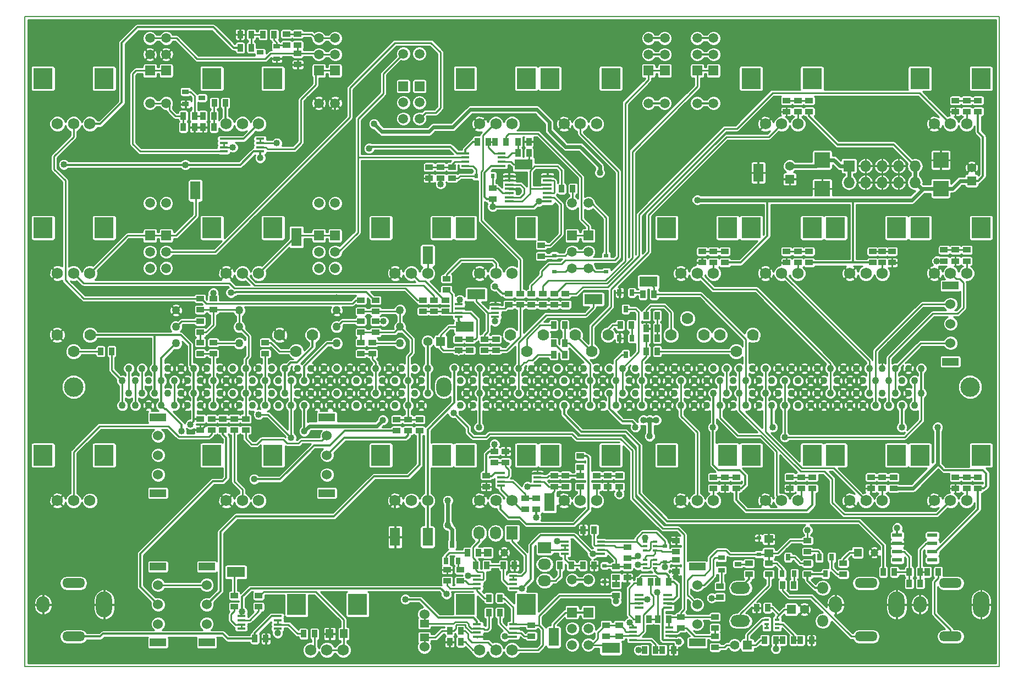
<source format=gbl>
G04 #@! TF.FileFunction,Copper,L2,Bot,Signal*
%FSLAX46Y46*%
G04 Gerber Fmt 4.6, Leading zero omitted, Abs format (unit mm)*
G04 Created by KiCad (PCBNEW (2015-11-11 BZR 6310, Git 8f79b4f)-product) date 2016-01-24 6:12:09 PM*
%MOMM*%
G01*
G04 APERTURE LIST*
%ADD10C,0.100000*%
%ADD11C,0.150000*%
%ADD12O,1.800000X1.800000*%
%ADD13O,3.000000X1.800000*%
%ADD14R,1.143000X0.812800*%
%ADD15R,0.812800X1.143000*%
%ADD16R,1.143000X1.397000*%
%ADD17R,1.397000X1.143000*%
%ADD18R,1.200000X1.200000*%
%ADD19C,1.200000*%
%ADD20R,2.032000X1.727200*%
%ADD21O,2.032000X1.727200*%
%ADD22R,1.727200X2.032000*%
%ADD23O,1.727200X2.032000*%
%ADD24R,1.727200X1.727200*%
%ADD25O,1.727200X1.727200*%
%ADD26O,2.350000X3.000000*%
%ADD27C,1.100000*%
%ADD28C,3.000000*%
%ADD29R,1.450000X0.450000*%
%ADD30R,1.550000X0.600000*%
%ADD31C,1.524000*%
%ADD32R,1.300480X0.299720*%
%ADD33C,1.778000*%
%ADD34C,1.270000*%
%ADD35R,1.500000X1.500000*%
%ADD36C,1.500000*%
%ADD37R,3.000000X3.200000*%
%ADD38C,1.750000*%
%ADD39R,2.500000X1.200000*%
%ADD40O,2.500000X4.000000*%
%ADD41O,2.000000X2.500000*%
%ADD42O,3.500000X1.500000*%
%ADD43R,0.762000X0.609600*%
%ADD44R,0.797560X0.398780*%
%ADD45R,1.400000X1.400000*%
%ADD46C,1.400000*%
%ADD47R,2.800000X1.600000*%
%ADD48R,1.600000X2.800000*%
%ADD49R,2.397760X2.397760*%
%ADD50R,0.701040X1.000760*%
%ADD51R,1.000760X0.701040*%
%ADD52R,0.609600X0.762000*%
%ADD53C,1.016000*%
%ADD54C,0.254000*%
%ADD55C,0.304800*%
%ADD56C,0.609600*%
G04 APERTURE END LIST*
D10*
D11*
X45000000Y-140000000D02*
X45000000Y-40000000D01*
X195000000Y-140000000D02*
X45000000Y-140000000D01*
X195000000Y-40000000D02*
X195000000Y-140000000D01*
X45000000Y-40000000D02*
X195000000Y-40000000D01*
D12*
X167850000Y-127960000D03*
X167850000Y-133040000D03*
D13*
X155150000Y-127960000D03*
X155150000Y-133040000D03*
D14*
X72000000Y-91850900D03*
X72000000Y-90149100D03*
X96750000Y-91850900D03*
X96750000Y-90149100D03*
D15*
X74100900Y-57000000D03*
X72399100Y-57000000D03*
X79850900Y-42750000D03*
X78149100Y-42750000D03*
D16*
X94079500Y-135000000D03*
X91920500Y-135000000D03*
D14*
X152750000Y-110899100D03*
X152750000Y-112600900D03*
X149250000Y-76149100D03*
X149250000Y-77850900D03*
X162750000Y-110899100D03*
X162750000Y-112600900D03*
X162250000Y-76149100D03*
X162250000Y-77850900D03*
X175250000Y-110899100D03*
X175250000Y-112600900D03*
X178500000Y-76149100D03*
X178500000Y-77850900D03*
X188250000Y-110899100D03*
X188250000Y-112600900D03*
X188250000Y-75899100D03*
X188250000Y-77600900D03*
X136000000Y-129100900D03*
X136000000Y-127399100D03*
D15*
X166100900Y-136000000D03*
X164399100Y-136000000D03*
D14*
X151250000Y-134100900D03*
X151250000Y-132399100D03*
D15*
X144100900Y-127000000D03*
X142399100Y-127000000D03*
D14*
X134500000Y-135350900D03*
X134500000Y-133649100D03*
D15*
X126399100Y-92000000D03*
X128100900Y-92000000D03*
D14*
X72000000Y-101899100D03*
X72000000Y-103600900D03*
X116000000Y-112350900D03*
X116000000Y-110649100D03*
X134750000Y-110649100D03*
X134750000Y-112350900D03*
X128250000Y-110649100D03*
X128250000Y-112350900D03*
X188250000Y-52899100D03*
X188250000Y-54600900D03*
X162250000Y-52899100D03*
X162250000Y-54600900D03*
X117500000Y-91350900D03*
X117500000Y-89649100D03*
D15*
X142350900Y-88000000D03*
X140649100Y-88000000D03*
D14*
X113500000Y-91350900D03*
X113500000Y-89649100D03*
D17*
X159500000Y-122579500D03*
X159500000Y-120420500D03*
D18*
X116230000Y-122500000D03*
D19*
X118770000Y-122500000D03*
D18*
X173230000Y-122500000D03*
D19*
X175770000Y-122500000D03*
D20*
X125000000Y-121750000D03*
D21*
X125000000Y-124290000D03*
X125000000Y-126830000D03*
D22*
X120000000Y-119500000D03*
D23*
X117460000Y-119500000D03*
X114920000Y-119500000D03*
D24*
X171880000Y-62960000D03*
D25*
X171880000Y-65500000D03*
X174420000Y-62960000D03*
X174420000Y-65500000D03*
X176960000Y-62960000D03*
X176960000Y-65500000D03*
X179500000Y-62960000D03*
X179500000Y-65500000D03*
X182040000Y-62960000D03*
X182040000Y-65500000D03*
D26*
X109500000Y-97000000D03*
D27*
X112000000Y-96050000D03*
X112000000Y-99850000D03*
X114000000Y-99850000D03*
X116000000Y-99850000D03*
X118000000Y-99850000D03*
X120000000Y-99850000D03*
X122000000Y-99850000D03*
X114000000Y-96050000D03*
X116000000Y-96050000D03*
X118000000Y-96050000D03*
X120000000Y-96050000D03*
X122000000Y-96050000D03*
X124000000Y-99850000D03*
X124000000Y-96050000D03*
X126000000Y-99850000D03*
X126000000Y-96050000D03*
X128000000Y-99850000D03*
X128000000Y-96050000D03*
X130000000Y-99850000D03*
X130000000Y-96050000D03*
X132000000Y-99850000D03*
X132000000Y-96050000D03*
X152000000Y-99850000D03*
X150000000Y-96050000D03*
X148000000Y-99850000D03*
X148000000Y-96050000D03*
X150000000Y-99850000D03*
X152000000Y-96050000D03*
X134000000Y-99850000D03*
X138000000Y-99850000D03*
X134000000Y-96050000D03*
X136000000Y-96050000D03*
X136000000Y-99850000D03*
X138000000Y-96050000D03*
X140000000Y-96050000D03*
X142000000Y-96050000D03*
X144000000Y-99850000D03*
X146000000Y-99850000D03*
X142000000Y-99850000D03*
X140000000Y-99850000D03*
X144000000Y-96050000D03*
X146000000Y-96050000D03*
X172000000Y-99850000D03*
X170000000Y-99850000D03*
X170000000Y-96050000D03*
X166000000Y-96050000D03*
X168000000Y-99850000D03*
X168000000Y-96050000D03*
X166000000Y-99850000D03*
X172000000Y-96050000D03*
X178000000Y-96050000D03*
X176000000Y-96050000D03*
X176000000Y-99850000D03*
X174000000Y-96050000D03*
X178000000Y-99850000D03*
X174000000Y-99850000D03*
X180000000Y-99850000D03*
X180000000Y-96050000D03*
X156000000Y-99850000D03*
X158000000Y-99850000D03*
X154000000Y-96050000D03*
X154000000Y-99850000D03*
X158000000Y-96050000D03*
X156000000Y-96050000D03*
X162000000Y-99850000D03*
X164000000Y-96050000D03*
X164000000Y-99850000D03*
X162000000Y-96050000D03*
X160000000Y-96050000D03*
X160000000Y-99850000D03*
X182000000Y-96050000D03*
X165000000Y-94150000D03*
X167000000Y-94150000D03*
X169000000Y-94150000D03*
X163000000Y-94150000D03*
X175000000Y-94150000D03*
X171000000Y-94150000D03*
X173000000Y-94150000D03*
X181000000Y-94150000D03*
X179000000Y-94150000D03*
X177000000Y-94150000D03*
X183000000Y-94150000D03*
X159000000Y-94150000D03*
X155000000Y-94150000D03*
X157000000Y-94150000D03*
X161000000Y-94150000D03*
X129000000Y-94150000D03*
X127000000Y-94150000D03*
X131000000Y-94150000D03*
X133000000Y-94150000D03*
X135000000Y-94150000D03*
X149000000Y-94150000D03*
X151000000Y-94150000D03*
X153000000Y-94150000D03*
X145000000Y-94150000D03*
X143000000Y-94150000D03*
X147000000Y-94150000D03*
X141000000Y-94150000D03*
X137000000Y-94150000D03*
X139000000Y-94150000D03*
X113000000Y-94150000D03*
X121000000Y-94150000D03*
X123000000Y-94150000D03*
X119000000Y-94150000D03*
X125000000Y-94150000D03*
X115000000Y-94150000D03*
X117000000Y-94150000D03*
X182000000Y-99850000D03*
X121000000Y-97950000D03*
X113000000Y-97950000D03*
X115000000Y-97950000D03*
X117000000Y-97950000D03*
X119000000Y-97950000D03*
X123000000Y-97950000D03*
X125000000Y-97950000D03*
X127000000Y-97950000D03*
X129000000Y-97950000D03*
X131000000Y-97950000D03*
X133000000Y-97950000D03*
X137000000Y-97950000D03*
X135000000Y-97950000D03*
X147000000Y-97950000D03*
X149000000Y-97950000D03*
X139000000Y-97950000D03*
X143000000Y-97950000D03*
X145000000Y-97950000D03*
X141000000Y-97950000D03*
X151000000Y-97950000D03*
X157000000Y-97950000D03*
X159000000Y-97950000D03*
X153000000Y-97950000D03*
X155000000Y-97950000D03*
X173000000Y-97950000D03*
X171000000Y-97950000D03*
X169000000Y-97950000D03*
X175000000Y-97950000D03*
X177000000Y-97950000D03*
X179000000Y-97950000D03*
X181000000Y-97950000D03*
X183000000Y-97950000D03*
X165000000Y-97950000D03*
X167000000Y-97950000D03*
X163000000Y-97950000D03*
X161000000Y-97950000D03*
X73000000Y-97950000D03*
X72000000Y-99850000D03*
X70000000Y-99850000D03*
X71000000Y-97950000D03*
X69000000Y-97950000D03*
X75000000Y-97950000D03*
X74000000Y-99850000D03*
X76000000Y-99850000D03*
X78000000Y-99850000D03*
X77000000Y-97950000D03*
X74000000Y-96050000D03*
X76000000Y-96050000D03*
X75000000Y-94150000D03*
X77000000Y-94150000D03*
X68000000Y-96050000D03*
X82000000Y-96050000D03*
X80000000Y-96050000D03*
X79000000Y-94150000D03*
X81000000Y-94150000D03*
X78000000Y-96050000D03*
X68000000Y-99850000D03*
X72000000Y-96050000D03*
X70000000Y-96050000D03*
X69000000Y-94150000D03*
X73000000Y-94150000D03*
X71000000Y-94150000D03*
X81000000Y-97950000D03*
X80000000Y-99850000D03*
X82000000Y-99850000D03*
X79000000Y-97950000D03*
X96000000Y-99850000D03*
X100000000Y-99850000D03*
X98000000Y-99850000D03*
X97000000Y-97950000D03*
X99000000Y-97950000D03*
X101000000Y-97950000D03*
X102000000Y-99850000D03*
X104000000Y-99850000D03*
X103000000Y-97950000D03*
X105000000Y-97950000D03*
X106000000Y-99850000D03*
X107000000Y-97950000D03*
X107000000Y-94150000D03*
X104000000Y-96050000D03*
X106000000Y-96050000D03*
X105000000Y-94150000D03*
X103000000Y-94150000D03*
X101000000Y-94150000D03*
X102000000Y-96050000D03*
X96000000Y-96050000D03*
X100000000Y-96050000D03*
X98000000Y-96050000D03*
X99000000Y-94150000D03*
X97000000Y-94150000D03*
X95000000Y-97950000D03*
X95000000Y-94150000D03*
X94000000Y-99850000D03*
X92000000Y-99850000D03*
X94000000Y-96050000D03*
X93000000Y-97950000D03*
X90000000Y-99850000D03*
X91000000Y-97950000D03*
X83000000Y-97950000D03*
X86000000Y-99850000D03*
X87000000Y-97950000D03*
X89000000Y-97950000D03*
X88000000Y-99850000D03*
X84000000Y-99850000D03*
X85000000Y-97950000D03*
X92000000Y-96050000D03*
X90000000Y-96050000D03*
X89000000Y-94150000D03*
X91000000Y-94150000D03*
X93000000Y-94150000D03*
X84000000Y-96050000D03*
X88000000Y-96050000D03*
X83000000Y-94150000D03*
X86000000Y-96050000D03*
X87000000Y-94150000D03*
X85000000Y-94150000D03*
X60000000Y-99850000D03*
X61000000Y-97950000D03*
X62000000Y-99850000D03*
X64000000Y-99850000D03*
X63000000Y-97950000D03*
X65000000Y-97950000D03*
X66000000Y-99850000D03*
X67000000Y-97950000D03*
X67000000Y-94150000D03*
X64000000Y-96050000D03*
X66000000Y-96050000D03*
X65000000Y-94150000D03*
X63000000Y-94150000D03*
X61000000Y-94150000D03*
X62000000Y-96050000D03*
X60000000Y-96050000D03*
D28*
X52500000Y-97000000D03*
X190500000Y-97000000D03*
D14*
X79000000Y-101899100D03*
X79000000Y-103600900D03*
X77250000Y-101899100D03*
X77250000Y-103600900D03*
X72000000Y-88600900D03*
X72000000Y-86899100D03*
X75500000Y-101899100D03*
X75500000Y-103600900D03*
X72000000Y-85100900D03*
X72000000Y-83399100D03*
X73750000Y-101899100D03*
X73750000Y-103600900D03*
X74000000Y-85100900D03*
X74000000Y-83399100D03*
X74000000Y-91850900D03*
X74000000Y-90149100D03*
D15*
X58350900Y-91500000D03*
X56649100Y-91500000D03*
D14*
X102250000Y-102000000D03*
X102250000Y-103701800D03*
X104000000Y-102000000D03*
X104000000Y-103701800D03*
X99000000Y-88600900D03*
X99000000Y-86899100D03*
X96750000Y-88600900D03*
X96750000Y-86899100D03*
X105750000Y-102000000D03*
X105750000Y-103701800D03*
X96750000Y-85350900D03*
X96750000Y-83649100D03*
X99000000Y-85350900D03*
X99000000Y-83649100D03*
X98500000Y-91850900D03*
X98500000Y-90149100D03*
X82000000Y-91850900D03*
X82000000Y-90149100D03*
D15*
X72399100Y-55250000D03*
X74100900Y-55250000D03*
X74149100Y-53250000D03*
X75850900Y-53250000D03*
X78149100Y-44750000D03*
X79850900Y-44750000D03*
X81649100Y-42750000D03*
X83350900Y-42750000D03*
X69399100Y-55250000D03*
X71100900Y-55250000D03*
D14*
X85250000Y-44350900D03*
X85250000Y-42649100D03*
X87000000Y-42649100D03*
X87000000Y-44350900D03*
X87000000Y-45649100D03*
X87000000Y-47350900D03*
D15*
X71100900Y-57000000D03*
X69399100Y-57000000D03*
X80399100Y-135750000D03*
X82100900Y-135750000D03*
X89600900Y-135000000D03*
X87899100Y-135000000D03*
D14*
X81000000Y-130850900D03*
X81000000Y-129149100D03*
X77250000Y-129149100D03*
X77250000Y-130850900D03*
X154500000Y-112600900D03*
X154500000Y-110899100D03*
X151000000Y-110899100D03*
X151000000Y-112600900D03*
X152750000Y-77850900D03*
X152750000Y-76149100D03*
X151000000Y-76149100D03*
X151000000Y-77850900D03*
X166250000Y-112600900D03*
X166250000Y-110899100D03*
X164500000Y-110899100D03*
X164500000Y-112600900D03*
X165750000Y-77850900D03*
X165750000Y-76149100D03*
X164000000Y-76149100D03*
X164000000Y-77850900D03*
X178750000Y-112600900D03*
X178750000Y-110899100D03*
X177000000Y-110899100D03*
X177000000Y-112600900D03*
X175500000Y-77850900D03*
X175500000Y-76149100D03*
X177000000Y-76149100D03*
X177000000Y-77850900D03*
X191750000Y-112600900D03*
X191750000Y-110899100D03*
X190000000Y-110899100D03*
X190000000Y-112600900D03*
X186500000Y-77600900D03*
X186500000Y-75899100D03*
X190000000Y-75899100D03*
X190000000Y-77600900D03*
D15*
X116399100Y-131750000D03*
X118100900Y-131750000D03*
D14*
X123000000Y-133649100D03*
X123000000Y-135350900D03*
D15*
X110399100Y-136250000D03*
X112100900Y-136250000D03*
X110399100Y-134500000D03*
X112100900Y-134500000D03*
X127399100Y-124500000D03*
X129100900Y-124500000D03*
X130899100Y-124500000D03*
X132600900Y-124500000D03*
X118100900Y-129500000D03*
X116399100Y-129500000D03*
D14*
X110000000Y-125149100D03*
X110000000Y-126850900D03*
X137750000Y-121649100D03*
X137750000Y-123350900D03*
D15*
X132650900Y-119000000D03*
X130949100Y-119000000D03*
D14*
X136000000Y-126350900D03*
X136000000Y-124649100D03*
X137750000Y-124649100D03*
X137750000Y-126350900D03*
D15*
X114399100Y-124500000D03*
X116100900Y-124500000D03*
X118649100Y-124500000D03*
X120350900Y-124500000D03*
D14*
X112000000Y-125149100D03*
X112000000Y-126850900D03*
D15*
X163350900Y-136000000D03*
X161649100Y-136000000D03*
X113149100Y-122500000D03*
X114850900Y-122500000D03*
X158899100Y-136000000D03*
X160600900Y-136000000D03*
X159350900Y-131000000D03*
X157649100Y-131000000D03*
D14*
X151250000Y-135399100D03*
X151250000Y-137100900D03*
X146000000Y-132399100D03*
X146000000Y-134100900D03*
D15*
X142399100Y-132750000D03*
X144100900Y-132750000D03*
X139399100Y-132750000D03*
X141100900Y-132750000D03*
D14*
X145250000Y-122350900D03*
X145250000Y-120649100D03*
X145250000Y-125350900D03*
X145250000Y-123649100D03*
D15*
X141350900Y-127000000D03*
X139649100Y-127000000D03*
X142100900Y-137500000D03*
X140399100Y-137500000D03*
X144850900Y-137500000D03*
X143149100Y-137500000D03*
D14*
X136500000Y-133649100D03*
X136500000Y-135350900D03*
D15*
X128100900Y-90250000D03*
X126399100Y-90250000D03*
X126399100Y-87500000D03*
X128100900Y-87500000D03*
D14*
X107250000Y-63149100D03*
X107250000Y-64850900D03*
X109000000Y-63149100D03*
X109000000Y-64850900D03*
X117000000Y-66399100D03*
X117000000Y-68100900D03*
X124500000Y-75149100D03*
X124500000Y-76850900D03*
D15*
X127649100Y-66500000D03*
X129350900Y-66500000D03*
D14*
X117250000Y-106899100D03*
X117250000Y-108600900D03*
X123750000Y-114149100D03*
X123750000Y-115850900D03*
X119000000Y-106899100D03*
X119000000Y-108600900D03*
X136500000Y-112350900D03*
X136500000Y-110649100D03*
X133000000Y-110649100D03*
X133000000Y-112350900D03*
X122000000Y-115850900D03*
X122000000Y-114149100D03*
X130500000Y-109350900D03*
X130500000Y-107649100D03*
X130500000Y-110649100D03*
X130500000Y-112350900D03*
X126500000Y-112350900D03*
X126500000Y-110649100D03*
X191750000Y-54600900D03*
X191750000Y-52899100D03*
X190000000Y-52899100D03*
X190000000Y-54600900D03*
X128250000Y-84350900D03*
X128250000Y-82649100D03*
X126500000Y-84350900D03*
X126500000Y-82649100D03*
X121250000Y-84350900D03*
X121250000Y-82649100D03*
X123000000Y-84350900D03*
X123000000Y-82649100D03*
X119500000Y-84350900D03*
X119500000Y-82649100D03*
X115750000Y-89649100D03*
X115750000Y-91350900D03*
X165750000Y-54600900D03*
X165750000Y-52899100D03*
X164000000Y-52899100D03*
X164000000Y-54600900D03*
D15*
X138350900Y-87500000D03*
X136649100Y-87500000D03*
X142350900Y-86000000D03*
X140649100Y-86000000D03*
X140649100Y-91500000D03*
X142350900Y-91500000D03*
X140649100Y-89500000D03*
X142350900Y-89500000D03*
D14*
X106250000Y-83649100D03*
X106250000Y-85350900D03*
X108000000Y-83649100D03*
X108000000Y-85350900D03*
X109750000Y-83649100D03*
X109750000Y-85350900D03*
X109900000Y-80349100D03*
X109900000Y-82050900D03*
X111750000Y-89649100D03*
X111750000Y-91350900D03*
X152000000Y-129350900D03*
X152000000Y-127649100D03*
D15*
X161649100Y-127500000D03*
X163350900Y-127500000D03*
D14*
X156500000Y-124149100D03*
X156500000Y-125850900D03*
X165500000Y-124149100D03*
X165500000Y-125850900D03*
X159500000Y-125850900D03*
X159500000Y-124149100D03*
X165500000Y-120649100D03*
X165500000Y-122350900D03*
X171000000Y-125850900D03*
X171000000Y-124149100D03*
D15*
X178850900Y-125500000D03*
X177149100Y-125500000D03*
X182850900Y-125500000D03*
X181149100Y-125500000D03*
X185600900Y-125500000D03*
X183899100Y-125500000D03*
D29*
X143950000Y-129025000D03*
X143950000Y-129675000D03*
X143950000Y-130325000D03*
X143950000Y-130975000D03*
X139550000Y-130975000D03*
X139550000Y-130325000D03*
X139550000Y-129675000D03*
X139550000Y-129025000D03*
X119550000Y-68450000D03*
X119550000Y-67800000D03*
X119550000Y-67150000D03*
X119550000Y-66500000D03*
X119550000Y-65850000D03*
X119550000Y-65200000D03*
X119550000Y-64550000D03*
X125450000Y-64550000D03*
X125450000Y-65200000D03*
X125450000Y-65850000D03*
X125450000Y-66500000D03*
X125450000Y-67150000D03*
X125450000Y-67800000D03*
X125450000Y-68450000D03*
D30*
X179300000Y-123655000D03*
X179300000Y-122385000D03*
X179300000Y-121115000D03*
X179300000Y-119845000D03*
X184700000Y-119845000D03*
X184700000Y-121115000D03*
X184700000Y-122385000D03*
X184700000Y-123655000D03*
D15*
X181149100Y-127250000D03*
X182850900Y-127250000D03*
D31*
X106500000Y-137000000D03*
X106500000Y-132000000D03*
D17*
X106500000Y-135579500D03*
X106500000Y-133420500D03*
D15*
X140149100Y-82750000D03*
X141850900Y-82750000D03*
D32*
X111806000Y-86205400D03*
X111806000Y-85570400D03*
X111806000Y-84910000D03*
X111806000Y-84275000D03*
X117394000Y-84275000D03*
X117394000Y-84922700D03*
X117394000Y-85570400D03*
X117394000Y-86218100D03*
X118306000Y-112205400D03*
X118306000Y-111570400D03*
X118306000Y-110910000D03*
X118306000Y-110275000D03*
X123894000Y-110275000D03*
X123894000Y-110922700D03*
X123894000Y-111570400D03*
X123894000Y-112218100D03*
X144194000Y-134044600D03*
X144194000Y-134679600D03*
X144194000Y-135340000D03*
X144194000Y-135975000D03*
X138606000Y-135975000D03*
X138606000Y-135327300D03*
X138606000Y-134679600D03*
X138606000Y-134031900D03*
X133694000Y-120794600D03*
X133694000Y-121429600D03*
X133694000Y-122090000D03*
X133694000Y-122725000D03*
X128106000Y-122725000D03*
X128106000Y-122077300D03*
X128106000Y-121429600D03*
X128106000Y-120781900D03*
X120194000Y-126044600D03*
X120194000Y-126679600D03*
X120194000Y-127340000D03*
X120194000Y-127975000D03*
X114606000Y-127975000D03*
X114606000Y-127327300D03*
X114606000Y-126679600D03*
X114606000Y-126031900D03*
X120194000Y-133544600D03*
X120194000Y-134179600D03*
X120194000Y-134840000D03*
X120194000Y-135475000D03*
X114606000Y-135475000D03*
X114606000Y-134827300D03*
X114606000Y-134179600D03*
X114606000Y-133531900D03*
X78306000Y-134205400D03*
X78306000Y-133570400D03*
X78306000Y-132910000D03*
X78306000Y-132275000D03*
X83894000Y-132275000D03*
X83894000Y-132922700D03*
X83894000Y-133570400D03*
X83894000Y-134218100D03*
X81194000Y-58794600D03*
X81194000Y-59429600D03*
X81194000Y-60090000D03*
X81194000Y-60725000D03*
X75606000Y-60725000D03*
X75606000Y-60077300D03*
X75606000Y-59429600D03*
X75606000Y-58781900D03*
D33*
X119710000Y-89000000D03*
X122250000Y-91540000D03*
X124790000Y-89000000D03*
X84210000Y-89000000D03*
X86750000Y-91540000D03*
X89290000Y-89000000D03*
X49960000Y-89000000D03*
X52500000Y-91540000D03*
X55040000Y-89000000D03*
X151960000Y-89000000D03*
X154500000Y-91540000D03*
X157040000Y-89000000D03*
X149540000Y-89000000D03*
X147000000Y-86460000D03*
X144460000Y-89000000D03*
X129710000Y-89000000D03*
X132250000Y-91540000D03*
X134790000Y-89000000D03*
D34*
X68250000Y-87750000D03*
X68250000Y-90290000D03*
X68250000Y-85210000D03*
X78000000Y-87750000D03*
X78000000Y-90290000D03*
X78000000Y-85210000D03*
X93000000Y-87750000D03*
X93000000Y-90290000D03*
X93000000Y-85210000D03*
X102750000Y-87750000D03*
X102750000Y-90290000D03*
X102750000Y-85210000D03*
D35*
X64250000Y-73700000D03*
X66750000Y-73700000D03*
D36*
X64250000Y-76200000D03*
X66750000Y-76200000D03*
X64250000Y-78700000D03*
X66750000Y-78700000D03*
X66750000Y-68700000D03*
X64250000Y-68700000D03*
D35*
X90250000Y-73700000D03*
X92750000Y-73700000D03*
D36*
X90250000Y-76200000D03*
X92750000Y-76200000D03*
X90250000Y-78700000D03*
X92750000Y-78700000D03*
X92750000Y-68700000D03*
X90250000Y-68700000D03*
D35*
X151000000Y-48300000D03*
X148500000Y-48300000D03*
D36*
X151000000Y-45800000D03*
X148500000Y-45800000D03*
X151000000Y-43300000D03*
X148500000Y-43300000D03*
X148500000Y-53300000D03*
X151000000Y-53300000D03*
D35*
X129250000Y-73700000D03*
X131750000Y-73700000D03*
D36*
X129250000Y-76200000D03*
X131750000Y-76200000D03*
X129250000Y-78700000D03*
X131750000Y-78700000D03*
X131750000Y-68700000D03*
X129250000Y-68700000D03*
D35*
X129250000Y-131700000D03*
X131750000Y-131700000D03*
D36*
X129250000Y-134200000D03*
X131750000Y-134200000D03*
X129250000Y-136700000D03*
X131750000Y-136700000D03*
X131750000Y-126700000D03*
X129250000Y-126700000D03*
D35*
X92750000Y-48300000D03*
X90250000Y-48300000D03*
D36*
X92750000Y-45800000D03*
X90250000Y-45800000D03*
X92750000Y-43300000D03*
X90250000Y-43300000D03*
X90250000Y-53300000D03*
X92750000Y-53300000D03*
D35*
X66750000Y-48300000D03*
X64250000Y-48300000D03*
D36*
X66750000Y-45800000D03*
X64250000Y-45800000D03*
X66750000Y-43300000D03*
X64250000Y-43300000D03*
X64250000Y-53300000D03*
X66750000Y-53300000D03*
D35*
X103250000Y-50700000D03*
X105750000Y-50700000D03*
D36*
X103250000Y-53200000D03*
X105750000Y-53200000D03*
X103250000Y-55700000D03*
X105750000Y-55700000D03*
X105750000Y-45700000D03*
X103250000Y-45700000D03*
D37*
X47800000Y-49500000D03*
D38*
X55000000Y-56500000D03*
X52500000Y-56500000D03*
X50000000Y-56500000D03*
D37*
X57200000Y-49500000D03*
X73800000Y-49500000D03*
D38*
X81000000Y-56500000D03*
X78500000Y-56500000D03*
X76000000Y-56500000D03*
D37*
X83200000Y-49500000D03*
X73800000Y-107500000D03*
D38*
X81000000Y-114500000D03*
X78500000Y-114500000D03*
X76000000Y-114500000D03*
D37*
X83200000Y-107500000D03*
X47800000Y-107500000D03*
D38*
X55000000Y-114500000D03*
X52500000Y-114500000D03*
X50000000Y-114500000D03*
D37*
X57200000Y-107500000D03*
X99800000Y-107500000D03*
D38*
X107000000Y-114500000D03*
X104500000Y-114500000D03*
X102000000Y-114500000D03*
D37*
X109200000Y-107500000D03*
X86800000Y-130500000D03*
D38*
X94000000Y-137500000D03*
X91500000Y-137500000D03*
X89000000Y-137500000D03*
D37*
X96200000Y-130500000D03*
X143800000Y-107500000D03*
D38*
X151000000Y-114500000D03*
X148500000Y-114500000D03*
X146000000Y-114500000D03*
D37*
X153200000Y-107500000D03*
X143800000Y-72500000D03*
D38*
X151000000Y-79500000D03*
X148500000Y-79500000D03*
X146000000Y-79500000D03*
D37*
X153200000Y-72500000D03*
X156800000Y-107500000D03*
D38*
X164000000Y-114500000D03*
X161500000Y-114500000D03*
X159000000Y-114500000D03*
D37*
X166200000Y-107500000D03*
X156800000Y-72500000D03*
D38*
X164000000Y-79500000D03*
X161500000Y-79500000D03*
X159000000Y-79500000D03*
D37*
X166200000Y-72500000D03*
X169800000Y-107500000D03*
D38*
X177000000Y-114500000D03*
X174500000Y-114500000D03*
X172000000Y-114500000D03*
D37*
X179200000Y-107500000D03*
X169800000Y-72500000D03*
D38*
X177000000Y-79500000D03*
X174500000Y-79500000D03*
X172000000Y-79500000D03*
D37*
X179200000Y-72500000D03*
X182800000Y-107500000D03*
D38*
X190000000Y-114500000D03*
X187500000Y-114500000D03*
X185000000Y-114500000D03*
D37*
X192200000Y-107500000D03*
X182800000Y-72500000D03*
D38*
X190000000Y-79500000D03*
X187500000Y-79500000D03*
X185000000Y-79500000D03*
D37*
X192200000Y-72500000D03*
X112800000Y-130500000D03*
D38*
X120000000Y-137500000D03*
X117500000Y-137500000D03*
X115000000Y-137500000D03*
D37*
X122200000Y-130500000D03*
X182800000Y-49500000D03*
D38*
X190000000Y-56500000D03*
X187500000Y-56500000D03*
X185000000Y-56500000D03*
D37*
X192200000Y-49500000D03*
X125800000Y-49500000D03*
D38*
X133000000Y-56500000D03*
X130500000Y-56500000D03*
X128000000Y-56500000D03*
D37*
X135200000Y-49500000D03*
X112800000Y-49500000D03*
D38*
X120000000Y-56500000D03*
X117500000Y-56500000D03*
X115000000Y-56500000D03*
D37*
X122200000Y-49500000D03*
X156800000Y-49500000D03*
D38*
X164000000Y-56500000D03*
X161500000Y-56500000D03*
X159000000Y-56500000D03*
D37*
X166200000Y-49500000D03*
X125800000Y-107500000D03*
D38*
X133000000Y-114500000D03*
X130500000Y-114500000D03*
X128000000Y-114500000D03*
D37*
X135200000Y-107500000D03*
X112800000Y-107500000D03*
D38*
X120000000Y-114500000D03*
X117500000Y-114500000D03*
X115000000Y-114500000D03*
D37*
X122200000Y-107500000D03*
X73800000Y-72500000D03*
D38*
X81000000Y-79500000D03*
X78500000Y-79500000D03*
X76000000Y-79500000D03*
D37*
X83200000Y-72500000D03*
X99800000Y-72500000D03*
D38*
X107000000Y-79500000D03*
X104500000Y-79500000D03*
X102000000Y-79500000D03*
D37*
X109200000Y-72500000D03*
X112800000Y-72500000D03*
D38*
X120000000Y-79500000D03*
X117500000Y-79500000D03*
X115000000Y-79500000D03*
D37*
X122200000Y-72500000D03*
X47800000Y-72500000D03*
D38*
X55000000Y-79500000D03*
X52500000Y-79500000D03*
X50000000Y-79500000D03*
D37*
X57200000Y-72500000D03*
D31*
X65500000Y-104500000D03*
X65500000Y-107500000D03*
X65500000Y-110500000D03*
D39*
X65500000Y-101650000D03*
X65500000Y-113350000D03*
D31*
X91500000Y-104500000D03*
X91500000Y-107500000D03*
X91500000Y-110500000D03*
D39*
X91500000Y-101650000D03*
X91500000Y-113350000D03*
D31*
X73000000Y-127500000D03*
X73000000Y-130500000D03*
X73000000Y-133500000D03*
D39*
X73000000Y-124650000D03*
X73000000Y-136350000D03*
D31*
X65500000Y-127500000D03*
X65500000Y-130500000D03*
X65500000Y-133500000D03*
D39*
X65500000Y-124650000D03*
X65500000Y-136350000D03*
D31*
X187500000Y-84250000D03*
X187500000Y-87250000D03*
X187500000Y-90250000D03*
D39*
X187500000Y-81400000D03*
X187500000Y-93100000D03*
D31*
X148500000Y-127500000D03*
X148500000Y-130500000D03*
X148500000Y-133500000D03*
D39*
X148500000Y-124650000D03*
X148500000Y-136350000D03*
D40*
X192200000Y-130500000D03*
D41*
X182800000Y-130500000D03*
D42*
X187500000Y-135400000D03*
X187500000Y-127200000D03*
D40*
X179200000Y-130500000D03*
D41*
X169800000Y-130500000D03*
D42*
X174500000Y-135400000D03*
X174500000Y-127200000D03*
D40*
X57200000Y-130500000D03*
D41*
X47800000Y-130500000D03*
D42*
X52500000Y-135400000D03*
X52500000Y-127200000D03*
D43*
X158000000Y-120255400D03*
X158000000Y-122744600D03*
X134500000Y-76755400D03*
X134500000Y-79244600D03*
X126500000Y-76755400D03*
X126500000Y-79244600D03*
X143500000Y-121505400D03*
X143500000Y-123994600D03*
X134250000Y-126994600D03*
X134250000Y-124505400D03*
D44*
X159202440Y-134147700D03*
X159202440Y-133500000D03*
X159202440Y-132852300D03*
X160797560Y-132852300D03*
X160797560Y-133500000D03*
X160797560Y-134147700D03*
X142047560Y-120852300D03*
X142047560Y-121500000D03*
X142047560Y-122147700D03*
X140452440Y-122147700D03*
X140452440Y-121500000D03*
X140452440Y-120852300D03*
X142047560Y-123602300D03*
X142047560Y-124250000D03*
X142047560Y-124897700D03*
X140452440Y-124897700D03*
X140452440Y-124250000D03*
X140452440Y-123602300D03*
D45*
X163000000Y-131250000D03*
D46*
X165000000Y-131250000D03*
D45*
X156250000Y-136750000D03*
D46*
X154250000Y-136750000D03*
D45*
X190750000Y-65250000D03*
D46*
X190750000Y-63250000D03*
D45*
X162750000Y-65000000D03*
D46*
X162750000Y-63000000D03*
D45*
X109000000Y-90000000D03*
D46*
X107000000Y-90000000D03*
D47*
X77500000Y-125500000D03*
D48*
X107000000Y-76750000D03*
X125750000Y-114750000D03*
D47*
X114500000Y-82750000D03*
X112750000Y-87750000D03*
D49*
X167750000Y-62050360D03*
X167750000Y-66449640D03*
X186000000Y-62050360D03*
X186000000Y-66449640D03*
D48*
X107000000Y-120100000D03*
X86800000Y-73900000D03*
D47*
X121750000Y-62750000D03*
D48*
X71250000Y-66750000D03*
D47*
X141000000Y-80800000D03*
X132500000Y-83500000D03*
D48*
X126400000Y-135500000D03*
D47*
X135200000Y-137200000D03*
D48*
X102000000Y-120100000D03*
X157900000Y-64000000D03*
D50*
X110750000Y-121230000D03*
X109797500Y-123770000D03*
X111702500Y-123770000D03*
X137500000Y-92020000D03*
X138452500Y-89480000D03*
X136547500Y-89480000D03*
D51*
X154770000Y-124250000D03*
X152230000Y-123297500D03*
X152230000Y-125202500D03*
D50*
X162500000Y-123230000D03*
X161547500Y-125770000D03*
X163452500Y-125770000D03*
X168250000Y-125770000D03*
X169202500Y-123230000D03*
X167297500Y-123230000D03*
X137500000Y-85020000D03*
X138452500Y-82480000D03*
X136547500Y-82480000D03*
D51*
X72270000Y-52500000D03*
X69730000Y-51547500D03*
X69730000Y-53452500D03*
X81230000Y-45500000D03*
X83770000Y-46452500D03*
X83770000Y-44547500D03*
D14*
X124750000Y-84350900D03*
X124750000Y-82649100D03*
D35*
X143500000Y-48300000D03*
X141000000Y-48300000D03*
D36*
X143500000Y-45800000D03*
X141000000Y-45800000D03*
X143500000Y-43300000D03*
X141000000Y-43300000D03*
X141000000Y-53300000D03*
X143500000Y-53300000D03*
D52*
X114505400Y-64500000D03*
X116994600Y-64500000D03*
D15*
X117399100Y-59250000D03*
X119100900Y-59250000D03*
X122600900Y-59250000D03*
X120899100Y-59250000D03*
X116350900Y-59250000D03*
X114649100Y-59250000D03*
X120899100Y-61000000D03*
X122600900Y-61000000D03*
D32*
X112806000Y-62955400D03*
X112806000Y-62320400D03*
X112806000Y-61660000D03*
X112806000Y-61025000D03*
X118394000Y-61025000D03*
X118394000Y-61672700D03*
X118394000Y-62320400D03*
X118394000Y-62968100D03*
D14*
X110750000Y-63149100D03*
X110750000Y-64850900D03*
D53*
X66750000Y-82250000D03*
X93000000Y-83250000D03*
X123750000Y-59250000D03*
X121750000Y-65000000D03*
X123750000Y-64500000D03*
X57200000Y-64300000D03*
X64200000Y-64300000D03*
X73700000Y-64300000D03*
X73700000Y-64300000D03*
X84000000Y-64300000D03*
X120000000Y-86900000D03*
X178200000Y-90400000D03*
X113800000Y-84700000D03*
X120989319Y-66789338D03*
X102000000Y-116738220D03*
X144000000Y-119900000D03*
X150800000Y-131000000D03*
X122200000Y-120700000D03*
X80300000Y-105000000D03*
X116100000Y-135400000D03*
X145200000Y-126200000D03*
X145500000Y-130900000D03*
X150750000Y-129500000D03*
X136000000Y-130000000D03*
X111000000Y-101000000D03*
X160600000Y-137300000D03*
X117000000Y-69250000D03*
X109000000Y-65750000D03*
X133500000Y-64000000D03*
X110100000Y-118300000D03*
X139400000Y-123000000D03*
X98750000Y-56500000D03*
X114900000Y-103200000D03*
X103600000Y-129700000D03*
X110100000Y-114500000D03*
X122400000Y-112350900D03*
X124146271Y-68438377D03*
X160100000Y-103200006D03*
X150900000Y-103200006D03*
X139000004Y-103200000D03*
X70500000Y-102750000D03*
X113250000Y-126031900D03*
X180000000Y-103200006D03*
X185400000Y-77600000D03*
X83900000Y-134900000D03*
X126900000Y-120700000D03*
X138100000Y-133300000D03*
X139500000Y-137500000D03*
X185500000Y-103200006D03*
X148500000Y-68200000D03*
X117400000Y-86900000D03*
X140846523Y-129673284D03*
X97999994Y-60250000D03*
X81250000Y-61750000D03*
X117400000Y-81500000D03*
X51000000Y-62750000D03*
X111951840Y-83584597D03*
X140200000Y-102099998D03*
X145686922Y-136203620D03*
X78440327Y-131607835D03*
X109900000Y-128900000D03*
X118900000Y-135392506D03*
X69700000Y-62800000D03*
X142200000Y-102099998D03*
X141200000Y-102099998D03*
X121500000Y-128000000D03*
X117300000Y-105800000D03*
X132400000Y-122700000D03*
X141200000Y-104599998D03*
X136500000Y-113500000D03*
X179300000Y-118700000D03*
X88000000Y-103816020D03*
X69100000Y-103800000D03*
X100100000Y-102099998D03*
X86000000Y-104816020D03*
X81000000Y-101250000D03*
X165499999Y-119036380D03*
X162000000Y-104700000D03*
X139407378Y-124401423D03*
X143500000Y-124750000D03*
X142369129Y-128645807D03*
X140500000Y-120250000D03*
X77000000Y-60100000D03*
X74000000Y-82550000D03*
X80299998Y-111200000D03*
X83800000Y-59450000D03*
X100200000Y-86900000D03*
X76700000Y-82500000D03*
X123700000Y-117100000D03*
X111088220Y-94100000D03*
D54*
X74000000Y-96050000D02*
X74000000Y-99850000D01*
X74000000Y-91850900D02*
X74000000Y-96050000D01*
X74000000Y-91850900D02*
X72000000Y-91850900D01*
X75500000Y-101899100D02*
X73750000Y-101899100D01*
X77250000Y-101899100D02*
X75500000Y-101899100D01*
X79000000Y-101899100D02*
X77250000Y-101899100D01*
X79000000Y-101899100D02*
X79000000Y-101238700D01*
X79000000Y-101238700D02*
X79000000Y-97950000D01*
X72000000Y-88600900D02*
X72825500Y-88600900D01*
X72825500Y-88600900D02*
X74000000Y-87426400D01*
X74000000Y-87426400D02*
X74000000Y-85761300D01*
X74000000Y-85761300D02*
X74000000Y-85100900D01*
X74000000Y-85100900D02*
X77890900Y-85100900D01*
X77890900Y-85100900D02*
X78000000Y-85210000D01*
X79000000Y-97950000D02*
X79000000Y-97172183D01*
X79000000Y-97172183D02*
X79000000Y-94150000D01*
X78000000Y-87750000D02*
X79400000Y-89150000D01*
X79400000Y-89150000D02*
X79400000Y-92300000D01*
X79400000Y-92300000D02*
X79000000Y-92700000D01*
X79000000Y-92700000D02*
X79000000Y-94150000D01*
X78000000Y-87750000D02*
X78000000Y-85210000D01*
X72000000Y-85100900D02*
X74000000Y-85100900D01*
X72000000Y-90149100D02*
X72000000Y-88600900D01*
X74100900Y-55250000D02*
X74100900Y-53298200D01*
X74100900Y-53298200D02*
X74149100Y-53250000D01*
X74100900Y-55250000D02*
X74100900Y-57000000D01*
X122600900Y-59250000D02*
X123750000Y-59250000D01*
X119550000Y-65200000D02*
X121550000Y-65200000D01*
X121550000Y-65200000D02*
X121750000Y-65000000D01*
X119550000Y-64550000D02*
X119550000Y-65200000D01*
X125450000Y-65850000D02*
X124381580Y-65850000D01*
X124381580Y-65850000D02*
X123750000Y-65218420D01*
X123750000Y-65218420D02*
X123750000Y-64500000D01*
X125450000Y-64550000D02*
X123800000Y-64550000D01*
X123800000Y-64550000D02*
X123750000Y-64500000D01*
D55*
X64200000Y-64300000D02*
X57200000Y-64300000D01*
X73700000Y-64300000D02*
X64200000Y-64300000D01*
X84000000Y-64300000D02*
X73700000Y-64300000D01*
X84000000Y-64300000D02*
X83800000Y-64500000D01*
X92750000Y-53300000D02*
X92750000Y-55550000D01*
X92750000Y-55550000D02*
X84000000Y-64300000D01*
D54*
X177000000Y-94150000D02*
X177000000Y-91600000D01*
X177000000Y-91600000D02*
X178200000Y-90400000D01*
D55*
X111806000Y-84910000D02*
X113590000Y-84910000D01*
X113590000Y-84910000D02*
X113800000Y-84700000D01*
D54*
X120699981Y-66500000D02*
X120989319Y-66789338D01*
X119550000Y-66500000D02*
X120699981Y-66500000D01*
D55*
X102000000Y-114500000D02*
X102000000Y-116738220D01*
X145250000Y-120649100D02*
X144749100Y-120649100D01*
X144749100Y-120649100D02*
X144000000Y-119900000D01*
X80300000Y-103477798D02*
X80300000Y-105000000D01*
X80938899Y-102838899D02*
X80300000Y-103477798D01*
X72000000Y-103600900D02*
X72165100Y-103600900D01*
X72165100Y-103600900D02*
X72927101Y-102838899D01*
X72927101Y-102838899D02*
X80938899Y-102838899D01*
X114606000Y-135475000D02*
X116025000Y-135475000D01*
X116025000Y-135475000D02*
X116100000Y-135400000D01*
X146007999Y-127007999D02*
X145707999Y-126707999D01*
X146007999Y-130392001D02*
X146007999Y-127007999D01*
X145500000Y-130900000D02*
X146007999Y-130392001D01*
X145707999Y-126707999D02*
X145200000Y-126200000D01*
X144850900Y-137500000D02*
X145628672Y-137500000D01*
X145628672Y-137500000D02*
X146800000Y-136328672D01*
X146800000Y-136328672D02*
X146800000Y-135700000D01*
X146800000Y-135700000D02*
X146440000Y-135340000D01*
X146440000Y-135340000D02*
X144194000Y-135340000D01*
D54*
X145250000Y-125350900D02*
X145250000Y-126150000D01*
X145250000Y-126150000D02*
X145200000Y-126200000D01*
X143950000Y-130325000D02*
X144925000Y-130325000D01*
X144925000Y-130325000D02*
X145500000Y-130900000D01*
X79850900Y-44750000D02*
X79850900Y-42750000D01*
X81649100Y-42750000D02*
X79850900Y-42750000D01*
X94079500Y-134047500D02*
X94079500Y-135000000D01*
X81000000Y-129149100D02*
X81165100Y-129149100D01*
X81165100Y-129149100D02*
X81825500Y-128488700D01*
X81825500Y-128488700D02*
X89766103Y-128488700D01*
X89766103Y-128488700D02*
X94079500Y-132802097D01*
X94079500Y-132802097D02*
X94079500Y-134047500D01*
X91500000Y-137500000D02*
X94000000Y-137500000D01*
X94079500Y-135000000D02*
X94079500Y-137420500D01*
X94079500Y-137420500D02*
X94000000Y-137500000D01*
X154500000Y-110899100D02*
X152750000Y-110899100D01*
X151000000Y-110899100D02*
X152750000Y-110899100D01*
X151000000Y-76149100D02*
X152750000Y-76149100D01*
X149250000Y-76149100D02*
X151000000Y-76149100D01*
X166250000Y-110899100D02*
X164500000Y-110899100D01*
X162750000Y-110899100D02*
X164500000Y-110899100D01*
X164000000Y-76149100D02*
X165750000Y-76149100D01*
X162250000Y-76149100D02*
X164000000Y-76149100D01*
X178750000Y-110899100D02*
X177000000Y-110899100D01*
X175250000Y-110899100D02*
X177000000Y-110899100D01*
X177000000Y-76149100D02*
X175500000Y-76149100D01*
X178500000Y-76149100D02*
X177000000Y-76149100D01*
X190000000Y-110899100D02*
X191750000Y-110899100D01*
X188250000Y-110899100D02*
X190000000Y-110899100D01*
X188250000Y-75899100D02*
X190000000Y-75899100D01*
X186500000Y-75899100D02*
X188250000Y-75899100D01*
X112771461Y-133598299D02*
X112837501Y-133664339D01*
X111430339Y-133598299D02*
X112771461Y-133598299D01*
X113723891Y-134827300D02*
X114606000Y-134827300D01*
X111364299Y-133664339D02*
X111430339Y-133598299D01*
X111364299Y-134195201D02*
X111364299Y-133664339D01*
X111059500Y-134500000D02*
X111364299Y-134195201D01*
X112837501Y-133664339D02*
X112837501Y-133940910D01*
X112837501Y-133940910D02*
X113723891Y-134827300D01*
X110399100Y-134500000D02*
X111059500Y-134500000D01*
X106500000Y-135579500D02*
X106500000Y-137000000D01*
X106500000Y-135579500D02*
X108170500Y-135579500D01*
X108170500Y-135579500D02*
X109250000Y-134500000D01*
X109250000Y-134500000D02*
X110399100Y-134500000D01*
X114606000Y-134179600D02*
X113722784Y-134179600D01*
X113722784Y-134179600D02*
X113294712Y-133751527D01*
X113294712Y-133751527D02*
X113294712Y-133474957D01*
X113294712Y-133474957D02*
X112960843Y-133141088D01*
X112960843Y-133141088D02*
X111240957Y-133141088D01*
X111240957Y-133141088D02*
X110961545Y-133420500D01*
X110961545Y-133420500D02*
X107452500Y-133420500D01*
X107452500Y-133420500D02*
X106500000Y-133420500D01*
X115600000Y-134200000D02*
X114626400Y-134200000D01*
X116399100Y-131750000D02*
X116399100Y-133999100D01*
X116399100Y-133999100D02*
X116400000Y-134000000D01*
X116400000Y-134000000D02*
X116400000Y-134142661D01*
X116400000Y-134142661D02*
X116169479Y-134373182D01*
X116169479Y-134373182D02*
X115773182Y-134373182D01*
X115773182Y-134373182D02*
X115600000Y-134200000D01*
X114626400Y-134200000D02*
X114606000Y-134179600D01*
X106500000Y-133420500D02*
X106500000Y-132000000D01*
X127399100Y-126100900D02*
X126670000Y-126830000D01*
X126670000Y-126830000D02*
X125000000Y-126830000D01*
X127399100Y-124500000D02*
X127399100Y-126100900D01*
X150750000Y-129500000D02*
X151850900Y-129500000D01*
X151850900Y-129500000D02*
X152000000Y-129350900D01*
D55*
X136000000Y-129100900D02*
X136000000Y-130000000D01*
D54*
X136000000Y-129100900D02*
X127293462Y-129100900D01*
X127293462Y-129100900D02*
X124149100Y-132245262D01*
X124149100Y-132245262D02*
X124149100Y-133649100D01*
X120000000Y-137500000D02*
X124000000Y-137500000D01*
X124149100Y-133649100D02*
X123000000Y-133649100D01*
X124000000Y-137500000D02*
X124750000Y-136750000D01*
X124750000Y-136750000D02*
X124750000Y-134250000D01*
X124750000Y-134250000D02*
X124149100Y-133649100D01*
X118100900Y-129500000D02*
X118761300Y-129500000D01*
X118761300Y-129500000D02*
X120194000Y-130932700D01*
X120194000Y-130932700D02*
X120194000Y-133140740D01*
X120194000Y-133140740D02*
X120194000Y-133544600D01*
X120194000Y-133544600D02*
X122895500Y-133544600D01*
X122895500Y-133544600D02*
X123000000Y-133649100D01*
X136000000Y-127399100D02*
X136000000Y-126350900D01*
X160797560Y-133500000D02*
X161676400Y-133500000D01*
X161676400Y-133500000D02*
X163350900Y-135174500D01*
X163350900Y-135174500D02*
X163350900Y-136000000D01*
X163350900Y-136000000D02*
X164399100Y-136000000D01*
X160797560Y-132398910D02*
X161100000Y-132096470D01*
X161100000Y-132096470D02*
X161946470Y-131250000D01*
X160011300Y-131000000D02*
X161100000Y-132088700D01*
X159350900Y-131000000D02*
X160011300Y-131000000D01*
X161100000Y-132088700D02*
X161100000Y-132096470D01*
X160797560Y-132852300D02*
X160797560Y-132398910D01*
X161946470Y-131250000D02*
X162046000Y-131250000D01*
X162046000Y-131250000D02*
X163000000Y-131250000D01*
X156250000Y-136750000D02*
X156250000Y-135151960D01*
X156250000Y-135151960D02*
X158549660Y-132852300D01*
X158549660Y-132852300D02*
X159202440Y-132852300D01*
X158899100Y-136000000D02*
X158238700Y-136000000D01*
X158238700Y-136000000D02*
X157488700Y-136750000D01*
X157488700Y-136750000D02*
X156250000Y-136750000D01*
X151250000Y-137100900D02*
X152699100Y-137100900D01*
X152699100Y-137100900D02*
X153050000Y-136750000D01*
X153050000Y-136750000D02*
X154250000Y-136750000D01*
X151250000Y-134100900D02*
X151250000Y-135399100D01*
X146000000Y-134100900D02*
X145421300Y-134679600D01*
X145421300Y-134679600D02*
X144194000Y-134679600D01*
X146000000Y-134100900D02*
X146825500Y-134100900D01*
X146825500Y-134100900D02*
X148123700Y-135399100D01*
X150424500Y-135399100D02*
X151250000Y-135399100D01*
X148123700Y-135399100D02*
X150424500Y-135399100D01*
X111000000Y-101000000D02*
X113250000Y-103250000D01*
X113250000Y-103250000D02*
X113250000Y-104000000D01*
X114000000Y-104750000D02*
X116000000Y-104750000D01*
X138500000Y-114100000D02*
X143200000Y-118800000D01*
X145550000Y-118800000D02*
X146490610Y-119740610D01*
X113250000Y-104000000D02*
X114000000Y-104750000D01*
X143200000Y-118800000D02*
X145550000Y-118800000D01*
X116000000Y-104750000D02*
X116500000Y-104250000D01*
X116500000Y-104250000D02*
X129250000Y-104250000D01*
X129250000Y-104250000D02*
X129961799Y-104961799D01*
X129961799Y-104961799D02*
X136661799Y-104961799D01*
X136661799Y-104961799D02*
X138500000Y-106800000D01*
X138500000Y-106800000D02*
X138500000Y-114100000D01*
X146490610Y-119740610D02*
X146490610Y-131248090D01*
X146490610Y-131248090D02*
X146000000Y-131738700D01*
X146000000Y-131738700D02*
X146000000Y-132399100D01*
X107000000Y-79500000D02*
X107000000Y-76750000D01*
X146000000Y-132399100D02*
X146825500Y-132399100D01*
X146825500Y-132399100D02*
X151250000Y-132399100D01*
X144100900Y-132750000D02*
X144100900Y-133951500D01*
X144100900Y-133951500D02*
X144194000Y-134044600D01*
X144451800Y-132399100D02*
X144194000Y-132656900D01*
X144194000Y-132656900D02*
X144100900Y-132750000D01*
X146000000Y-132399100D02*
X144451800Y-132399100D01*
D55*
X144100900Y-127000000D02*
X144900000Y-127000000D01*
X144900000Y-127000000D02*
X145400000Y-127500000D01*
X145400000Y-127500000D02*
X145400000Y-129204000D01*
X145400000Y-129204000D02*
X144929000Y-129675000D01*
X144929000Y-129675000D02*
X143950000Y-129675000D01*
X143700000Y-125700000D02*
X144100900Y-126100900D01*
X144100900Y-126100900D02*
X144100900Y-127000000D01*
X142396470Y-125700000D02*
X143700000Y-125700000D01*
X142047560Y-124897700D02*
X142047560Y-125351090D01*
X142047560Y-125351090D02*
X142396470Y-125700000D01*
X142163700Y-124897700D02*
X142047560Y-124897700D01*
X144100900Y-127000000D02*
X144100900Y-126834900D01*
D54*
X142399100Y-127000000D02*
X142399100Y-126349223D01*
X142399100Y-126349223D02*
X142107088Y-126057211D01*
X142107088Y-126057211D02*
X139942789Y-126057211D01*
X139942789Y-126057211D02*
X139649100Y-126350900D01*
X139649100Y-126350900D02*
X139649100Y-127000000D01*
X139550000Y-130325000D02*
X138125000Y-130325000D01*
X138125000Y-130325000D02*
X138000000Y-130200000D01*
X138000000Y-130200000D02*
X138000000Y-129754000D01*
X139399100Y-132750000D02*
X138738700Y-132750000D01*
X138738700Y-132750000D02*
X138000000Y-132011300D01*
X138000000Y-132011300D02*
X138000000Y-129754000D01*
X138000000Y-129754000D02*
X138000000Y-128000000D01*
X139600000Y-127000000D02*
X139649100Y-127000000D01*
X138000000Y-128000000D02*
X138800000Y-127200000D01*
X138800000Y-127200000D02*
X139400000Y-127200000D01*
X139400000Y-127200000D02*
X139600000Y-127000000D01*
X139399100Y-132584900D02*
X139399100Y-132750000D01*
X139475900Y-130399100D02*
X139550000Y-130325000D01*
X141738202Y-130540436D02*
X140200000Y-132078638D01*
X139510240Y-135327300D02*
X138606000Y-135327300D01*
X141738202Y-129197662D02*
X141738202Y-130540436D01*
X141350900Y-127000000D02*
X141350900Y-128810360D01*
X140200000Y-132078638D02*
X140200000Y-134637540D01*
X140200000Y-134637540D02*
X139510240Y-135327300D01*
X141350900Y-128810360D02*
X141738202Y-129197662D01*
X138606000Y-135327300D02*
X136523600Y-135327300D01*
X136523600Y-135327300D02*
X136500000Y-135350900D01*
X134500000Y-135350900D02*
X136500000Y-135350900D01*
X136571800Y-135327300D02*
X136500000Y-135399100D01*
X131750000Y-136700000D02*
X134700000Y-136700000D01*
X134700000Y-136700000D02*
X135200000Y-137200000D01*
X134500000Y-133649100D02*
X134350900Y-133649100D01*
X134350900Y-133649100D02*
X133200000Y-134800000D01*
X133200000Y-134800000D02*
X133200000Y-135750000D01*
X133200000Y-135750000D02*
X132250000Y-136700000D01*
X138606000Y-134679600D02*
X137530500Y-134679600D01*
X137530500Y-134679600D02*
X137325500Y-134474600D01*
X137325500Y-134474600D02*
X137325500Y-134309500D01*
X137325500Y-134309500D02*
X136665100Y-133649100D01*
X136665100Y-133649100D02*
X136500000Y-133649100D01*
X136500000Y-133649100D02*
X134500000Y-133649100D01*
X121000000Y-94150000D02*
X121000000Y-90161010D01*
X121000000Y-90161010D02*
X125261010Y-85900000D01*
X125261010Y-85900000D02*
X131350000Y-85900000D01*
X131350000Y-85900000D02*
X132500000Y-84750000D01*
X132500000Y-84750000D02*
X132500000Y-83500000D01*
X126399100Y-92000000D02*
X124000000Y-92000000D01*
X124000000Y-92000000D02*
X123100000Y-92900000D01*
X123100000Y-92900000D02*
X122500000Y-92900000D01*
X122500000Y-92900000D02*
X122150000Y-93250000D01*
X122150000Y-93250000D02*
X121900000Y-93250000D01*
X121900000Y-93250000D02*
X121000000Y-94150000D01*
X121000000Y-97950000D02*
X121000000Y-97172183D01*
X121000000Y-97172183D02*
X121000000Y-94150000D01*
X128100900Y-92000000D02*
X128100900Y-91951800D01*
X128100900Y-91951800D02*
X126399100Y-90250000D01*
D55*
X160600900Y-136000000D02*
X160600900Y-137299100D01*
X160600900Y-137299100D02*
X160600000Y-137300000D01*
X160600900Y-136000000D02*
X161649100Y-136000000D01*
X109000000Y-64850900D02*
X109000000Y-65750000D01*
D56*
X98750000Y-56500000D02*
X99950000Y-57700000D01*
X110892003Y-57007997D02*
X113600000Y-54300000D01*
X99950000Y-57700000D02*
X107200000Y-57700000D01*
X133500000Y-63000000D02*
X133500000Y-64000000D01*
X107200000Y-57700000D02*
X107892003Y-57007997D01*
X107892003Y-57007997D02*
X110892003Y-57007997D01*
X130500000Y-60000000D02*
X133500000Y-63000000D01*
X113600000Y-54300000D02*
X123800000Y-54300000D01*
X123800000Y-54300000D02*
X125750000Y-56250000D01*
X125750000Y-56250000D02*
X125750000Y-57500000D01*
X125750000Y-57500000D02*
X128250000Y-60000000D01*
X128250000Y-60000000D02*
X130500000Y-60000000D01*
D55*
X118394000Y-62968100D02*
X116781900Y-62968100D01*
X116781900Y-62968100D02*
X115750000Y-64000000D01*
X115750000Y-67750000D02*
X116100900Y-68100900D01*
X115750000Y-64000000D02*
X115750000Y-67750000D01*
X116100900Y-68100900D02*
X117000000Y-68100900D01*
X124146271Y-68438377D02*
X123334648Y-69250000D01*
X123334648Y-69250000D02*
X117000000Y-69250000D01*
X117000000Y-69250000D02*
X117000000Y-68100900D01*
X77150000Y-44750000D02*
X78149100Y-44750000D01*
X165500000Y-125850900D02*
X168169100Y-125850900D01*
X168169100Y-125850900D02*
X168250000Y-125770000D01*
D56*
X110750000Y-120250000D02*
X110750000Y-121230000D01*
X110750000Y-120250000D02*
X110750000Y-118950000D01*
X110750000Y-118950000D02*
X110100000Y-118300000D01*
X110100000Y-117700000D02*
X110100000Y-118300000D01*
X110100000Y-114500000D02*
X110100000Y-117700000D01*
D55*
X139049100Y-123350900D02*
X139400000Y-123000000D01*
X137750000Y-123350900D02*
X139049100Y-123350900D01*
X56600000Y-56500000D02*
X55000000Y-56500000D01*
X59900000Y-53200000D02*
X56600000Y-56500000D01*
X59900000Y-44000000D02*
X59900000Y-53200000D01*
X62300000Y-41600000D02*
X59900000Y-44000000D01*
X74000000Y-41600000D02*
X62300000Y-41600000D01*
X77150000Y-44750000D02*
X74000000Y-41600000D01*
D56*
X172500000Y-68200000D02*
X159300000Y-68200000D01*
X181550000Y-68200000D02*
X172500000Y-68200000D01*
X183300360Y-66449640D02*
X181550000Y-68200000D01*
X186000000Y-66449640D02*
X183300360Y-66449640D01*
D55*
X115000000Y-97950000D02*
X115000000Y-103100000D01*
X115000000Y-103100000D02*
X114900000Y-103200000D01*
X114606000Y-133531900D02*
X114606000Y-133106000D01*
X114606000Y-133106000D02*
X114036449Y-132536449D01*
X114036449Y-132536449D02*
X108690499Y-132536449D01*
X108690499Y-132536449D02*
X105854050Y-129700000D01*
X105854050Y-129700000D02*
X103600000Y-129700000D01*
X123894000Y-112218100D02*
X122532800Y-112218100D01*
X122532800Y-112218100D02*
X122400000Y-112350900D01*
X71000000Y-97950000D02*
X71000000Y-101900000D01*
X71122800Y-101900000D02*
X71000000Y-101900000D01*
X71000000Y-101900000D02*
X71000000Y-102250000D01*
X72000000Y-101899100D02*
X71123700Y-101899100D01*
X71123700Y-101899100D02*
X71122800Y-101900000D01*
X125450000Y-68450000D02*
X124157894Y-68450000D01*
X124157894Y-68450000D02*
X124146271Y-68438377D01*
X160000000Y-99850000D02*
X160000000Y-103100006D01*
X160000000Y-103100006D02*
X160100000Y-103200006D01*
X150900000Y-103200006D02*
X150900000Y-108940082D01*
X150900000Y-108940082D02*
X151759918Y-109800000D01*
X151759918Y-109800000D02*
X155018882Y-109800000D01*
X155018882Y-109800000D02*
X155900000Y-110681118D01*
X155900000Y-110681118D02*
X155900000Y-112000000D01*
X155900000Y-112000000D02*
X155299100Y-112600900D01*
X155299100Y-112600900D02*
X154500000Y-112600900D01*
X151000000Y-103100006D02*
X150900000Y-103200006D01*
X151000000Y-97950000D02*
X151000000Y-103100006D01*
X135000000Y-97950000D02*
X135000000Y-100300000D01*
X135000000Y-100300000D02*
X137000000Y-102300000D01*
X138500000Y-102300000D02*
X139000004Y-102800004D01*
X137000000Y-102300000D02*
X138500000Y-102300000D01*
X139000004Y-102800004D02*
X139000004Y-103200000D01*
X191750000Y-54600900D02*
X191750000Y-57750000D01*
X192500000Y-58500000D02*
X192500000Y-64504800D01*
X191754800Y-65250000D02*
X190750000Y-65250000D01*
X191750000Y-57750000D02*
X192500000Y-58500000D01*
X192500000Y-64504800D02*
X191754800Y-65250000D01*
X71000000Y-102250000D02*
X70500000Y-102750000D01*
X114606000Y-126031900D02*
X113250000Y-126031900D01*
X180000000Y-99850000D02*
X180000000Y-103200006D01*
D56*
X149500000Y-68200000D02*
X148500000Y-68200000D01*
D55*
X167750000Y-77850900D02*
X172500000Y-77850900D01*
X172500000Y-77850900D02*
X172500000Y-68200000D01*
X165750000Y-77850900D02*
X167750000Y-77850900D01*
X175500000Y-77850900D02*
X175334900Y-77850900D01*
X175334900Y-77850900D02*
X167750000Y-77850900D01*
X186500000Y-77600900D02*
X185400900Y-77600900D01*
X185400900Y-77600900D02*
X185400000Y-77600000D01*
D56*
X159300000Y-68200000D02*
X149500000Y-68200000D01*
D55*
X159300000Y-73740082D02*
X159300000Y-68200000D01*
X152750000Y-77850900D02*
X155189182Y-77850900D01*
X155189182Y-77850900D02*
X159300000Y-73740082D01*
X165750000Y-54600900D02*
X165750000Y-55312100D01*
X165750000Y-55312100D02*
X170107900Y-59670000D01*
X170107900Y-59670000D02*
X178750000Y-59670000D01*
X178750000Y-59670000D02*
X182040000Y-62960000D01*
X83894000Y-134218100D02*
X83894000Y-134894000D01*
X83894000Y-134894000D02*
X83900000Y-134900000D01*
X128106000Y-120781900D02*
X126981900Y-120781900D01*
X126981900Y-120781900D02*
X126900000Y-120700000D01*
X191750000Y-112600900D02*
X192626300Y-112600900D01*
X193000000Y-112227200D02*
X193000000Y-110300000D01*
X192626300Y-112600900D02*
X193000000Y-112227200D01*
X193000000Y-110300000D02*
X192500000Y-109800000D01*
X192500000Y-109800000D02*
X186485598Y-109800000D01*
X186485598Y-109800000D02*
X185500000Y-108814402D01*
X138606000Y-134031900D02*
X138606000Y-133806000D01*
X138606000Y-133806000D02*
X138100000Y-133300000D01*
X140399100Y-137500000D02*
X139500000Y-137500000D01*
X156500000Y-125850900D02*
X156500000Y-126610000D01*
X156500000Y-126610000D02*
X155150000Y-127960000D01*
X165500000Y-125850900D02*
X165500000Y-126800000D01*
X165500000Y-126800000D02*
X166660000Y-127960000D01*
X166660000Y-127960000D02*
X167850000Y-127960000D01*
X75606000Y-58781900D02*
X78718100Y-58781900D01*
X78718100Y-58781900D02*
X81000000Y-56500000D01*
D56*
X178750000Y-112600900D02*
X181713502Y-112600900D01*
X185500000Y-103918426D02*
X185500000Y-103200006D01*
X185500000Y-108814402D02*
X185500000Y-103918426D01*
X181713502Y-112600900D02*
X185500000Y-108814402D01*
D55*
X191750900Y-112600000D02*
X191750000Y-112600900D01*
X166250000Y-112600900D02*
X166250000Y-115150000D01*
X166250000Y-115150000D02*
X165400000Y-116000000D01*
X165400000Y-116000000D02*
X156100000Y-116000000D01*
X156100000Y-116000000D02*
X154500000Y-114400000D01*
X154500000Y-114400000D02*
X154500000Y-112600900D01*
X184700000Y-122385000D02*
X185175000Y-122385000D01*
X185175000Y-122385000D02*
X191750000Y-115810000D01*
X191750000Y-115810000D02*
X191750000Y-113312100D01*
X191750000Y-113312100D02*
X191750000Y-112600900D01*
X71000000Y-94150000D02*
X70450001Y-93600001D01*
X70450001Y-93600001D02*
X70450001Y-90450001D01*
X70450001Y-90450001D02*
X69000000Y-89000000D01*
X69000000Y-89000000D02*
X61700000Y-89000000D01*
X61700000Y-89000000D02*
X65000000Y-89000000D01*
X65000000Y-89000000D02*
X65000000Y-94150000D01*
X117394000Y-86218100D02*
X117394000Y-86894000D01*
X117394000Y-86894000D02*
X117400000Y-86900000D01*
X55040000Y-89000000D02*
X61700000Y-89000000D01*
X139550000Y-129675000D02*
X140844807Y-129675000D01*
X140844807Y-129675000D02*
X140846523Y-129673284D01*
D56*
X182040000Y-65500000D02*
X183040000Y-66500000D01*
X183040000Y-66500000D02*
X186250000Y-66500000D01*
X186250000Y-66500000D02*
X186199640Y-66449640D01*
X186199640Y-66449640D02*
X186000000Y-66449640D01*
X182040000Y-65500000D02*
X182040000Y-62960000D01*
X189000000Y-65250000D02*
X189000000Y-65258120D01*
X187808480Y-66449640D02*
X186000000Y-66449640D01*
X189000000Y-65258120D02*
X187808480Y-66449640D01*
X190750000Y-65250000D02*
X189000000Y-65250000D01*
D55*
X115000000Y-94150000D02*
X115000000Y-94927817D01*
X115000000Y-94927817D02*
X115000000Y-97950000D01*
X119710000Y-89758882D02*
X119710000Y-89000000D01*
X85000000Y-94150000D02*
X85000000Y-94927817D01*
X85000000Y-94927817D02*
X85000000Y-97950000D01*
X89290000Y-89000000D02*
X89290000Y-90810000D01*
X89290000Y-90810000D02*
X86855601Y-93244399D01*
X86855601Y-93244399D02*
X85905601Y-93244399D01*
X85905601Y-93244399D02*
X85549999Y-93600001D01*
X85549999Y-93600001D02*
X85000000Y-94150000D01*
X65000000Y-94150000D02*
X65000000Y-97950000D01*
X71000000Y-94150000D02*
X71000000Y-97950000D01*
X114649100Y-59250000D02*
X114000000Y-59250000D01*
X114000000Y-59250000D02*
X112806000Y-60444000D01*
X112806000Y-60444000D02*
X112806000Y-61025000D01*
X112806000Y-61025000D02*
X111525000Y-61025000D01*
X111525000Y-61025000D02*
X110500000Y-60000000D01*
X110500000Y-60000000D02*
X98249994Y-60000000D01*
X98249994Y-60000000D02*
X97999994Y-60250000D01*
X81250000Y-61750000D02*
X81250000Y-60781000D01*
X81250000Y-60781000D02*
X81194000Y-60725000D01*
X117400000Y-81500000D02*
X118549100Y-82649100D01*
X118549100Y-82649100D02*
X119500000Y-82649100D01*
X69700000Y-62800000D02*
X51050000Y-62800000D01*
X51050000Y-62800000D02*
X51000000Y-62750000D01*
X111806000Y-83730437D02*
X111951840Y-83584597D01*
X111806000Y-84275000D02*
X111806000Y-83730437D01*
D56*
X140200000Y-102099998D02*
X141200000Y-102099998D01*
D55*
X145458302Y-135975000D02*
X145686922Y-136203620D01*
X144194000Y-135975000D02*
X145458302Y-135975000D01*
X116875960Y-110750000D02*
X116100900Y-110750000D01*
X116100900Y-110750000D02*
X116000000Y-110649100D01*
X118306000Y-110275000D02*
X117350960Y-110275000D01*
X117350960Y-110275000D02*
X116875960Y-110750000D01*
X116000000Y-110649100D02*
X116000000Y-107400000D01*
X116000000Y-107400000D02*
X116500900Y-106899100D01*
X116500900Y-106899100D02*
X117250000Y-106899100D01*
X78440327Y-130889415D02*
X78440327Y-131607835D01*
X78440327Y-129309673D02*
X78440327Y-130889415D01*
X78306000Y-131742162D02*
X78440327Y-131607835D01*
X78306000Y-132275000D02*
X78306000Y-131742162D01*
X109000000Y-128000000D02*
X79750000Y-128000000D01*
X109900000Y-128900000D02*
X109000000Y-128000000D01*
X79750000Y-128000000D02*
X78440327Y-129309673D01*
X118982494Y-135475000D02*
X118900000Y-135392506D01*
X120194000Y-135475000D02*
X118982494Y-135475000D01*
X124393920Y-119836398D02*
X122900000Y-121330318D01*
X129536398Y-119836398D02*
X124393920Y-119836398D01*
X122900000Y-121330318D02*
X122900000Y-126600000D01*
X132400000Y-122700000D02*
X129536398Y-119836398D01*
X122007999Y-127492001D02*
X121500000Y-128000000D01*
X122900000Y-126600000D02*
X122007999Y-127492001D01*
X81194000Y-60725000D02*
X80238960Y-60725000D01*
X80238960Y-60725000D02*
X78163960Y-62800000D01*
X78163960Y-62800000D02*
X69700000Y-62800000D01*
D56*
X142200000Y-102099998D02*
X141200000Y-102099998D01*
D55*
X120194000Y-127975000D02*
X121475000Y-127975000D01*
X121475000Y-127975000D02*
X121500000Y-128000000D01*
X117300000Y-105800000D02*
X117300000Y-106849100D01*
X117300000Y-106849100D02*
X117250000Y-106899100D01*
X133694000Y-122725000D02*
X132425000Y-122725000D01*
X132425000Y-122725000D02*
X132400000Y-122700000D01*
D56*
X141200000Y-104599998D02*
X141200000Y-102099998D01*
D55*
X136500000Y-113500000D02*
X136500000Y-112350900D01*
X179300000Y-119845000D02*
X179300000Y-118700000D01*
D56*
X88507999Y-103308021D02*
X88000000Y-103816020D01*
X99199998Y-103000000D02*
X88816020Y-103000000D01*
D55*
X88000000Y-100627817D02*
X88000000Y-103816020D01*
X88000000Y-99850000D02*
X88000000Y-100627817D01*
D56*
X100100000Y-102099998D02*
X99199998Y-103000000D01*
X88816020Y-103000000D02*
X88507999Y-103308021D01*
D55*
X88000000Y-96050000D02*
X88000000Y-93809710D01*
X88000000Y-93809710D02*
X91519710Y-90290000D01*
X91519710Y-90290000D02*
X92101975Y-90290000D01*
X92101975Y-90290000D02*
X93000000Y-90290000D01*
X66000000Y-99850000D02*
X66549999Y-100399999D01*
X66740081Y-100399999D02*
X69100000Y-102759918D01*
X66549999Y-100399999D02*
X66740081Y-100399999D01*
X69100000Y-102759918D02*
X69100000Y-103081580D01*
X69100000Y-103081580D02*
X69100000Y-103800000D01*
X143950000Y-130975000D02*
X143450000Y-130975000D01*
X143238960Y-135975000D02*
X144194000Y-135975000D01*
X143450000Y-130975000D02*
X143161101Y-131263899D01*
X143161101Y-135897141D02*
X143238960Y-135975000D01*
X143161101Y-131263899D02*
X143161101Y-135897141D01*
D56*
X171880000Y-65500000D02*
X171880000Y-62960000D01*
X170508120Y-63000000D02*
X171840000Y-63000000D01*
X171840000Y-63000000D02*
X171880000Y-62960000D01*
X167750000Y-62050360D02*
X169558480Y-62050360D01*
X169558480Y-62050360D02*
X170508120Y-63000000D01*
X162750000Y-63000000D02*
X166800360Y-63000000D01*
X166800360Y-63000000D02*
X167750000Y-62050360D01*
D55*
X75850900Y-53250000D02*
X75850900Y-56350900D01*
X75850900Y-56350900D02*
X76000000Y-56500000D01*
X66000000Y-96050000D02*
X66000000Y-92540000D01*
X66000000Y-92540000D02*
X68250000Y-90290000D01*
X66000000Y-96050000D02*
X66000000Y-99850000D01*
D56*
X157540000Y-89500000D02*
X157040000Y-89000000D01*
D54*
X134750000Y-110649100D02*
X136500000Y-110649100D01*
X133000000Y-110649100D02*
X134750000Y-110649100D01*
D55*
X130500000Y-110649100D02*
X128250000Y-110649100D01*
D54*
X130500000Y-110649100D02*
X130500000Y-109350900D01*
X126500000Y-110649100D02*
X128250000Y-110649100D01*
X126500000Y-110649100D02*
X125674500Y-110649100D01*
X125674500Y-110649100D02*
X125400900Y-110922700D01*
X125400900Y-110922700D02*
X124798240Y-110922700D01*
X124798240Y-110922700D02*
X123894000Y-110922700D01*
X81000000Y-101250000D02*
X82433980Y-101250000D01*
X86000000Y-99850000D02*
X86000000Y-104816020D01*
X82433980Y-101250000D02*
X85492001Y-104308021D01*
X85492001Y-104308021D02*
X86000000Y-104816020D01*
X62000000Y-96050000D02*
X62000000Y-96827817D01*
X62000000Y-96827817D02*
X62000000Y-99850000D01*
X86000000Y-96050000D02*
X86000000Y-96827817D01*
X86000000Y-96827817D02*
X86000000Y-99850000D01*
X126011300Y-113500000D02*
X126011300Y-114488700D01*
X126011300Y-114488700D02*
X125750000Y-114750000D01*
X126500000Y-112350900D02*
X126500000Y-113011300D01*
X126500000Y-113011300D02*
X126011300Y-113500000D01*
X126500000Y-112350900D02*
X125674500Y-112350900D01*
X125674500Y-112350900D02*
X124894000Y-111570400D01*
X124894000Y-111570400D02*
X123894000Y-111570400D01*
X128250000Y-112350900D02*
X126500000Y-112350900D01*
X190000000Y-52899100D02*
X191750000Y-52899100D01*
X188250000Y-52899100D02*
X190000000Y-52899100D01*
X165750000Y-52899100D02*
X164000000Y-52899100D01*
X162250000Y-52899100D02*
X164000000Y-52899100D01*
X121250000Y-84350900D02*
X121250000Y-89264418D01*
X121250000Y-84350900D02*
X119500000Y-84350900D01*
X121250000Y-84350900D02*
X123000000Y-84350900D01*
X124750000Y-84350900D02*
X123000000Y-84350900D01*
X126500000Y-84350900D02*
X124750000Y-84350900D01*
X128250000Y-84350900D02*
X126500000Y-84350900D01*
X117394000Y-84922700D02*
X118928200Y-84922700D01*
X118928200Y-84922700D02*
X119500000Y-84350900D01*
X117500000Y-91350900D02*
X119163518Y-91350900D01*
X119163518Y-91350900D02*
X121250000Y-89264418D01*
X115750000Y-91350900D02*
X117500000Y-91350900D01*
X115500000Y-91350900D02*
X115334900Y-91350900D01*
X115750000Y-89649100D02*
X115750000Y-88988700D01*
X115750000Y-88988700D02*
X116266400Y-88472300D01*
X116266400Y-88472300D02*
X116266400Y-85570400D01*
X117500000Y-89649100D02*
X115750000Y-89649100D01*
X114500000Y-82750000D02*
X114500000Y-83804000D01*
X114500000Y-83804000D02*
X116266400Y-85570400D01*
X116266400Y-85570400D02*
X116489760Y-85570400D01*
X116489760Y-85570400D02*
X117394000Y-85570400D01*
X142350900Y-89500000D02*
X142350900Y-88000000D01*
X142350900Y-86000000D02*
X142350900Y-88000000D01*
D55*
X111806000Y-86205400D02*
X111806000Y-86806000D01*
X111806000Y-86806000D02*
X112750000Y-87750000D01*
D54*
X112750000Y-87750000D02*
X110296000Y-87750000D01*
X110296000Y-87750000D02*
X109000000Y-89046000D01*
X109000000Y-89046000D02*
X109000000Y-90000000D01*
X111750000Y-86261400D02*
X111806000Y-86205400D01*
X111750000Y-91350900D02*
X109396900Y-91350900D01*
X109396900Y-91350900D02*
X109000000Y-90954000D01*
X109000000Y-90954000D02*
X109000000Y-90000000D01*
X111750000Y-91350900D02*
X111750000Y-91750000D01*
X113500000Y-91350900D02*
X111750000Y-91350900D01*
X109350900Y-90350900D02*
X109000000Y-90000000D01*
X111806000Y-85570400D02*
X113570400Y-85570400D01*
X113570400Y-85570400D02*
X114600000Y-86600000D01*
X114600000Y-86600000D02*
X114600000Y-89400000D01*
X114600000Y-89400000D02*
X114350900Y-89649100D01*
X114350900Y-89649100D02*
X113500000Y-89649100D01*
X111806000Y-85570400D02*
X110800000Y-85570400D01*
X110800000Y-85570400D02*
X109969500Y-85570400D01*
X109900000Y-82050900D02*
X110065100Y-82050900D01*
X110065100Y-82050900D02*
X110800000Y-82785800D01*
X110800000Y-82785800D02*
X110800000Y-85570400D01*
X113500000Y-89649100D02*
X111750000Y-89649100D01*
X109969500Y-85570400D02*
X109750000Y-85350900D01*
X108000000Y-85350900D02*
X109750000Y-85350900D01*
X108219500Y-85570400D02*
X108000000Y-85350900D01*
X106250000Y-85350900D02*
X108000000Y-85350900D01*
D55*
X107000000Y-94150000D02*
X107000000Y-90000000D01*
X107000000Y-94150000D02*
X107000000Y-97950000D01*
D54*
X148500000Y-130500000D02*
X147000000Y-129000000D01*
X153500000Y-122750000D02*
X153505400Y-122744600D01*
X147000000Y-129000000D02*
X147000000Y-126750000D01*
X147000000Y-126750000D02*
X147750000Y-126000000D01*
X147750000Y-126000000D02*
X149594362Y-126000000D01*
X149594362Y-126000000D02*
X150500000Y-125094362D01*
X152935800Y-122185800D02*
X153500000Y-122750000D01*
X150500000Y-125094362D02*
X150500000Y-123250000D01*
X151564200Y-122185800D02*
X152935800Y-122185800D01*
X150500000Y-123250000D02*
X151564200Y-122185800D01*
X153505400Y-122744600D02*
X158000000Y-122744600D01*
X161547500Y-125770000D02*
X161547500Y-125015620D01*
X161547500Y-125015620D02*
X160680980Y-124149100D01*
X160680980Y-124149100D02*
X160325500Y-124149100D01*
X160325500Y-124149100D02*
X159500000Y-124149100D01*
X165499999Y-119754800D02*
X165499999Y-119036380D01*
X165500000Y-120649100D02*
X165499999Y-119754800D01*
D55*
X183000000Y-94150000D02*
X183000000Y-97950000D01*
D54*
X183000000Y-97950000D02*
X183000000Y-102150000D01*
X183000000Y-102150000D02*
X180450000Y-104700000D01*
X180450000Y-104700000D02*
X162718420Y-104700000D01*
X162718420Y-104700000D02*
X162000000Y-104700000D01*
X162000000Y-104700000D02*
X162000000Y-99850000D01*
X162000000Y-99850000D02*
X162000000Y-96050000D01*
X162850900Y-120649100D02*
X160920500Y-122579500D01*
X160920500Y-122579500D02*
X159500000Y-122579500D01*
X165500000Y-120649100D02*
X162850900Y-120649100D01*
X158000000Y-122744600D02*
X159334900Y-122744600D01*
X159334900Y-122744600D02*
X159500000Y-122579500D01*
X159500000Y-122579500D02*
X159500000Y-124149100D01*
X69730000Y-51547500D02*
X70484380Y-51547500D01*
X70484380Y-51547500D02*
X71100900Y-52164020D01*
X71100900Y-52164020D02*
X71100900Y-54424500D01*
X71100900Y-54424500D02*
X71100900Y-55250000D01*
X71100900Y-55250000D02*
X72399100Y-55250000D01*
X71202500Y-55148400D02*
X71100900Y-55250000D01*
X83770000Y-44547500D02*
X83770000Y-44520000D01*
X83770000Y-44520000D02*
X83750000Y-44500000D01*
X83750000Y-44500000D02*
X83750000Y-43974600D01*
X83750000Y-43974600D02*
X83350900Y-43575500D01*
X83350900Y-43575500D02*
X83350900Y-42750000D01*
X85250000Y-44350900D02*
X83966600Y-44350900D01*
X83966600Y-44350900D02*
X83770000Y-44547500D01*
X85129100Y-44230000D02*
X85250000Y-44350900D01*
X133694000Y-122090000D02*
X134598240Y-122090000D01*
X134598240Y-122090000D02*
X136000000Y-123491760D01*
X136000000Y-123491760D02*
X136000000Y-124649100D01*
X136000000Y-124649100D02*
X137750000Y-124649100D01*
X134250000Y-124505400D02*
X135856300Y-124505400D01*
X135856300Y-124505400D02*
X136000000Y-124649100D01*
X114850900Y-122500000D02*
X116230000Y-122500000D01*
X139202208Y-120794600D02*
X139202208Y-120307252D01*
X139202208Y-120307252D02*
X140097662Y-119411798D01*
X140097662Y-119411798D02*
X142211798Y-119411798D01*
X142211798Y-119411798D02*
X143500000Y-120700000D01*
X143500000Y-120700000D02*
X143500000Y-121505400D01*
X142047560Y-121500000D02*
X143494600Y-121500000D01*
X143494600Y-121500000D02*
X143500000Y-121505400D01*
X133694000Y-120794600D02*
X139202208Y-120794600D01*
X139202208Y-120794600D02*
X139907608Y-121500000D01*
X139907608Y-121500000D02*
X140452440Y-121500000D01*
X140452440Y-124250000D02*
X139558801Y-124250000D01*
X139558801Y-124250000D02*
X139407378Y-124401423D01*
X145250000Y-123649100D02*
X145250000Y-123750000D01*
X145250000Y-123750000D02*
X144379600Y-123750000D01*
X144135000Y-123994600D02*
X143500000Y-123994600D01*
X144379600Y-123750000D02*
X144135000Y-123994600D01*
X143500000Y-124750000D02*
X143500000Y-123994600D01*
X143500000Y-123994600D02*
X142955400Y-123994600D01*
X142955400Y-123994600D02*
X142700000Y-124250000D01*
X142700000Y-124250000D02*
X142047560Y-124250000D01*
X132250000Y-76200000D02*
X131189340Y-76200000D01*
X131189340Y-76200000D02*
X128750000Y-76200000D01*
X126500000Y-76755400D02*
X128194600Y-76755400D01*
X128194600Y-76755400D02*
X128750000Y-76200000D01*
X124500000Y-76850900D02*
X126404500Y-76850900D01*
X126404500Y-76850900D02*
X126500000Y-76755400D01*
X132250000Y-78700000D02*
X131189340Y-78700000D01*
X131189340Y-78700000D02*
X128750000Y-78700000D01*
X134500000Y-79244600D02*
X132794600Y-79244600D01*
X132794600Y-79244600D02*
X132250000Y-78700000D01*
X126500000Y-79244600D02*
X128205400Y-79244600D01*
X128205400Y-79244600D02*
X128750000Y-78700000D01*
X129350900Y-66500000D02*
X129350900Y-68599100D01*
X129350900Y-68599100D02*
X129250000Y-68700000D01*
X132250000Y-68700000D02*
X134500000Y-70950000D01*
X134500000Y-70950000D02*
X134500000Y-76755400D01*
X171000000Y-124149100D02*
X171000000Y-123488700D01*
X171000000Y-123488700D02*
X171988700Y-122500000D01*
X171988700Y-122500000D02*
X172376000Y-122500000D01*
X172376000Y-122500000D02*
X173230000Y-122500000D01*
D55*
X80399100Y-135750000D02*
X76250000Y-135750000D01*
X76250000Y-135750000D02*
X75500000Y-135000000D01*
X57000000Y-135000000D02*
X56600000Y-135400000D01*
X75500000Y-135000000D02*
X57000000Y-135000000D01*
X56600000Y-135400000D02*
X52500000Y-135400000D01*
X80399100Y-135750000D02*
X80399100Y-134865660D01*
X80399100Y-134865660D02*
X82989760Y-132275000D01*
X82989760Y-132275000D02*
X83894000Y-132275000D01*
D54*
X185600900Y-125500000D02*
X185600900Y-126399100D01*
X185000000Y-127000000D02*
X185000000Y-131896000D01*
X185600900Y-126399100D02*
X185000000Y-127000000D01*
X185000000Y-131896000D02*
X187500000Y-134396000D01*
X187500000Y-134396000D02*
X187500000Y-135400000D01*
X187500000Y-126604000D02*
X186854000Y-127250000D01*
X161649100Y-127500000D02*
X161649100Y-128325500D01*
X161649100Y-128325500D02*
X162573600Y-129250000D01*
X162573600Y-129250000D02*
X166050000Y-129250000D01*
X166050000Y-129250000D02*
X172200000Y-135400000D01*
X172200000Y-135400000D02*
X172496000Y-135400000D01*
X172496000Y-135400000D02*
X174500000Y-135400000D01*
X128106000Y-121429600D02*
X128106000Y-122077300D01*
X128106000Y-122077300D02*
X125327300Y-122077300D01*
X125327300Y-122077300D02*
X125000000Y-121750000D01*
D55*
X128750000Y-126700000D02*
X129810660Y-126700000D01*
X129810660Y-126700000D02*
X132250000Y-126700000D01*
D54*
X121098240Y-126044600D02*
X120194000Y-126044600D01*
X121455400Y-126044600D02*
X121098240Y-126044600D01*
X122100000Y-125400000D02*
X121455400Y-126044600D01*
X122100000Y-122870000D02*
X122100000Y-125400000D01*
X120000000Y-120770000D02*
X122100000Y-122870000D01*
X120000000Y-119500000D02*
X120000000Y-120770000D01*
X120194000Y-126044600D02*
X120194000Y-126679600D01*
X114920000Y-119500000D02*
X114920000Y-120770000D01*
X114920000Y-120770000D02*
X114000000Y-121690000D01*
X114000000Y-121690000D02*
X114000000Y-123275400D01*
X114000000Y-123275400D02*
X114399100Y-123674500D01*
X114399100Y-123674500D02*
X114399100Y-124500000D01*
X114399100Y-124500000D02*
X114399100Y-125149100D01*
X115484562Y-125516000D02*
X115586441Y-125617879D01*
X114399100Y-125149100D02*
X114766000Y-125516000D01*
X114766000Y-125516000D02*
X115484562Y-125516000D01*
X115586441Y-125617879D02*
X115586441Y-126603399D01*
X115586441Y-126603399D02*
X115510240Y-126679600D01*
X115510240Y-126679600D02*
X114606000Y-126679600D01*
D55*
X128000000Y-99850000D02*
X128000000Y-101200000D01*
X177149100Y-121399100D02*
X177149100Y-124623700D01*
X128000000Y-101200000D02*
X130700000Y-103900000D01*
X130700000Y-103900000D02*
X137500000Y-103900000D01*
X143900000Y-117700000D02*
X173450000Y-117700000D01*
X137500000Y-103900000D02*
X139600000Y-106000000D01*
X139600000Y-106000000D02*
X139600000Y-113400000D01*
X139600000Y-113400000D02*
X143900000Y-117700000D01*
X173450000Y-117700000D02*
X177149100Y-121399100D01*
X177149100Y-124623700D02*
X177149100Y-125500000D01*
D54*
X128100900Y-90250000D02*
X128761300Y-90250000D01*
X128761300Y-90250000D02*
X132000000Y-93488700D01*
X132000000Y-93488700D02*
X132000000Y-95272183D01*
X132000000Y-95272183D02*
X132000000Y-96050000D01*
X128100900Y-87500000D02*
X128100900Y-88325500D01*
X128100900Y-88325500D02*
X128100900Y-90250000D01*
X132000000Y-96050000D02*
X132000000Y-99850000D01*
X161500000Y-114500000D02*
X160700000Y-113700000D01*
X160700000Y-113700000D02*
X160700000Y-106900000D01*
X160700000Y-106900000D02*
X158300000Y-104500000D01*
X158300000Y-104500000D02*
X154750000Y-104500000D01*
X154750000Y-104500000D02*
X152000000Y-101750000D01*
X152000000Y-101750000D02*
X152000000Y-99850000D01*
X152000000Y-99850000D02*
X152000000Y-99072183D01*
X152000000Y-99072183D02*
X152000000Y-96050000D01*
X136000000Y-96050000D02*
X136000000Y-92915480D01*
X136000000Y-92915480D02*
X136895480Y-92020000D01*
X136895480Y-92020000D02*
X137500000Y-92020000D01*
X136000000Y-99850000D02*
X136000000Y-96050000D01*
X140649100Y-91500000D02*
X140649100Y-92325500D01*
X140649100Y-92325500D02*
X140000000Y-92974600D01*
X140000000Y-92974600D02*
X140000000Y-95272183D01*
X140000000Y-95272183D02*
X140000000Y-96050000D01*
X140000000Y-96050000D02*
X140000000Y-99850000D01*
X140649100Y-91500000D02*
X140649100Y-89500000D01*
X146000000Y-99850000D02*
X146000000Y-101500000D01*
X146000000Y-101500000D02*
X148500000Y-104000000D01*
X148500000Y-104000000D02*
X148500000Y-114500000D01*
X146000000Y-96050000D02*
X146000000Y-96827817D01*
X146000000Y-96827817D02*
X146000000Y-99850000D01*
X178000000Y-96050000D02*
X178000000Y-92493894D01*
X189500000Y-84800000D02*
X189500000Y-80955638D01*
X188919361Y-80374999D02*
X188374999Y-80374999D01*
X188374999Y-80374999D02*
X187500000Y-79500000D01*
X178000000Y-92493894D02*
X184793894Y-85700000D01*
X184793894Y-85700000D02*
X188600000Y-85700000D01*
X188600000Y-85700000D02*
X189500000Y-84800000D01*
X189500000Y-80955638D02*
X188919361Y-80374999D01*
X178000000Y-99850000D02*
X178000000Y-96050000D01*
X187500000Y-84250000D02*
X183150000Y-84250000D01*
X183150000Y-84250000D02*
X176000000Y-91400000D01*
X176000000Y-91400000D02*
X176000000Y-95272183D01*
X176000000Y-95272183D02*
X176000000Y-96050000D01*
X176000000Y-99850000D02*
X176000000Y-96050000D01*
X141850900Y-82750000D02*
X141850900Y-81650900D01*
X141850900Y-81650900D02*
X141000000Y-80800000D01*
X156000000Y-96050000D02*
X156000000Y-96827817D01*
X156000000Y-96827817D02*
X156000000Y-99850000D01*
X149050000Y-82750000D02*
X156000000Y-89700000D01*
X156000000Y-89700000D02*
X156000000Y-96050000D01*
X141850900Y-82750000D02*
X149050000Y-82750000D01*
X182000000Y-99850000D02*
X182000000Y-96050000D01*
X157627817Y-82000000D02*
X151000000Y-82000000D01*
X151000000Y-82000000D02*
X148500000Y-79500000D01*
X169000000Y-94150000D02*
X169000000Y-93372183D01*
X169000000Y-93372183D02*
X157627817Y-82000000D01*
X169000000Y-97950000D02*
X169000000Y-94150000D01*
X175000000Y-94150000D02*
X175000000Y-94927817D01*
X175000000Y-94927817D02*
X175000000Y-97950000D01*
X161500000Y-79500000D02*
X175000000Y-93000000D01*
X175000000Y-93000000D02*
X175000000Y-94150000D01*
X187500000Y-90250000D02*
X182900000Y-90250000D01*
X182900000Y-90250000D02*
X179000000Y-94150000D01*
X179000000Y-97950000D02*
X179000000Y-97172183D01*
X179000000Y-97172183D02*
X179000000Y-94150000D01*
X159000000Y-98727817D02*
X159000000Y-97950000D01*
X159000000Y-103906815D02*
X159000000Y-98727817D01*
X169500000Y-109500000D02*
X164593185Y-109500000D01*
X164593185Y-109500000D02*
X159000000Y-103906815D01*
X174500000Y-114500000D02*
X169500000Y-109500000D01*
X159000000Y-97950000D02*
X159000000Y-94150000D01*
X169300000Y-111200000D02*
X168057211Y-109957211D01*
X155000000Y-100553407D02*
X155000000Y-98727817D01*
X155000000Y-98727817D02*
X155000000Y-97950000D01*
X164403804Y-109957211D02*
X155000000Y-100553407D01*
X169300000Y-114800000D02*
X169300000Y-111200000D01*
X171100000Y-116600000D02*
X169300000Y-114800000D01*
X187500000Y-114500000D02*
X185400000Y-116600000D01*
X168057211Y-109957211D02*
X164403804Y-109957211D01*
X185400000Y-116600000D02*
X171100000Y-116600000D01*
X155000000Y-94150000D02*
X155000000Y-97950000D01*
X153000000Y-94150000D02*
X153000000Y-97950000D01*
X139020000Y-85020000D02*
X137500000Y-85020000D01*
X137000000Y-94150000D02*
X137000000Y-97950000D01*
X139500000Y-85500000D02*
X139020000Y-85020000D01*
X139500000Y-91650000D02*
X139500000Y-85500000D01*
X137000000Y-94150000D02*
X139500000Y-91650000D01*
X68000000Y-96050000D02*
X68000000Y-99850000D01*
X82000000Y-99850000D02*
X82000000Y-99072183D01*
X82000000Y-99072183D02*
X82000000Y-96050000D01*
X82000000Y-91850900D02*
X82000000Y-96050000D01*
X99000000Y-97950000D02*
X99000000Y-97172183D01*
X99000000Y-97172183D02*
X99000000Y-94150000D01*
X98500000Y-92700000D02*
X99000000Y-93200000D01*
X99000000Y-93200000D02*
X99000000Y-94150000D01*
X98500000Y-91850900D02*
X98500000Y-92700000D01*
X98500000Y-91850900D02*
X96750000Y-91850900D01*
X104000000Y-99850000D02*
X104000000Y-102000000D01*
X105750000Y-102000000D02*
X104000000Y-102000000D01*
X102250000Y-102000000D02*
X104000000Y-102000000D01*
X99000000Y-85350900D02*
X102609100Y-85350900D01*
X102609100Y-85350900D02*
X102750000Y-85210000D01*
X99000000Y-88600900D02*
X101899100Y-88600900D01*
X101899100Y-88600900D02*
X102750000Y-87750000D01*
X96750000Y-88600900D02*
X99000000Y-88600900D01*
X104000000Y-99850000D02*
X104000000Y-99072183D01*
X104000000Y-99072183D02*
X104000000Y-96050000D01*
X104600000Y-91700000D02*
X104000000Y-92300000D01*
X104000000Y-92300000D02*
X104000000Y-96050000D01*
X104600000Y-89600000D02*
X104600000Y-91700000D01*
X102750000Y-87750000D02*
X104600000Y-89600000D01*
X102750000Y-87750000D02*
X102750000Y-85210000D01*
X96750000Y-85350900D02*
X99000000Y-85350900D01*
X96750000Y-88600900D02*
X96750000Y-90149100D01*
X96250000Y-73200000D02*
X96250000Y-61750000D01*
X96250000Y-61750000D02*
X96250000Y-55750000D01*
X112806000Y-61660000D02*
X96340000Y-61660000D01*
X96340000Y-61660000D02*
X96250000Y-61750000D01*
X93250000Y-76200000D02*
X96250000Y-73200000D01*
X96250000Y-55750000D02*
X100200000Y-51800000D01*
X100200000Y-51800000D02*
X100200000Y-48750000D01*
X100200000Y-48750000D02*
X103250000Y-45700000D01*
X60000000Y-99850000D02*
X60000000Y-99072183D01*
X60000000Y-99072183D02*
X60000000Y-96050000D01*
X58350900Y-91500000D02*
X58350900Y-94400900D01*
X58350900Y-94400900D02*
X60000000Y-96050000D01*
X61000000Y-94150000D02*
X61000000Y-97950000D01*
X66750000Y-76200000D02*
X74300000Y-76200000D01*
X109000000Y-54000000D02*
X108250000Y-54750000D01*
X74300000Y-76200000D02*
X95004587Y-55495413D01*
X95004587Y-55495413D02*
X95004587Y-50995413D01*
X108250000Y-54750000D02*
X106700000Y-54750000D01*
X95004587Y-50995413D02*
X102000000Y-44000000D01*
X102000000Y-44000000D02*
X107500000Y-44000000D01*
X107500000Y-44000000D02*
X109000000Y-45500000D01*
X109000000Y-45500000D02*
X109000000Y-54000000D01*
X106700000Y-54750000D02*
X105750000Y-55700000D01*
X63000000Y-97950000D02*
X63000000Y-97172183D01*
X63000000Y-97172183D02*
X63000000Y-94150000D01*
X111702500Y-123770000D02*
X111702500Y-124851600D01*
X111702500Y-124851600D02*
X112000000Y-125149100D01*
X109797500Y-123770000D02*
X109797500Y-123015620D01*
X109797500Y-123015620D02*
X110313120Y-122500000D01*
X110313120Y-122500000D02*
X112488700Y-122500000D01*
X112488700Y-122500000D02*
X113149100Y-122500000D01*
X159202440Y-133500000D02*
X159202440Y-134147700D01*
X140452440Y-122147700D02*
X141105220Y-122147700D01*
X141105220Y-122147700D02*
X141318579Y-121934341D01*
X141318579Y-121934341D02*
X141318579Y-120928501D01*
X141318579Y-120928501D02*
X141394780Y-120852300D01*
X141394780Y-120852300D02*
X142047560Y-120852300D01*
X145250000Y-122350900D02*
X143150900Y-122350900D01*
X143150900Y-122350900D02*
X142947700Y-122147700D01*
X142947700Y-122147700D02*
X142047560Y-122147700D01*
X140452440Y-123602300D02*
X140452440Y-123148910D01*
X140452440Y-123148910D02*
X140701350Y-122900000D01*
X140701350Y-122900000D02*
X141748650Y-122900000D01*
X141748650Y-122900000D02*
X142047560Y-122601090D01*
X142047560Y-122601090D02*
X142047560Y-122147700D01*
X142399100Y-132750000D02*
X142399100Y-128675778D01*
X142399100Y-128675778D02*
X142369129Y-128645807D01*
X140452440Y-120297560D02*
X140500000Y-120250000D01*
X140452440Y-120852300D02*
X140452440Y-120297560D01*
X142399100Y-132750000D02*
X141100900Y-132750000D01*
X142047560Y-123602300D02*
X141394780Y-123602300D01*
X141300000Y-123697080D02*
X141300000Y-124702920D01*
X141394780Y-123602300D02*
X141300000Y-123697080D01*
X141300000Y-124702920D02*
X141105220Y-124897700D01*
X141105220Y-124897700D02*
X140452440Y-124897700D01*
X154770000Y-124250000D02*
X156399100Y-124250000D01*
X156399100Y-124250000D02*
X156500000Y-124149100D01*
X152230000Y-125202500D02*
X152230000Y-127419100D01*
X152230000Y-127419100D02*
X152000000Y-127649100D01*
X152230000Y-123297500D02*
X151202500Y-123297500D01*
X151202500Y-123297500D02*
X151000000Y-123500000D01*
X151000000Y-123500000D02*
X151000000Y-126077630D01*
X151000000Y-126077630D02*
X149577630Y-127500000D01*
X149577630Y-127500000D02*
X148500000Y-127500000D01*
X164399100Y-124149100D02*
X163480000Y-123230000D01*
X163480000Y-123230000D02*
X162500000Y-123230000D01*
X165500000Y-124149100D02*
X164399100Y-124149100D01*
X163452500Y-125770000D02*
X163452500Y-127398400D01*
X163452500Y-127398400D02*
X163350900Y-127500000D01*
X165500000Y-122350900D02*
X165600900Y-122250000D01*
X165600900Y-122250000D02*
X167071880Y-122250000D01*
X167071880Y-122250000D02*
X167297500Y-122475620D01*
X167297500Y-122475620D02*
X167297500Y-123230000D01*
X169202500Y-123230000D02*
X169202500Y-124952500D01*
X169202500Y-124952500D02*
X170100900Y-125850900D01*
X170100900Y-125850900D02*
X171000000Y-125850900D01*
X170919100Y-125770000D02*
X171000000Y-125850900D01*
X87538001Y-105261999D02*
X90738001Y-105261999D01*
X87100000Y-105700000D02*
X87538001Y-105261999D01*
X85400000Y-105700000D02*
X87100000Y-105700000D01*
X90738001Y-105261999D02*
X91500000Y-104500000D01*
X84800000Y-105100000D02*
X85400000Y-105700000D01*
X80702338Y-105838202D02*
X81440540Y-105100000D01*
X81440540Y-105100000D02*
X84800000Y-105100000D01*
X79897662Y-105838202D02*
X80702338Y-105838202D01*
X79000000Y-104940540D02*
X79897662Y-105838202D01*
X79000000Y-103600900D02*
X79000000Y-104940540D01*
X77250000Y-103600900D02*
X77250000Y-111550000D01*
X77250000Y-111550000D02*
X78500000Y-112800000D01*
X78500000Y-112800000D02*
X78500000Y-114500000D01*
X72000000Y-86899100D02*
X69100900Y-86899100D01*
X69100900Y-86899100D02*
X68250000Y-87750000D01*
D55*
X65500000Y-130500000D02*
X62750000Y-127750000D01*
X76000000Y-111000000D02*
X76000000Y-104812100D01*
X62750000Y-127750000D02*
X62750000Y-122700000D01*
X62750000Y-122700000D02*
X73950000Y-111500000D01*
X73950000Y-111500000D02*
X75500000Y-111500000D01*
X75500000Y-111500000D02*
X76000000Y-111000000D01*
X76000000Y-104812100D02*
X75500000Y-104312100D01*
X75500000Y-104312100D02*
X75500000Y-103600900D01*
D54*
X72165100Y-83399100D02*
X72000000Y-83399100D01*
X72901701Y-84135701D02*
X72165100Y-83399100D01*
X95924500Y-83649100D02*
X95437899Y-84135701D01*
X96750000Y-83649100D02*
X95924500Y-83649100D01*
X95437899Y-84135701D02*
X72901701Y-84135701D01*
X52500000Y-56500000D02*
X52500000Y-58500000D01*
X71174500Y-83399100D02*
X72000000Y-83399100D01*
X52500000Y-58500000D02*
X49500000Y-61500000D01*
X54049100Y-83399100D02*
X71174500Y-83399100D01*
X49500000Y-61500000D02*
X49500000Y-63500000D01*
X49500000Y-63500000D02*
X51205201Y-65205201D01*
X51205201Y-65205201D02*
X51205201Y-80555201D01*
X51205201Y-80555201D02*
X54049100Y-83399100D01*
X73750000Y-103600900D02*
X73750000Y-104250000D01*
X73750000Y-104250000D02*
X73361799Y-104638201D01*
X73361799Y-104638201D02*
X68697663Y-104638201D01*
X68697663Y-104638201D02*
X67059462Y-103000000D01*
X67059462Y-103000000D02*
X56500000Y-103000000D01*
X56500000Y-103000000D02*
X52500000Y-107000000D01*
X52500000Y-107000000D02*
X52500000Y-113262564D01*
X52500000Y-113262564D02*
X52500000Y-114500000D01*
X75606000Y-59429600D02*
X75606000Y-60077300D01*
X76977300Y-60077300D02*
X77000000Y-60100000D01*
X75606000Y-60077300D02*
X76977300Y-60077300D01*
X74000000Y-83399100D02*
X74000000Y-82550000D01*
X78000000Y-90290000D02*
X74140900Y-90290000D01*
X74140900Y-90290000D02*
X74000000Y-90149100D01*
X56649100Y-91500000D02*
X52540000Y-91500000D01*
X52540000Y-91500000D02*
X52500000Y-91540000D01*
D55*
X81018418Y-111200000D02*
X80299998Y-111200000D01*
X84300000Y-111200000D02*
X81018418Y-111200000D01*
X89500000Y-106000000D02*
X84300000Y-111200000D01*
X92000000Y-106000000D02*
X89500000Y-106000000D01*
X102250000Y-103701800D02*
X94298200Y-103701800D01*
X94298200Y-103701800D02*
X92000000Y-106000000D01*
X103613000Y-104800000D02*
X94200000Y-104800000D01*
X94200000Y-104800000D02*
X91500000Y-107500000D01*
X104000000Y-104413000D02*
X103613000Y-104800000D01*
X104000000Y-103701800D02*
X104000000Y-104413000D01*
D54*
X81194000Y-58794600D02*
X81194000Y-59429600D01*
X83800000Y-59450000D02*
X81214400Y-59450000D01*
X81214400Y-59450000D02*
X81194000Y-59429600D01*
X100199100Y-86899100D02*
X100200000Y-86900000D01*
X99000000Y-86899100D02*
X100199100Y-86899100D01*
X96750000Y-86899100D02*
X93850900Y-86899100D01*
X93850900Y-86899100D02*
X93000000Y-87750000D01*
D55*
X73000000Y-130500000D02*
X75100000Y-128400000D01*
X75100000Y-128400000D02*
X75100000Y-119300000D01*
X98750000Y-110750000D02*
X104000000Y-110750000D01*
X75100000Y-119300000D02*
X77500000Y-116900000D01*
X77500000Y-116900000D02*
X92600000Y-116900000D01*
X92600000Y-116900000D02*
X98750000Y-110750000D01*
X104000000Y-110750000D02*
X105750000Y-109000000D01*
X105750000Y-109000000D02*
X105750000Y-103701800D01*
X105750000Y-103701800D02*
X105584900Y-103701800D01*
X97572199Y-82386399D02*
X98834900Y-83649100D01*
X76700000Y-82500000D02*
X77418420Y-82500000D01*
X77532021Y-82386399D02*
X97572199Y-82386399D01*
X98834900Y-83649100D02*
X99000000Y-83649100D01*
X77418420Y-82500000D02*
X77532021Y-82386399D01*
D54*
X102750000Y-90290000D02*
X98640900Y-90290000D01*
X98640900Y-90290000D02*
X98500000Y-90149100D01*
X82000000Y-90149100D02*
X82825500Y-90149100D01*
X82825500Y-90149100D02*
X84216400Y-91540000D01*
X84216400Y-91540000D02*
X85492765Y-91540000D01*
X85492765Y-91540000D02*
X86750000Y-91540000D01*
X67250000Y-53300000D02*
X67250000Y-54360660D01*
X67250000Y-54360660D02*
X68139340Y-55250000D01*
X68139340Y-55250000D02*
X68738700Y-55250000D01*
X68738700Y-55250000D02*
X69399100Y-55250000D01*
X67250000Y-53300000D02*
X66189340Y-53300000D01*
X66189340Y-53300000D02*
X63750000Y-53300000D01*
X69399100Y-55250000D02*
X69399100Y-57000000D01*
X89750000Y-43300000D02*
X93250000Y-43300000D01*
X87000000Y-42649100D02*
X89099100Y-42649100D01*
X89099100Y-42649100D02*
X89750000Y-43300000D01*
X85250000Y-42649100D02*
X87000000Y-42649100D01*
X86174500Y-45649100D02*
X82850900Y-45649100D01*
X82850900Y-45649100D02*
X82000000Y-46500000D01*
X66189340Y-43300000D02*
X63750000Y-43300000D01*
X82000000Y-46500000D02*
X71510660Y-46500000D01*
X71510660Y-46500000D02*
X68310660Y-43300000D01*
X68310660Y-43300000D02*
X66189340Y-43300000D01*
X86171899Y-45651701D02*
X86174500Y-45649100D01*
X86174500Y-45649100D02*
X87000000Y-45649100D01*
X89750000Y-45800000D02*
X93250000Y-45800000D01*
X87000000Y-45649100D02*
X89599100Y-45649100D01*
X89599100Y-45649100D02*
X89750000Y-45800000D01*
X87000000Y-44350900D02*
X87000000Y-45649100D01*
X89600900Y-135000000D02*
X89600900Y-136899100D01*
X89600900Y-136899100D02*
X89000000Y-137500000D01*
X87899100Y-135000000D02*
X87000000Y-135000000D01*
X87000000Y-135000000D02*
X85570400Y-133570400D01*
X85570400Y-133570400D02*
X83894000Y-133570400D01*
X83894000Y-132922700D02*
X83894000Y-133570400D01*
X81000000Y-130850900D02*
X81000000Y-131511300D01*
X81000000Y-131511300D02*
X79601300Y-132910000D01*
X79601300Y-132910000D02*
X79210240Y-132910000D01*
X79210240Y-132910000D02*
X78306000Y-132910000D01*
X77250000Y-129149100D02*
X77250000Y-125750000D01*
X77250000Y-125750000D02*
X77500000Y-125500000D01*
X65500000Y-127500000D02*
X73000000Y-127500000D01*
X78306000Y-133570400D02*
X77401760Y-133570400D01*
X77401760Y-133570400D02*
X76750000Y-132918640D01*
X76750000Y-132918640D02*
X76750000Y-132000000D01*
X76750000Y-132000000D02*
X77250000Y-131500000D01*
X77250000Y-131500000D02*
X77250000Y-130850900D01*
X78306000Y-133570400D02*
X78306000Y-134205400D01*
X151000000Y-112600900D02*
X151000000Y-114500000D01*
X151000000Y-77850900D02*
X151000000Y-79500000D01*
X164500000Y-112600900D02*
X164500000Y-114000000D01*
X164500000Y-114000000D02*
X164000000Y-114500000D01*
X164000000Y-77850900D02*
X164000000Y-79500000D01*
X177000000Y-112600900D02*
X177000000Y-114500000D01*
X177000000Y-77850900D02*
X177000000Y-79500000D01*
X190000000Y-112600900D02*
X190000000Y-114500000D01*
X190000000Y-77600900D02*
X190000000Y-79500000D01*
X118100900Y-133360362D02*
X119580538Y-134840000D01*
X118100900Y-131750000D02*
X118100900Y-133360362D01*
X119580538Y-134840000D02*
X120194000Y-134840000D01*
X121340000Y-134840000D02*
X121850900Y-135350900D01*
X121850900Y-135350900D02*
X123000000Y-135350900D01*
X120194000Y-134840000D02*
X121340000Y-134840000D01*
X114011300Y-137500000D02*
X115000000Y-137500000D01*
X112761300Y-136250000D02*
X114011300Y-137500000D01*
X112100900Y-136250000D02*
X112761300Y-136250000D01*
X112100900Y-134500000D02*
X112750000Y-134500000D01*
X112750000Y-134500000D02*
X113250000Y-135000000D01*
X113250000Y-135000000D02*
X113250000Y-135750000D01*
X116625001Y-136625001D02*
X117500000Y-137500000D01*
X113250000Y-135750000D02*
X113794799Y-136294799D01*
X113794799Y-136294799D02*
X116294799Y-136294799D01*
X116294799Y-136294799D02*
X116625001Y-136625001D01*
X128106000Y-122725000D02*
X128106000Y-123505100D01*
X128106000Y-123505100D02*
X129100900Y-124500000D01*
X129100900Y-124500000D02*
X130899100Y-124500000D01*
X114606000Y-127975000D02*
X114606000Y-128378860D01*
X114606000Y-128378860D02*
X115727140Y-129500000D01*
X115727140Y-129500000D02*
X115738700Y-129500000D01*
X115738700Y-129500000D02*
X116399100Y-129500000D01*
X110000000Y-126850900D02*
X110000000Y-127511300D01*
X110000000Y-127511300D02*
X110463700Y-127975000D01*
X110463700Y-127975000D02*
X113701760Y-127975000D01*
X113701760Y-127975000D02*
X114606000Y-127975000D01*
X132650900Y-119000000D02*
X132650900Y-121290740D01*
X132650900Y-121290740D02*
X132789760Y-121429600D01*
X132789760Y-121429600D02*
X133694000Y-121429600D01*
X136000000Y-121649100D02*
X137750000Y-121649100D01*
X136000000Y-121649100D02*
X135780500Y-121429600D01*
X135780500Y-121429600D02*
X133694000Y-121429600D01*
X118649100Y-124500000D02*
X118649100Y-126699340D01*
X118649100Y-126699340D02*
X119289760Y-127340000D01*
X119289760Y-127340000D02*
X120194000Y-127340000D01*
X116100900Y-124500000D02*
X116761300Y-124500000D01*
X116761300Y-124500000D02*
X118649100Y-124500000D01*
X112000000Y-126850900D02*
X112825500Y-126850900D01*
X112825500Y-126850900D02*
X113301900Y-127327300D01*
X113301900Y-127327300D02*
X113701760Y-127327300D01*
X113701760Y-127327300D02*
X114606000Y-127327300D01*
X143149100Y-137500000D02*
X142100900Y-137500000D01*
X142100900Y-137500000D02*
X142100900Y-136674500D01*
X142100900Y-136674500D02*
X141401400Y-135975000D01*
X141401400Y-135975000D02*
X139510240Y-135975000D01*
X139510240Y-135975000D02*
X138606000Y-135975000D01*
X122250000Y-90282765D02*
X122250000Y-91540000D01*
X122250000Y-89557602D02*
X122250000Y-90282765D01*
X124307602Y-87500000D02*
X122250000Y-89557602D01*
X126399100Y-87500000D02*
X124307602Y-87500000D01*
X125450000Y-67800000D02*
X126429000Y-67800000D01*
X126429000Y-67800000D02*
X127500000Y-68871000D01*
X127500000Y-68871000D02*
X127500000Y-73500000D01*
X127500000Y-73500000D02*
X125850900Y-75149100D01*
X125850900Y-75149100D02*
X124500000Y-75149100D01*
X127649100Y-63649100D02*
X127649100Y-66500000D01*
X125450000Y-66500000D02*
X124471000Y-66500000D01*
X119550000Y-68450000D02*
X121550000Y-68450000D01*
X122750000Y-66500000D02*
X122750000Y-63750000D01*
X122750000Y-63750000D02*
X123500000Y-63000000D01*
X123500000Y-63000000D02*
X127000000Y-63000000D01*
X127000000Y-63000000D02*
X127649100Y-63649100D01*
X122750000Y-67250000D02*
X122750000Y-66500000D01*
X124471000Y-66500000D02*
X122750000Y-66500000D01*
X121550000Y-68450000D02*
X122750000Y-67250000D01*
X119000000Y-108600900D02*
X119000000Y-109261300D01*
X119000000Y-109261300D02*
X119500000Y-109761300D01*
X119500000Y-109761300D02*
X119500000Y-110620240D01*
X119500000Y-110620240D02*
X119210240Y-110910000D01*
X119210240Y-110910000D02*
X118306000Y-110910000D01*
X117250000Y-108600900D02*
X119000000Y-108600900D01*
X118306000Y-111570400D02*
X120081700Y-111570400D01*
X120081700Y-111570400D02*
X122000000Y-113488700D01*
X122000000Y-113488700D02*
X122000000Y-114149100D01*
X122000000Y-114149100D02*
X123750000Y-114149100D01*
X126400000Y-135500000D02*
X126400000Y-133546000D01*
X126400000Y-133546000D02*
X128246000Y-131700000D01*
X128246000Y-131700000D02*
X129250000Y-131700000D01*
D55*
X123750000Y-117050000D02*
X123700000Y-117100000D01*
X123750000Y-115850900D02*
X123750000Y-117050000D01*
X128750000Y-131700000D02*
X132250000Y-131700000D01*
D54*
X133000000Y-112350900D02*
X133000000Y-114500000D01*
X120000000Y-114500000D02*
X121350900Y-115850900D01*
X121350900Y-115850900D02*
X122000000Y-115850900D01*
X118306000Y-112205400D02*
X118306000Y-112806000D01*
X118306000Y-112806000D02*
X120000000Y-114500000D01*
D55*
X117500000Y-114500000D02*
X118200000Y-115200000D01*
X121200000Y-117100000D02*
X122200000Y-118100000D01*
X118200000Y-115200000D02*
X118200000Y-115800000D01*
X118200000Y-115800000D02*
X119500000Y-117100000D01*
X119500000Y-117100000D02*
X121200000Y-117100000D01*
X122200000Y-118100000D02*
X129500000Y-118100000D01*
X129500000Y-118100000D02*
X131769399Y-115830601D01*
X131769399Y-115830601D02*
X131769399Y-107930601D01*
X131769399Y-107930601D02*
X131487898Y-107649100D01*
X131487898Y-107649100D02*
X130500000Y-107649100D01*
D54*
X130500000Y-112350900D02*
X130500000Y-114500000D01*
D55*
X148500000Y-43300000D02*
X151000000Y-43300000D01*
D54*
X190000000Y-54600900D02*
X190000000Y-56500000D01*
X128250000Y-82649100D02*
X129850900Y-82649100D01*
X160100000Y-51700000D02*
X182700000Y-51700000D01*
X129850900Y-82649100D02*
X130900000Y-81600000D01*
X182700000Y-51700000D02*
X186625001Y-55625001D01*
X130900000Y-81600000D02*
X134717948Y-81600000D01*
X134717948Y-81600000D02*
X139542789Y-76775159D01*
X139542789Y-76775159D02*
X139542789Y-70457211D01*
X139542789Y-70457211D02*
X152800000Y-57200000D01*
X152800000Y-57200000D02*
X154600000Y-57200000D01*
X154600000Y-57200000D02*
X160100000Y-51700000D01*
X186625001Y-55625001D02*
X187500000Y-56500000D01*
X126500000Y-82649100D02*
X126665100Y-82649100D01*
X126665100Y-82649100D02*
X128256989Y-81057211D01*
X148500000Y-49304000D02*
X148500000Y-48300000D01*
X128256989Y-81057211D02*
X134614144Y-81057211D01*
X138500000Y-60750000D02*
X148500000Y-50750000D01*
X134614144Y-81057211D02*
X138500000Y-77171355D01*
X138500000Y-77171355D02*
X138500000Y-60750000D01*
X148500000Y-50750000D02*
X148500000Y-49304000D01*
X148500000Y-48300000D02*
X151000000Y-48300000D01*
X117500000Y-56500000D02*
X117250000Y-56500000D01*
X115500000Y-63567485D02*
X115250000Y-63817485D01*
X117250000Y-56500000D02*
X115500000Y-58250000D01*
X115500000Y-58250000D02*
X115500000Y-63567485D01*
X115250000Y-63817485D02*
X115250000Y-71350000D01*
X115250000Y-71350000D02*
X121250000Y-77350000D01*
X121250000Y-77350000D02*
X121250000Y-81988700D01*
X121250000Y-81988700D02*
X121250000Y-82649100D01*
X130500000Y-56500000D02*
X130500000Y-58000000D01*
X130500000Y-58000000D02*
X136300000Y-63800000D01*
X136300000Y-63800000D02*
X136300000Y-77000000D01*
X136300000Y-77000000D02*
X135800000Y-77500000D01*
X135800000Y-77500000D02*
X128200000Y-77500000D01*
X128200000Y-77500000D02*
X127600000Y-78100000D01*
X125700000Y-78100000D02*
X124600000Y-79200000D01*
X127600000Y-78100000D02*
X125700000Y-78100000D01*
X124600000Y-79200000D02*
X124600000Y-79800000D01*
X124600000Y-79800000D02*
X123000000Y-81400000D01*
X123000000Y-81400000D02*
X123000000Y-82649100D01*
X164000000Y-54600900D02*
X164000000Y-56500000D01*
X134790000Y-89000000D02*
X134790000Y-88210000D01*
X134790000Y-88210000D02*
X135500000Y-87500000D01*
X135500000Y-87500000D02*
X136649100Y-87500000D01*
X134790000Y-89000000D02*
X134790000Y-88510000D01*
X140649100Y-85174500D02*
X141323600Y-84500000D01*
X141323600Y-84500000D02*
X143450000Y-84500000D01*
X140649100Y-86000000D02*
X140649100Y-85174500D01*
X143450000Y-84500000D02*
X144460000Y-85510000D01*
X144460000Y-85510000D02*
X144460000Y-89000000D01*
X142350900Y-91500000D02*
X154460000Y-91500000D01*
X154460000Y-91500000D02*
X154500000Y-91540000D01*
X142390900Y-91540000D02*
X142350900Y-91500000D01*
X52500000Y-79500000D02*
X54000000Y-81000000D01*
X54000000Y-81000000D02*
X76440538Y-81000000D01*
X76440538Y-81000000D02*
X77252336Y-81811798D01*
X77252336Y-81811798D02*
X103587198Y-81811798D01*
X103587198Y-81811798D02*
X105424500Y-83649100D01*
X105424500Y-83649100D02*
X106250000Y-83649100D01*
X108000000Y-83649100D02*
X108000000Y-83000000D01*
X106354587Y-81354587D02*
X80354587Y-81354587D01*
X108000000Y-83000000D02*
X106354587Y-81354587D01*
X80354587Y-81354587D02*
X79374999Y-80374999D01*
X79374999Y-80374999D02*
X78500000Y-79500000D01*
X104500000Y-79500000D02*
X105705201Y-80705201D01*
X105705201Y-80705201D02*
X106641001Y-80705201D01*
X106641001Y-80705201D02*
X109584900Y-83649100D01*
X109584900Y-83649100D02*
X109750000Y-83649100D01*
X117000000Y-77500000D02*
X117500000Y-78000000D01*
X117500000Y-78000000D02*
X117500000Y-79500000D01*
X112088700Y-77500000D02*
X117000000Y-77500000D01*
X109900000Y-80349100D02*
X109900000Y-79688700D01*
X109900000Y-79688700D02*
X112088700Y-77500000D01*
X155150000Y-133040000D02*
X155150000Y-131922400D01*
X155150000Y-131922400D02*
X159500000Y-127572400D01*
X159500000Y-127572400D02*
X159500000Y-126511300D01*
X159500000Y-126511300D02*
X159500000Y-125850900D01*
X75606000Y-60725000D02*
X62725000Y-60725000D01*
X62725000Y-60725000D02*
X61600000Y-59600000D01*
X61600000Y-59600000D02*
X61600000Y-48800000D01*
X61600000Y-48800000D02*
X62100000Y-48300000D01*
X62100000Y-48300000D02*
X63750000Y-48300000D01*
X63750000Y-48300000D02*
X64754000Y-48300000D01*
X64754000Y-48300000D02*
X67250000Y-48300000D01*
X89750000Y-48300000D02*
X90754000Y-48300000D01*
X90754000Y-48300000D02*
X93250000Y-48300000D01*
X87500000Y-52750000D02*
X89750000Y-50500000D01*
X89750000Y-50500000D02*
X89750000Y-48300000D01*
X87500000Y-59350000D02*
X87500000Y-52750000D01*
X86450000Y-60400000D02*
X87500000Y-59350000D01*
X82408240Y-60400000D02*
X86450000Y-60400000D01*
X81194000Y-60090000D02*
X82098240Y-60090000D01*
X82098240Y-60090000D02*
X82408240Y-60400000D01*
D55*
X107000000Y-114500000D02*
X107000000Y-120100000D01*
X111088220Y-94818420D02*
X111088220Y-94100000D01*
X107000000Y-114500000D02*
X107000000Y-103509710D01*
X111088220Y-99421490D02*
X111088220Y-94818420D01*
X107000000Y-103509710D02*
X111088220Y-99421490D01*
D54*
X122600900Y-61000000D02*
X122600900Y-61899100D01*
X122600900Y-61899100D02*
X121750000Y-62750000D01*
X120250000Y-62750000D02*
X121750000Y-62750000D01*
X118394000Y-62320400D02*
X119820400Y-62320400D01*
X119820400Y-62320400D02*
X120250000Y-62750000D01*
X89750000Y-73700000D02*
X93250000Y-73700000D01*
X89750000Y-73700000D02*
X86800000Y-73700000D01*
X86800000Y-73700000D02*
X81000000Y-79500000D01*
X66750000Y-73700000D02*
X68254000Y-73700000D01*
X64250000Y-73700000D02*
X66750000Y-73700000D01*
X60800000Y-73700000D02*
X64250000Y-73700000D01*
X68254000Y-73700000D02*
X71300000Y-70654000D01*
X71300000Y-68454000D02*
X71300000Y-66800000D01*
X71300000Y-70654000D02*
X71300000Y-68454000D01*
X60800000Y-73700000D02*
X55000000Y-79500000D01*
X132250000Y-91540000D02*
X132250000Y-87650000D01*
X132250000Y-87650000D02*
X135250000Y-84650000D01*
X160625001Y-57374999D02*
X161500000Y-56500000D01*
X135250000Y-84650000D02*
X135250000Y-81950000D01*
X135250000Y-81950000D02*
X141000000Y-76200000D01*
X141000000Y-76200000D02*
X141000000Y-70500000D01*
X141000000Y-70500000D02*
X153000000Y-58500000D01*
X153000000Y-58500000D02*
X159500000Y-58500000D01*
X159500000Y-58500000D02*
X160625001Y-57374999D01*
X132250000Y-91540000D02*
X129710000Y-89000000D01*
X120529000Y-67800000D02*
X119550000Y-67800000D01*
X121240540Y-67800000D02*
X120529000Y-67800000D01*
X121838202Y-67202338D02*
X121240540Y-67800000D01*
X121838202Y-66397662D02*
X121838202Y-67202338D01*
X121290540Y-65850000D02*
X121838202Y-66397662D01*
X119550000Y-65850000D02*
X121290540Y-65850000D01*
X125450000Y-65200000D02*
X126429000Y-65200000D01*
X126429000Y-65200000D02*
X126505201Y-65276201D01*
X126505201Y-65276201D02*
X126505201Y-67073799D01*
X126505201Y-67073799D02*
X126429000Y-67150000D01*
X126429000Y-67150000D02*
X125450000Y-67150000D01*
X179000000Y-125500000D02*
X181149100Y-125500000D01*
X181149100Y-127250000D02*
X181149100Y-125500000D01*
X179300000Y-122385000D02*
X180329000Y-122385000D01*
X180329000Y-122385000D02*
X181149100Y-123205100D01*
X181149100Y-123205100D02*
X181149100Y-124674500D01*
X181149100Y-124674500D02*
X181149100Y-125500000D01*
X182850900Y-125500000D02*
X183899100Y-125500000D01*
X184700000Y-121115000D02*
X183785000Y-121115000D01*
X183785000Y-121115000D02*
X182850900Y-122049100D01*
X182850900Y-122049100D02*
X182850900Y-124674500D01*
X182850900Y-124674500D02*
X182850900Y-125500000D01*
X182850900Y-127250000D02*
X182850900Y-125500000D01*
X138452500Y-89480000D02*
X138452500Y-87601600D01*
X138452500Y-87601600D02*
X138350900Y-87500000D01*
X138350900Y-89378400D02*
X138452500Y-89480000D01*
X138452500Y-82480000D02*
X139879100Y-82480000D01*
X139879100Y-82480000D02*
X140149100Y-82750000D01*
D55*
X141000000Y-43300000D02*
X143500000Y-43300000D01*
X140849100Y-43149100D02*
X141000000Y-43300000D01*
D54*
X124750000Y-81450000D02*
X124750000Y-82649100D01*
X134424762Y-80600000D02*
X125600000Y-80600000D01*
X141000000Y-48300000D02*
X141000000Y-49700000D01*
X137400000Y-77624762D02*
X134424762Y-80600000D01*
X125600000Y-80600000D02*
X124750000Y-81450000D01*
X141000000Y-49700000D02*
X137400000Y-53300000D01*
X137400000Y-53300000D02*
X137400000Y-77624762D01*
X143500000Y-48300000D02*
X141000000Y-48300000D01*
D55*
X151000000Y-45800000D02*
X148500000Y-45800000D01*
X141000000Y-45800000D02*
X143500000Y-45800000D01*
X151000000Y-53300000D02*
X148500000Y-53300000D01*
X143500000Y-53300000D02*
X141000000Y-53300000D01*
D54*
X116994600Y-64500000D02*
X116994600Y-66393700D01*
X116994600Y-66393700D02*
X117000000Y-66399100D01*
X117000000Y-66399100D02*
X117825500Y-66399100D01*
X117825500Y-66399100D02*
X118576400Y-67150000D01*
X118576400Y-67150000D02*
X119550000Y-67150000D01*
X119550000Y-67200000D02*
X119550000Y-67150000D01*
X116350900Y-59250000D02*
X116350900Y-60075500D01*
X116350900Y-60075500D02*
X117300400Y-61025000D01*
X117300400Y-61025000D02*
X117489760Y-61025000D01*
X117489760Y-61025000D02*
X118394000Y-61025000D01*
X116350900Y-59250000D02*
X117399100Y-59250000D01*
X116350900Y-59500000D02*
X116350900Y-59665100D01*
X124000000Y-58000000D02*
X130669799Y-64669799D01*
X119100900Y-59250000D02*
X119100900Y-58424500D01*
X119100900Y-58424500D02*
X119525400Y-58000000D01*
X119525400Y-58000000D02*
X124000000Y-58000000D01*
X130669799Y-64669799D02*
X130669799Y-71169799D01*
X130669799Y-71169799D02*
X131750000Y-72250000D01*
X131750000Y-72250000D02*
X131750000Y-73700000D01*
X131750000Y-73700000D02*
X129250000Y-73700000D01*
X118394000Y-61672700D02*
X119298240Y-61672700D01*
X119298240Y-61672700D02*
X119970940Y-61000000D01*
X119970940Y-61000000D02*
X120238700Y-61000000D01*
X120238700Y-61000000D02*
X120899100Y-61000000D01*
X120899100Y-59250000D02*
X120899100Y-61000000D01*
X109000000Y-63149100D02*
X107250000Y-63149100D01*
X110750000Y-63149100D02*
X109000000Y-63149100D01*
X110750000Y-63149100D02*
X110750000Y-62750000D01*
X110750000Y-62750000D02*
X111179600Y-62320400D01*
X111179600Y-62320400D02*
X112806000Y-62320400D01*
X112000000Y-64500000D02*
X111649100Y-64850900D01*
X111649100Y-64850900D02*
X110750000Y-64850900D01*
X114505400Y-64500000D02*
X112000000Y-64500000D01*
X112806000Y-62955400D02*
X113955400Y-62955400D01*
X113955400Y-62955400D02*
X114505400Y-63505400D01*
X114505400Y-63505400D02*
X114505400Y-64500000D01*
G36*
X194544000Y-139544000D02*
X45456000Y-139544000D01*
X45456000Y-130525400D01*
X46419000Y-130525400D01*
X46419000Y-130775400D01*
X46533843Y-131301952D01*
X46841446Y-131744474D01*
X47294980Y-132035597D01*
X47558913Y-132109793D01*
X47774600Y-132035499D01*
X47774600Y-130525400D01*
X47825400Y-130525400D01*
X47825400Y-132035499D01*
X48041087Y-132109793D01*
X48305020Y-132035597D01*
X48758554Y-131744474D01*
X49066157Y-131301952D01*
X49181000Y-130775400D01*
X49181000Y-130525400D01*
X55569000Y-130525400D01*
X55569000Y-131275400D01*
X55702873Y-131897623D01*
X56064670Y-132421251D01*
X56599310Y-132766567D01*
X56919799Y-132856751D01*
X57174600Y-132785540D01*
X57174600Y-130525400D01*
X57225400Y-130525400D01*
X57225400Y-132785540D01*
X57480201Y-132856751D01*
X57800690Y-132766567D01*
X58335330Y-132421251D01*
X58697127Y-131897623D01*
X58831000Y-131275400D01*
X58831000Y-130525400D01*
X57225400Y-130525400D01*
X57174600Y-130525400D01*
X55569000Y-130525400D01*
X49181000Y-130525400D01*
X47825400Y-130525400D01*
X47774600Y-130525400D01*
X46419000Y-130525400D01*
X45456000Y-130525400D01*
X45456000Y-130224600D01*
X46419000Y-130224600D01*
X46419000Y-130474600D01*
X47774600Y-130474600D01*
X47774600Y-128964501D01*
X47825400Y-128964501D01*
X47825400Y-130474600D01*
X49181000Y-130474600D01*
X49181000Y-130224600D01*
X49071949Y-129724600D01*
X55569000Y-129724600D01*
X55569000Y-130474600D01*
X57174600Y-130474600D01*
X57174600Y-128214460D01*
X57225400Y-128214460D01*
X57225400Y-130474600D01*
X58831000Y-130474600D01*
X58831000Y-129724600D01*
X58697127Y-129102377D01*
X58335330Y-128578749D01*
X57800690Y-128233433D01*
X57480201Y-128143249D01*
X57225400Y-128214460D01*
X57174600Y-128214460D01*
X56919799Y-128143249D01*
X56599310Y-128233433D01*
X56064670Y-128578749D01*
X55702873Y-129102377D01*
X55569000Y-129724600D01*
X49071949Y-129724600D01*
X49066157Y-129698048D01*
X48758554Y-129255526D01*
X48305020Y-128964403D01*
X48041087Y-128890207D01*
X47825400Y-128964501D01*
X47774600Y-128964501D01*
X47558913Y-128890207D01*
X47294980Y-128964403D01*
X46841446Y-129255526D01*
X46533843Y-129698048D01*
X46419000Y-130224600D01*
X45456000Y-130224600D01*
X45456000Y-127200000D01*
X50327251Y-127200000D01*
X50413343Y-127632815D01*
X50658513Y-127999738D01*
X51025436Y-128244908D01*
X51458251Y-128331000D01*
X53541749Y-128331000D01*
X53974564Y-128244908D01*
X54341487Y-127999738D01*
X54586657Y-127632815D01*
X54672749Y-127200000D01*
X54586657Y-126767185D01*
X54341487Y-126400262D01*
X53974564Y-126155092D01*
X53541749Y-126069000D01*
X51458251Y-126069000D01*
X51025436Y-126155092D01*
X50658513Y-126400262D01*
X50413343Y-126767185D01*
X50327251Y-127200000D01*
X45456000Y-127200000D01*
X45456000Y-115355941D01*
X49179980Y-115355941D01*
X49267976Y-115550758D01*
X49725806Y-115750907D01*
X50225378Y-115760617D01*
X50690639Y-115578409D01*
X50732024Y-115550758D01*
X50820020Y-115355941D01*
X50000000Y-114535921D01*
X49179980Y-115355941D01*
X45456000Y-115355941D01*
X45456000Y-114725378D01*
X48739383Y-114725378D01*
X48921591Y-115190639D01*
X48949242Y-115232024D01*
X49144059Y-115320020D01*
X49964079Y-114500000D01*
X49144059Y-113679980D01*
X48949242Y-113767976D01*
X48749093Y-114225806D01*
X48739383Y-114725378D01*
X45456000Y-114725378D01*
X45456000Y-113644059D01*
X49179980Y-113644059D01*
X50000000Y-114464079D01*
X50820020Y-113644059D01*
X50732024Y-113449242D01*
X50274194Y-113249093D01*
X49774622Y-113239383D01*
X49309361Y-113421591D01*
X49267976Y-113449242D01*
X49179980Y-113644059D01*
X45456000Y-113644059D01*
X45456000Y-105900000D01*
X45911536Y-105900000D01*
X45911536Y-109100000D01*
X45938103Y-109241190D01*
X46021546Y-109370865D01*
X46148866Y-109457859D01*
X46300000Y-109488464D01*
X49300000Y-109488464D01*
X49441190Y-109461897D01*
X49570865Y-109378454D01*
X49657859Y-109251134D01*
X49688464Y-109100000D01*
X49688464Y-105900000D01*
X49661897Y-105758810D01*
X49578454Y-105629135D01*
X49451134Y-105542141D01*
X49300000Y-105511536D01*
X46300000Y-105511536D01*
X46158810Y-105538103D01*
X46029135Y-105621546D01*
X45942141Y-105748866D01*
X45911536Y-105900000D01*
X45456000Y-105900000D01*
X45456000Y-97372513D01*
X50618674Y-97372513D01*
X50904436Y-98064109D01*
X51433108Y-98593704D01*
X52124204Y-98880673D01*
X52872513Y-98881326D01*
X53564109Y-98595564D01*
X54093704Y-98066892D01*
X54380673Y-97375796D01*
X54381326Y-96627487D01*
X54095564Y-95935891D01*
X53566892Y-95406296D01*
X52875796Y-95119327D01*
X52127487Y-95118674D01*
X51435891Y-95404436D01*
X50906296Y-95933108D01*
X50619327Y-96624204D01*
X50618674Y-97372513D01*
X45456000Y-97372513D01*
X45456000Y-91791510D01*
X51229780Y-91791510D01*
X51422718Y-92258458D01*
X51779663Y-92616026D01*
X52246273Y-92809779D01*
X52751510Y-92810220D01*
X53218458Y-92617282D01*
X53576026Y-92260337D01*
X53680805Y-92008000D01*
X55854236Y-92008000D01*
X55854236Y-92071500D01*
X55880803Y-92212690D01*
X55964246Y-92342365D01*
X56091566Y-92429359D01*
X56242700Y-92459964D01*
X57055500Y-92459964D01*
X57196690Y-92433397D01*
X57326365Y-92349954D01*
X57413359Y-92222634D01*
X57443964Y-92071500D01*
X57443964Y-90928500D01*
X57417397Y-90787310D01*
X57333954Y-90657635D01*
X57206634Y-90570641D01*
X57055500Y-90540036D01*
X56242700Y-90540036D01*
X56101510Y-90566603D01*
X55971835Y-90650046D01*
X55884841Y-90777366D01*
X55854236Y-90928500D01*
X55854236Y-90992000D01*
X53647713Y-90992000D01*
X53577282Y-90821542D01*
X53220337Y-90463974D01*
X52753727Y-90270221D01*
X52248490Y-90269780D01*
X51781542Y-90462718D01*
X51423974Y-90819663D01*
X51230221Y-91286273D01*
X51229780Y-91791510D01*
X45456000Y-91791510D01*
X45456000Y-89866038D01*
X49129884Y-89866038D01*
X49219584Y-90062308D01*
X49682473Y-90264790D01*
X50187612Y-90274718D01*
X50658100Y-90090584D01*
X50700416Y-90062308D01*
X50790116Y-89866038D01*
X49960000Y-89035921D01*
X49129884Y-89866038D01*
X45456000Y-89866038D01*
X45456000Y-89227612D01*
X48685282Y-89227612D01*
X48869416Y-89698100D01*
X48897692Y-89740416D01*
X49093962Y-89830116D01*
X49924079Y-89000000D01*
X49995921Y-89000000D01*
X50826038Y-89830116D01*
X51022308Y-89740416D01*
X51224790Y-89277527D01*
X51234718Y-88772388D01*
X51050584Y-88301900D01*
X51022308Y-88259584D01*
X50826038Y-88169884D01*
X49995921Y-89000000D01*
X49924079Y-89000000D01*
X49093962Y-88169884D01*
X48897692Y-88259584D01*
X48695210Y-88722473D01*
X48685282Y-89227612D01*
X45456000Y-89227612D01*
X45456000Y-88133962D01*
X49129884Y-88133962D01*
X49960000Y-88964079D01*
X50790116Y-88133962D01*
X50700416Y-87937692D01*
X50237527Y-87735210D01*
X49732388Y-87725282D01*
X49261900Y-87909416D01*
X49219584Y-87937692D01*
X49129884Y-88133962D01*
X45456000Y-88133962D01*
X45456000Y-85892862D01*
X67603060Y-85892862D01*
X67661842Y-86062743D01*
X68032944Y-86222911D01*
X68437091Y-86228872D01*
X68812754Y-86079718D01*
X68838158Y-86062743D01*
X68896940Y-85892862D01*
X68250000Y-85245921D01*
X67603060Y-85892862D01*
X45456000Y-85892862D01*
X45456000Y-85397091D01*
X67231128Y-85397091D01*
X67380282Y-85772754D01*
X67397257Y-85798158D01*
X67567138Y-85856940D01*
X68214079Y-85210000D01*
X68285921Y-85210000D01*
X68932862Y-85856940D01*
X69102743Y-85798158D01*
X69262911Y-85427056D01*
X69268872Y-85022909D01*
X69119718Y-84647246D01*
X69102743Y-84621842D01*
X68932862Y-84563060D01*
X68285921Y-85210000D01*
X68214079Y-85210000D01*
X67567138Y-84563060D01*
X67397257Y-84621842D01*
X67237089Y-84992944D01*
X67231128Y-85397091D01*
X45456000Y-85397091D01*
X45456000Y-84527138D01*
X67603060Y-84527138D01*
X68250000Y-85174079D01*
X68896940Y-84527138D01*
X68838158Y-84357257D01*
X68467056Y-84197089D01*
X68062909Y-84191128D01*
X67687246Y-84340282D01*
X67661842Y-84357257D01*
X67603060Y-84527138D01*
X45456000Y-84527138D01*
X45456000Y-79725378D01*
X48739383Y-79725378D01*
X48921591Y-80190639D01*
X48949242Y-80232024D01*
X49144059Y-80320020D01*
X49964079Y-79500000D01*
X49144059Y-78679980D01*
X48949242Y-78767976D01*
X48749093Y-79225806D01*
X48739383Y-79725378D01*
X45456000Y-79725378D01*
X45456000Y-70900000D01*
X45911536Y-70900000D01*
X45911536Y-74100000D01*
X45938103Y-74241190D01*
X46021546Y-74370865D01*
X46148866Y-74457859D01*
X46300000Y-74488464D01*
X49300000Y-74488464D01*
X49441190Y-74461897D01*
X49570865Y-74378454D01*
X49657859Y-74251134D01*
X49688464Y-74100000D01*
X49688464Y-70900000D01*
X49661897Y-70758810D01*
X49578454Y-70629135D01*
X49451134Y-70542141D01*
X49300000Y-70511536D01*
X46300000Y-70511536D01*
X46158810Y-70538103D01*
X46029135Y-70621546D01*
X45942141Y-70748866D01*
X45911536Y-70900000D01*
X45456000Y-70900000D01*
X45456000Y-56748738D01*
X48743783Y-56748738D01*
X48934595Y-57210537D01*
X49287604Y-57564164D01*
X49749070Y-57755781D01*
X50248738Y-57756217D01*
X50710537Y-57565405D01*
X51064164Y-57212396D01*
X51250221Y-56764320D01*
X51434595Y-57210537D01*
X51787604Y-57564164D01*
X51992000Y-57649036D01*
X51992000Y-58289580D01*
X49140790Y-61140790D01*
X49030669Y-61305597D01*
X48992000Y-61500000D01*
X48992000Y-63500000D01*
X49030669Y-63694403D01*
X49140790Y-63859210D01*
X50697201Y-65415622D01*
X50697201Y-78434018D01*
X50274194Y-78249093D01*
X49774622Y-78239383D01*
X49309361Y-78421591D01*
X49267976Y-78449242D01*
X49179980Y-78644059D01*
X50000000Y-79464079D01*
X50014143Y-79449937D01*
X50050064Y-79485858D01*
X50035921Y-79500000D01*
X50050064Y-79514143D01*
X50014143Y-79550064D01*
X50000000Y-79535921D01*
X49179980Y-80355941D01*
X49267976Y-80550758D01*
X49725806Y-80750907D01*
X50225378Y-80760617D01*
X50690639Y-80578409D01*
X50700506Y-80571816D01*
X50735870Y-80749604D01*
X50845991Y-80914411D01*
X53689890Y-83758311D01*
X53854697Y-83868431D01*
X54049100Y-83907100D01*
X71059154Y-83907100D01*
X71066603Y-83946690D01*
X71150046Y-84076365D01*
X71277366Y-84163359D01*
X71428500Y-84193964D01*
X72241544Y-84193964D01*
X72353616Y-84306036D01*
X71428500Y-84306036D01*
X71287310Y-84332603D01*
X71157635Y-84416046D01*
X71070641Y-84543366D01*
X71040036Y-84694500D01*
X71040036Y-85507300D01*
X71066603Y-85648490D01*
X71150046Y-85778165D01*
X71277366Y-85865159D01*
X71428500Y-85895764D01*
X72571500Y-85895764D01*
X72712690Y-85869197D01*
X72842365Y-85785754D01*
X72929359Y-85658434D01*
X72939390Y-85608900D01*
X73059154Y-85608900D01*
X73066603Y-85648490D01*
X73150046Y-85778165D01*
X73277366Y-85865159D01*
X73428500Y-85895764D01*
X73492000Y-85895764D01*
X73492000Y-87215980D01*
X72810977Y-87897003D01*
X72722634Y-87836641D01*
X72571500Y-87806036D01*
X71428500Y-87806036D01*
X71287310Y-87832603D01*
X71157635Y-87916046D01*
X71070641Y-88043366D01*
X71040036Y-88194500D01*
X71040036Y-89007300D01*
X71066603Y-89148490D01*
X71150046Y-89278165D01*
X71277366Y-89365159D01*
X71322200Y-89374238D01*
X71287310Y-89380803D01*
X71157635Y-89464246D01*
X71070641Y-89591566D01*
X71040036Y-89742700D01*
X71040036Y-90555500D01*
X71066603Y-90696690D01*
X71150046Y-90826365D01*
X71277366Y-90913359D01*
X71428500Y-90943964D01*
X72571500Y-90943964D01*
X72712690Y-90917397D01*
X72842365Y-90833954D01*
X72929359Y-90706634D01*
X72959964Y-90555500D01*
X72959964Y-89742700D01*
X72933397Y-89601510D01*
X72849954Y-89471835D01*
X72722634Y-89384841D01*
X72677800Y-89375762D01*
X72712690Y-89369197D01*
X72842365Y-89285754D01*
X72929359Y-89158434D01*
X72944170Y-89085295D01*
X73019903Y-89070231D01*
X73184710Y-88960110D01*
X74359210Y-87785610D01*
X74469331Y-87620803D01*
X74508000Y-87426400D01*
X74508000Y-85895764D01*
X74571500Y-85895764D01*
X74712690Y-85869197D01*
X74842365Y-85785754D01*
X74929359Y-85658434D01*
X74939390Y-85608900D01*
X77065509Y-85608900D01*
X77138175Y-85784766D01*
X77423731Y-86070821D01*
X77492000Y-86099169D01*
X77492000Y-86860588D01*
X77425234Y-86888175D01*
X77139179Y-87173731D01*
X76984176Y-87547018D01*
X76983824Y-87951208D01*
X77138175Y-88324766D01*
X77423731Y-88610821D01*
X77797018Y-88765824D01*
X78201208Y-88766176D01*
X78269527Y-88737947D01*
X78892000Y-89360420D01*
X78892000Y-89788263D01*
X78861825Y-89715234D01*
X78576269Y-89429179D01*
X78202982Y-89274176D01*
X77798792Y-89273824D01*
X77425234Y-89428175D01*
X77139179Y-89713731D01*
X77110831Y-89782000D01*
X74959964Y-89782000D01*
X74959964Y-89742700D01*
X74933397Y-89601510D01*
X74849954Y-89471835D01*
X74722634Y-89384841D01*
X74571500Y-89354236D01*
X73428500Y-89354236D01*
X73287310Y-89380803D01*
X73157635Y-89464246D01*
X73070641Y-89591566D01*
X73040036Y-89742700D01*
X73040036Y-90555500D01*
X73066603Y-90696690D01*
X73150046Y-90826365D01*
X73277366Y-90913359D01*
X73428500Y-90943964D01*
X74571500Y-90943964D01*
X74712690Y-90917397D01*
X74842365Y-90833954D01*
X74866931Y-90798000D01*
X77110588Y-90798000D01*
X77138175Y-90864766D01*
X77423731Y-91150821D01*
X77797018Y-91305824D01*
X78201208Y-91306176D01*
X78574766Y-91151825D01*
X78860821Y-90866269D01*
X78892000Y-90791182D01*
X78892000Y-92089579D01*
X78640790Y-92340790D01*
X78530669Y-92505597D01*
X78492000Y-92700000D01*
X78492000Y-93352559D01*
X78473320Y-93360277D01*
X78211197Y-93621943D01*
X78069162Y-93964000D01*
X78068839Y-94334375D01*
X78210277Y-94676680D01*
X78471943Y-94938803D01*
X78492000Y-94947131D01*
X78492000Y-95248007D01*
X78196818Y-95121389D01*
X77826472Y-95116756D01*
X77482544Y-95254202D01*
X77462800Y-95267395D01*
X77414366Y-95428445D01*
X78000000Y-96014079D01*
X78014143Y-95999937D01*
X78050064Y-96035858D01*
X78035921Y-96050000D01*
X78050064Y-96064143D01*
X78014143Y-96100064D01*
X78000000Y-96085921D01*
X77414366Y-96671555D01*
X77462800Y-96832605D01*
X77803182Y-96978611D01*
X78173528Y-96983244D01*
X78492000Y-96855971D01*
X78492000Y-97152559D01*
X78473320Y-97160277D01*
X78211197Y-97421943D01*
X78069162Y-97764000D01*
X78068839Y-98134375D01*
X78210277Y-98476680D01*
X78471943Y-98738803D01*
X78492000Y-98747131D01*
X78492000Y-99048007D01*
X78196818Y-98921389D01*
X77826472Y-98916756D01*
X77482544Y-99054202D01*
X77462800Y-99067395D01*
X77414366Y-99228445D01*
X78000000Y-99814079D01*
X78014143Y-99799937D01*
X78050064Y-99835858D01*
X78035921Y-99850000D01*
X78050064Y-99864143D01*
X78014143Y-99900064D01*
X78000000Y-99885921D01*
X77414366Y-100471555D01*
X77462800Y-100632605D01*
X77803182Y-100778611D01*
X78173528Y-100783244D01*
X78492000Y-100655971D01*
X78492000Y-101104236D01*
X78428500Y-101104236D01*
X78287310Y-101130803D01*
X78157635Y-101214246D01*
X78125415Y-101261402D01*
X78099954Y-101221835D01*
X77972634Y-101134841D01*
X77821500Y-101104236D01*
X76678500Y-101104236D01*
X76537310Y-101130803D01*
X76407635Y-101214246D01*
X76375415Y-101261402D01*
X76349954Y-101221835D01*
X76222634Y-101134841D01*
X76071500Y-101104236D01*
X74928500Y-101104236D01*
X74787310Y-101130803D01*
X74657635Y-101214246D01*
X74625415Y-101261402D01*
X74599954Y-101221835D01*
X74472634Y-101134841D01*
X74321500Y-101104236D01*
X73178500Y-101104236D01*
X73037310Y-101130803D01*
X72907635Y-101214246D01*
X72875415Y-101261402D01*
X72849954Y-101221835D01*
X72722634Y-101134841D01*
X72571500Y-101104236D01*
X71533400Y-101104236D01*
X71533400Y-100662889D01*
X71803182Y-100778611D01*
X72173528Y-100783244D01*
X72517456Y-100645798D01*
X72537200Y-100632605D01*
X72585634Y-100471555D01*
X72000000Y-99885921D01*
X71985858Y-99900064D01*
X71949937Y-99864143D01*
X71964079Y-99850000D01*
X72035921Y-99850000D01*
X72621555Y-100435634D01*
X72782605Y-100387200D01*
X72928611Y-100046818D01*
X72933244Y-99676472D01*
X72795798Y-99332544D01*
X72782605Y-99312800D01*
X72621555Y-99264366D01*
X72035921Y-99850000D01*
X71964079Y-99850000D01*
X71949937Y-99835858D01*
X71985858Y-99799937D01*
X72000000Y-99814079D01*
X72585634Y-99228445D01*
X72537200Y-99067395D01*
X72196818Y-98921389D01*
X71826472Y-98916756D01*
X71533400Y-99033878D01*
X71533400Y-98733015D01*
X71788803Y-98478057D01*
X71930838Y-98136000D01*
X71930848Y-98123528D01*
X72066756Y-98123528D01*
X72204202Y-98467456D01*
X72217395Y-98487200D01*
X72378445Y-98535634D01*
X72964079Y-97950000D01*
X72378445Y-97364366D01*
X72217395Y-97412800D01*
X72071389Y-97753182D01*
X72066756Y-98123528D01*
X71930848Y-98123528D01*
X71931161Y-97765625D01*
X71789723Y-97423320D01*
X71533400Y-97166549D01*
X71533400Y-96862889D01*
X71803182Y-96978611D01*
X72173528Y-96983244D01*
X72517456Y-96845798D01*
X72537200Y-96832605D01*
X72585634Y-96671555D01*
X72000000Y-96085921D01*
X71985858Y-96100064D01*
X71949937Y-96064143D01*
X71964079Y-96050000D01*
X72035921Y-96050000D01*
X72621555Y-96635634D01*
X72782605Y-96587200D01*
X72928611Y-96246818D01*
X72933244Y-95876472D01*
X72795798Y-95532544D01*
X72782605Y-95512800D01*
X72621555Y-95464366D01*
X72035921Y-96050000D01*
X71964079Y-96050000D01*
X71949937Y-96035858D01*
X71985858Y-95999937D01*
X72000000Y-96014079D01*
X72585634Y-95428445D01*
X72537200Y-95267395D01*
X72196818Y-95121389D01*
X71826472Y-95116756D01*
X71533400Y-95233878D01*
X71533400Y-94933015D01*
X71788803Y-94678057D01*
X71930838Y-94336000D01*
X71930848Y-94323528D01*
X72066756Y-94323528D01*
X72204202Y-94667456D01*
X72217395Y-94687200D01*
X72378445Y-94735634D01*
X72964079Y-94150000D01*
X72378445Y-93564366D01*
X72217395Y-93612800D01*
X72071389Y-93953182D01*
X72066756Y-94323528D01*
X71930848Y-94323528D01*
X71931161Y-93965625D01*
X71789723Y-93623320D01*
X71528057Y-93361197D01*
X71186000Y-93219162D01*
X70983401Y-93218985D01*
X70983401Y-91444500D01*
X71040036Y-91444500D01*
X71040036Y-92257300D01*
X71066603Y-92398490D01*
X71150046Y-92528165D01*
X71277366Y-92615159D01*
X71428500Y-92645764D01*
X72571500Y-92645764D01*
X72712690Y-92619197D01*
X72842365Y-92535754D01*
X72929359Y-92408434D01*
X72939390Y-92358900D01*
X73059154Y-92358900D01*
X73066603Y-92398490D01*
X73150046Y-92528165D01*
X73277366Y-92615159D01*
X73428500Y-92645764D01*
X73492000Y-92645764D01*
X73492000Y-93348007D01*
X73196818Y-93221389D01*
X72826472Y-93216756D01*
X72482544Y-93354202D01*
X72462800Y-93367395D01*
X72414366Y-93528445D01*
X73000000Y-94114079D01*
X73014143Y-94099937D01*
X73050064Y-94135858D01*
X73035921Y-94150000D01*
X73050064Y-94164143D01*
X73014143Y-94200064D01*
X73000000Y-94185921D01*
X72414366Y-94771555D01*
X72462800Y-94932605D01*
X72803182Y-95078611D01*
X73173528Y-95083244D01*
X73492000Y-94955971D01*
X73492000Y-95252559D01*
X73473320Y-95260277D01*
X73211197Y-95521943D01*
X73069162Y-95864000D01*
X73068839Y-96234375D01*
X73210277Y-96576680D01*
X73471943Y-96838803D01*
X73492000Y-96847131D01*
X73492000Y-97148007D01*
X73196818Y-97021389D01*
X72826472Y-97016756D01*
X72482544Y-97154202D01*
X72462800Y-97167395D01*
X72414366Y-97328445D01*
X73000000Y-97914079D01*
X73014143Y-97899937D01*
X73050064Y-97935858D01*
X73035921Y-97950000D01*
X73050064Y-97964143D01*
X73014143Y-98000064D01*
X73000000Y-97985921D01*
X72414366Y-98571555D01*
X72462800Y-98732605D01*
X72803182Y-98878611D01*
X73173528Y-98883244D01*
X73492000Y-98755971D01*
X73492000Y-99052559D01*
X73473320Y-99060277D01*
X73211197Y-99321943D01*
X73069162Y-99664000D01*
X73068839Y-100034375D01*
X73210277Y-100376680D01*
X73471943Y-100638803D01*
X73814000Y-100780838D01*
X74184375Y-100781161D01*
X74526680Y-100639723D01*
X74695141Y-100471555D01*
X75414366Y-100471555D01*
X75462800Y-100632605D01*
X75803182Y-100778611D01*
X76173528Y-100783244D01*
X76517456Y-100645798D01*
X76537200Y-100632605D01*
X76585634Y-100471555D01*
X76000000Y-99885921D01*
X75414366Y-100471555D01*
X74695141Y-100471555D01*
X74788803Y-100378057D01*
X74930838Y-100036000D01*
X74930848Y-100023528D01*
X75066756Y-100023528D01*
X75204202Y-100367456D01*
X75217395Y-100387200D01*
X75378445Y-100435634D01*
X75964079Y-99850000D01*
X76035921Y-99850000D01*
X76621555Y-100435634D01*
X76782605Y-100387200D01*
X76928611Y-100046818D01*
X76928902Y-100023528D01*
X77066756Y-100023528D01*
X77204202Y-100367456D01*
X77217395Y-100387200D01*
X77378445Y-100435634D01*
X77964079Y-99850000D01*
X77378445Y-99264366D01*
X77217395Y-99312800D01*
X77071389Y-99653182D01*
X77066756Y-100023528D01*
X76928902Y-100023528D01*
X76933244Y-99676472D01*
X76795798Y-99332544D01*
X76782605Y-99312800D01*
X76621555Y-99264366D01*
X76035921Y-99850000D01*
X75964079Y-99850000D01*
X75378445Y-99264366D01*
X75217395Y-99312800D01*
X75071389Y-99653182D01*
X75066756Y-100023528D01*
X74930848Y-100023528D01*
X74931161Y-99665625D01*
X74789723Y-99323320D01*
X74695014Y-99228445D01*
X75414366Y-99228445D01*
X76000000Y-99814079D01*
X76585634Y-99228445D01*
X76537200Y-99067395D01*
X76196818Y-98921389D01*
X75826472Y-98916756D01*
X75482544Y-99054202D01*
X75462800Y-99067395D01*
X75414366Y-99228445D01*
X74695014Y-99228445D01*
X74528057Y-99061197D01*
X74508000Y-99052869D01*
X74508000Y-98751993D01*
X74803182Y-98878611D01*
X75173528Y-98883244D01*
X75517456Y-98745798D01*
X75537200Y-98732605D01*
X75585634Y-98571555D01*
X75000000Y-97985921D01*
X74985858Y-98000064D01*
X74949937Y-97964143D01*
X74964079Y-97950000D01*
X75035921Y-97950000D01*
X75621555Y-98535634D01*
X75782605Y-98487200D01*
X75928611Y-98146818D01*
X75928766Y-98134375D01*
X76068839Y-98134375D01*
X76210277Y-98476680D01*
X76471943Y-98738803D01*
X76814000Y-98880838D01*
X77184375Y-98881161D01*
X77526680Y-98739723D01*
X77788803Y-98478057D01*
X77930838Y-98136000D01*
X77931161Y-97765625D01*
X77789723Y-97423320D01*
X77528057Y-97161197D01*
X77186000Y-97019162D01*
X76815625Y-97018839D01*
X76473320Y-97160277D01*
X76211197Y-97421943D01*
X76069162Y-97764000D01*
X76068839Y-98134375D01*
X75928766Y-98134375D01*
X75933244Y-97776472D01*
X75795798Y-97432544D01*
X75782605Y-97412800D01*
X75621555Y-97364366D01*
X75035921Y-97950000D01*
X74964079Y-97950000D01*
X74949937Y-97935858D01*
X74985858Y-97899937D01*
X75000000Y-97914079D01*
X75585634Y-97328445D01*
X75537200Y-97167395D01*
X75196818Y-97021389D01*
X74826472Y-97016756D01*
X74508000Y-97144029D01*
X74508000Y-96847441D01*
X74526680Y-96839723D01*
X74695141Y-96671555D01*
X75414366Y-96671555D01*
X75462800Y-96832605D01*
X75803182Y-96978611D01*
X76173528Y-96983244D01*
X76517456Y-96845798D01*
X76537200Y-96832605D01*
X76585634Y-96671555D01*
X76000000Y-96085921D01*
X75414366Y-96671555D01*
X74695141Y-96671555D01*
X74788803Y-96578057D01*
X74930838Y-96236000D01*
X74930848Y-96223528D01*
X75066756Y-96223528D01*
X75204202Y-96567456D01*
X75217395Y-96587200D01*
X75378445Y-96635634D01*
X75964079Y-96050000D01*
X76035921Y-96050000D01*
X76621555Y-96635634D01*
X76782605Y-96587200D01*
X76928611Y-96246818D01*
X76928902Y-96223528D01*
X77066756Y-96223528D01*
X77204202Y-96567456D01*
X77217395Y-96587200D01*
X77378445Y-96635634D01*
X77964079Y-96050000D01*
X77378445Y-95464366D01*
X77217395Y-95512800D01*
X77071389Y-95853182D01*
X77066756Y-96223528D01*
X76928902Y-96223528D01*
X76933244Y-95876472D01*
X76795798Y-95532544D01*
X76782605Y-95512800D01*
X76621555Y-95464366D01*
X76035921Y-96050000D01*
X75964079Y-96050000D01*
X75378445Y-95464366D01*
X75217395Y-95512800D01*
X75071389Y-95853182D01*
X75066756Y-96223528D01*
X74930848Y-96223528D01*
X74931161Y-95865625D01*
X74789723Y-95523320D01*
X74695014Y-95428445D01*
X75414366Y-95428445D01*
X76000000Y-96014079D01*
X76585634Y-95428445D01*
X76537200Y-95267395D01*
X76196818Y-95121389D01*
X75826472Y-95116756D01*
X75482544Y-95254202D01*
X75462800Y-95267395D01*
X75414366Y-95428445D01*
X74695014Y-95428445D01*
X74528057Y-95261197D01*
X74508000Y-95252869D01*
X74508000Y-94951993D01*
X74803182Y-95078611D01*
X75173528Y-95083244D01*
X75517456Y-94945798D01*
X75537200Y-94932605D01*
X75585634Y-94771555D01*
X75000000Y-94185921D01*
X74985858Y-94200064D01*
X74949937Y-94164143D01*
X74964079Y-94150000D01*
X75035921Y-94150000D01*
X75621555Y-94735634D01*
X75782605Y-94687200D01*
X75928611Y-94346818D01*
X75928766Y-94334375D01*
X76068839Y-94334375D01*
X76210277Y-94676680D01*
X76471943Y-94938803D01*
X76814000Y-95080838D01*
X77184375Y-95081161D01*
X77526680Y-94939723D01*
X77788803Y-94678057D01*
X77930838Y-94336000D01*
X77931161Y-93965625D01*
X77789723Y-93623320D01*
X77528057Y-93361197D01*
X77186000Y-93219162D01*
X76815625Y-93218839D01*
X76473320Y-93360277D01*
X76211197Y-93621943D01*
X76069162Y-93964000D01*
X76068839Y-94334375D01*
X75928766Y-94334375D01*
X75933244Y-93976472D01*
X75795798Y-93632544D01*
X75782605Y-93612800D01*
X75621555Y-93564366D01*
X75035921Y-94150000D01*
X74964079Y-94150000D01*
X74949937Y-94135858D01*
X74985858Y-94099937D01*
X75000000Y-94114079D01*
X75585634Y-93528445D01*
X75537200Y-93367395D01*
X75196818Y-93221389D01*
X74826472Y-93216756D01*
X74508000Y-93344029D01*
X74508000Y-92645764D01*
X74571500Y-92645764D01*
X74712690Y-92619197D01*
X74842365Y-92535754D01*
X74929359Y-92408434D01*
X74959964Y-92257300D01*
X74959964Y-91444500D01*
X74933397Y-91303310D01*
X74849954Y-91173635D01*
X74722634Y-91086641D01*
X74571500Y-91056036D01*
X73428500Y-91056036D01*
X73287310Y-91082603D01*
X73157635Y-91166046D01*
X73070641Y-91293366D01*
X73060610Y-91342900D01*
X72940846Y-91342900D01*
X72933397Y-91303310D01*
X72849954Y-91173635D01*
X72722634Y-91086641D01*
X72571500Y-91056036D01*
X71428500Y-91056036D01*
X71287310Y-91082603D01*
X71157635Y-91166046D01*
X71070641Y-91293366D01*
X71040036Y-91444500D01*
X70983401Y-91444500D01*
X70983401Y-90450001D01*
X70942798Y-90245878D01*
X70827172Y-90072830D01*
X69377171Y-88622829D01*
X69204123Y-88507203D01*
X69000000Y-88466600D01*
X68970245Y-88466600D01*
X69110821Y-88326269D01*
X69265824Y-87952982D01*
X69266176Y-87548792D01*
X69237947Y-87480473D01*
X69311320Y-87407100D01*
X71059154Y-87407100D01*
X71066603Y-87446690D01*
X71150046Y-87576365D01*
X71277366Y-87663359D01*
X71428500Y-87693964D01*
X72571500Y-87693964D01*
X72712690Y-87667397D01*
X72842365Y-87583954D01*
X72929359Y-87456634D01*
X72959964Y-87305500D01*
X72959964Y-86492700D01*
X72933397Y-86351510D01*
X72849954Y-86221835D01*
X72722634Y-86134841D01*
X72571500Y-86104236D01*
X71428500Y-86104236D01*
X71287310Y-86130803D01*
X71157635Y-86214246D01*
X71070641Y-86341566D01*
X71060610Y-86391100D01*
X69100900Y-86391100D01*
X68938750Y-86423354D01*
X68906496Y-86429769D01*
X68741690Y-86539890D01*
X68519700Y-86761880D01*
X68452982Y-86734176D01*
X68048792Y-86733824D01*
X67675234Y-86888175D01*
X67389179Y-87173731D01*
X67234176Y-87547018D01*
X67233824Y-87951208D01*
X67388175Y-88324766D01*
X67529762Y-88466600D01*
X56193746Y-88466600D01*
X56117282Y-88281542D01*
X55760337Y-87923974D01*
X55293727Y-87730221D01*
X54788490Y-87729780D01*
X54321542Y-87922718D01*
X53963974Y-88279663D01*
X53770221Y-88746273D01*
X53769780Y-89251510D01*
X53962718Y-89718458D01*
X54319663Y-90076026D01*
X54786273Y-90269779D01*
X55291510Y-90270220D01*
X55758458Y-90077282D01*
X56116026Y-89720337D01*
X56193649Y-89533400D01*
X64466600Y-89533400D01*
X64466600Y-93366985D01*
X64211197Y-93621943D01*
X64069162Y-93964000D01*
X64068839Y-94334375D01*
X64210277Y-94676680D01*
X64466600Y-94933451D01*
X64466600Y-95237111D01*
X64196818Y-95121389D01*
X63826472Y-95116756D01*
X63508000Y-95244029D01*
X63508000Y-94947441D01*
X63526680Y-94939723D01*
X63788803Y-94678057D01*
X63930838Y-94336000D01*
X63931161Y-93965625D01*
X63789723Y-93623320D01*
X63528057Y-93361197D01*
X63186000Y-93219162D01*
X62815625Y-93218839D01*
X62473320Y-93360277D01*
X62211197Y-93621943D01*
X62069162Y-93964000D01*
X62068839Y-94334375D01*
X62210277Y-94676680D01*
X62471943Y-94938803D01*
X62492000Y-94947131D01*
X62492000Y-95246225D01*
X62186000Y-95119162D01*
X61815625Y-95118839D01*
X61508000Y-95245947D01*
X61508000Y-94947441D01*
X61526680Y-94939723D01*
X61788803Y-94678057D01*
X61930838Y-94336000D01*
X61931161Y-93965625D01*
X61789723Y-93623320D01*
X61528057Y-93361197D01*
X61186000Y-93219162D01*
X60815625Y-93218839D01*
X60473320Y-93360277D01*
X60211197Y-93621943D01*
X60069162Y-93964000D01*
X60068839Y-94334375D01*
X60210277Y-94676680D01*
X60471943Y-94938803D01*
X60492000Y-94947131D01*
X60492000Y-95246225D01*
X60186000Y-95119162D01*
X59815625Y-95118839D01*
X59795553Y-95127133D01*
X58858900Y-94190480D01*
X58858900Y-92440846D01*
X58898490Y-92433397D01*
X59028165Y-92349954D01*
X59115159Y-92222634D01*
X59145764Y-92071500D01*
X59145764Y-90928500D01*
X59119197Y-90787310D01*
X59035754Y-90657635D01*
X58908434Y-90570641D01*
X58757300Y-90540036D01*
X57944500Y-90540036D01*
X57803310Y-90566603D01*
X57673635Y-90650046D01*
X57586641Y-90777366D01*
X57556036Y-90928500D01*
X57556036Y-92071500D01*
X57582603Y-92212690D01*
X57666046Y-92342365D01*
X57793366Y-92429359D01*
X57842900Y-92439390D01*
X57842900Y-94400900D01*
X57881569Y-94595303D01*
X57991690Y-94760110D01*
X59076913Y-95845334D01*
X59069162Y-95864000D01*
X59068839Y-96234375D01*
X59210277Y-96576680D01*
X59471943Y-96838803D01*
X59492000Y-96847131D01*
X59492000Y-99052559D01*
X59473320Y-99060277D01*
X59211197Y-99321943D01*
X59069162Y-99664000D01*
X59068839Y-100034375D01*
X59210277Y-100376680D01*
X59471943Y-100638803D01*
X59814000Y-100780838D01*
X60184375Y-100781161D01*
X60526680Y-100639723D01*
X60788803Y-100378057D01*
X60930838Y-100036000D01*
X60931161Y-99665625D01*
X60789723Y-99323320D01*
X60528057Y-99061197D01*
X60508000Y-99052869D01*
X60508000Y-98753775D01*
X60814000Y-98880838D01*
X61184375Y-98881161D01*
X61492000Y-98754053D01*
X61492000Y-99052559D01*
X61473320Y-99060277D01*
X61211197Y-99321943D01*
X61069162Y-99664000D01*
X61068839Y-100034375D01*
X61210277Y-100376680D01*
X61471943Y-100638803D01*
X61814000Y-100780838D01*
X62184375Y-100781161D01*
X62526680Y-100639723D01*
X62788803Y-100378057D01*
X62930838Y-100036000D01*
X62930848Y-100023528D01*
X63066756Y-100023528D01*
X63204202Y-100367456D01*
X63217395Y-100387200D01*
X63378445Y-100435634D01*
X63964079Y-99850000D01*
X64035921Y-99850000D01*
X64621555Y-100435634D01*
X64782605Y-100387200D01*
X64928611Y-100046818D01*
X64933244Y-99676472D01*
X64795798Y-99332544D01*
X64782605Y-99312800D01*
X64621555Y-99264366D01*
X64035921Y-99850000D01*
X63964079Y-99850000D01*
X63378445Y-99264366D01*
X63217395Y-99312800D01*
X63071389Y-99653182D01*
X63066756Y-100023528D01*
X62930848Y-100023528D01*
X62931161Y-99665625D01*
X62789723Y-99323320D01*
X62695014Y-99228445D01*
X63414366Y-99228445D01*
X64000000Y-99814079D01*
X64585634Y-99228445D01*
X64537200Y-99067395D01*
X64196818Y-98921389D01*
X63826472Y-98916756D01*
X63482544Y-99054202D01*
X63462800Y-99067395D01*
X63414366Y-99228445D01*
X62695014Y-99228445D01*
X62528057Y-99061197D01*
X62508000Y-99052869D01*
X62508000Y-98753775D01*
X62814000Y-98880838D01*
X63184375Y-98881161D01*
X63526680Y-98739723D01*
X63788803Y-98478057D01*
X63930838Y-98136000D01*
X63931161Y-97765625D01*
X63789723Y-97423320D01*
X63528057Y-97161197D01*
X63508000Y-97152869D01*
X63508000Y-96851993D01*
X63803182Y-96978611D01*
X64173528Y-96983244D01*
X64466600Y-96866122D01*
X64466600Y-97166985D01*
X64211197Y-97421943D01*
X64069162Y-97764000D01*
X64068839Y-98134375D01*
X64210277Y-98476680D01*
X64471943Y-98738803D01*
X64814000Y-98880838D01*
X65184375Y-98881161D01*
X65466600Y-98764548D01*
X65466600Y-99066985D01*
X65211197Y-99321943D01*
X65069162Y-99664000D01*
X65068839Y-100034375D01*
X65210277Y-100376680D01*
X65471943Y-100638803D01*
X65526690Y-100661536D01*
X64478075Y-100661536D01*
X64517456Y-100645798D01*
X64537200Y-100632605D01*
X64585634Y-100471555D01*
X64000000Y-99885921D01*
X63414366Y-100471555D01*
X63462800Y-100632605D01*
X63803182Y-100778611D01*
X63972857Y-100780734D01*
X63892141Y-100898866D01*
X63861536Y-101050000D01*
X63861536Y-102250000D01*
X63888103Y-102391190D01*
X63952972Y-102492000D01*
X56500000Y-102492000D01*
X56337850Y-102524254D01*
X56305596Y-102530669D01*
X56140790Y-102640790D01*
X52140790Y-106640790D01*
X52030669Y-106805597D01*
X51992000Y-107000000D01*
X51992000Y-113350908D01*
X51789463Y-113434595D01*
X51435836Y-113787604D01*
X51247508Y-114241149D01*
X51078409Y-113809361D01*
X51050758Y-113767976D01*
X50855941Y-113679980D01*
X50035921Y-114500000D01*
X50855941Y-115320020D01*
X51050758Y-115232024D01*
X51250907Y-114774194D01*
X51251059Y-114766348D01*
X51434595Y-115210537D01*
X51787604Y-115564164D01*
X52249070Y-115755781D01*
X52748738Y-115756217D01*
X53210537Y-115565405D01*
X53564164Y-115212396D01*
X53750221Y-114764320D01*
X53934595Y-115210537D01*
X54287604Y-115564164D01*
X54749070Y-115755781D01*
X55248738Y-115756217D01*
X55710537Y-115565405D01*
X56064164Y-115212396D01*
X56255781Y-114750930D01*
X56256217Y-114251262D01*
X56065405Y-113789463D01*
X55712396Y-113435836D01*
X55250930Y-113244219D01*
X54751262Y-113243783D01*
X54289463Y-113434595D01*
X53935836Y-113787604D01*
X53749779Y-114235680D01*
X53565405Y-113789463D01*
X53212396Y-113435836D01*
X53008000Y-113350964D01*
X53008000Y-112750000D01*
X63861536Y-112750000D01*
X63861536Y-113950000D01*
X63888103Y-114091190D01*
X63971546Y-114220865D01*
X64098866Y-114307859D01*
X64250000Y-114338464D01*
X66750000Y-114338464D01*
X66891190Y-114311897D01*
X67020865Y-114228454D01*
X67107859Y-114101134D01*
X67138464Y-113950000D01*
X67138464Y-112750000D01*
X67111897Y-112608810D01*
X67028454Y-112479135D01*
X66901134Y-112392141D01*
X66750000Y-112361536D01*
X64250000Y-112361536D01*
X64108810Y-112388103D01*
X63979135Y-112471546D01*
X63892141Y-112598866D01*
X63861536Y-112750000D01*
X53008000Y-112750000D01*
X53008000Y-110726359D01*
X64356802Y-110726359D01*
X64530446Y-111146612D01*
X64851697Y-111468423D01*
X65271646Y-111642801D01*
X65726359Y-111643198D01*
X66146612Y-111469554D01*
X66468423Y-111148303D01*
X66642801Y-110728354D01*
X66643198Y-110273641D01*
X66469554Y-109853388D01*
X66148303Y-109531577D01*
X65728354Y-109357199D01*
X65273641Y-109356802D01*
X64853388Y-109530446D01*
X64531577Y-109851697D01*
X64357199Y-110271646D01*
X64356802Y-110726359D01*
X53008000Y-110726359D01*
X53008000Y-107210420D01*
X54318420Y-105900000D01*
X55311536Y-105900000D01*
X55311536Y-109100000D01*
X55338103Y-109241190D01*
X55421546Y-109370865D01*
X55548866Y-109457859D01*
X55700000Y-109488464D01*
X58700000Y-109488464D01*
X58841190Y-109461897D01*
X58970865Y-109378454D01*
X59057859Y-109251134D01*
X59088464Y-109100000D01*
X59088464Y-107726359D01*
X64356802Y-107726359D01*
X64530446Y-108146612D01*
X64851697Y-108468423D01*
X65271646Y-108642801D01*
X65726359Y-108643198D01*
X66146612Y-108469554D01*
X66468423Y-108148303D01*
X66642801Y-107728354D01*
X66643198Y-107273641D01*
X66469554Y-106853388D01*
X66148303Y-106531577D01*
X65728354Y-106357199D01*
X65273641Y-106356802D01*
X64853388Y-106530446D01*
X64531577Y-106851697D01*
X64357199Y-107271646D01*
X64356802Y-107726359D01*
X59088464Y-107726359D01*
X59088464Y-105900000D01*
X59061897Y-105758810D01*
X58978454Y-105629135D01*
X58851134Y-105542141D01*
X58700000Y-105511536D01*
X55700000Y-105511536D01*
X55558810Y-105538103D01*
X55429135Y-105621546D01*
X55342141Y-105748866D01*
X55311536Y-105900000D01*
X54318420Y-105900000D01*
X56710420Y-103508000D01*
X64907712Y-103508000D01*
X64853388Y-103530446D01*
X64531577Y-103851697D01*
X64357199Y-104271646D01*
X64356802Y-104726359D01*
X64530446Y-105146612D01*
X64851697Y-105468423D01*
X65271646Y-105642801D01*
X65726359Y-105643198D01*
X66146612Y-105469554D01*
X66468423Y-105148303D01*
X66642801Y-104728354D01*
X66643198Y-104273641D01*
X66469554Y-103853388D01*
X66148303Y-103531577D01*
X66091523Y-103508000D01*
X66849042Y-103508000D01*
X68338453Y-104997411D01*
X68503259Y-105107532D01*
X68697663Y-105146201D01*
X73361799Y-105146201D01*
X73556202Y-105107532D01*
X73721009Y-104997411D01*
X74109210Y-104609210D01*
X74219331Y-104444404D01*
X74229006Y-104395764D01*
X74321500Y-104395764D01*
X74462690Y-104369197D01*
X74592365Y-104285754D01*
X74624585Y-104238598D01*
X74650046Y-104278165D01*
X74777366Y-104365159D01*
X74928500Y-104395764D01*
X74983242Y-104395764D01*
X75007203Y-104516223D01*
X75122829Y-104689271D01*
X75466600Y-105033042D01*
X75466600Y-105552708D01*
X75451134Y-105542141D01*
X75300000Y-105511536D01*
X72300000Y-105511536D01*
X72158810Y-105538103D01*
X72029135Y-105621546D01*
X71942141Y-105748866D01*
X71911536Y-105900000D01*
X71911536Y-109100000D01*
X71938103Y-109241190D01*
X72021546Y-109370865D01*
X72148866Y-109457859D01*
X72300000Y-109488464D01*
X75300000Y-109488464D01*
X75441190Y-109461897D01*
X75466600Y-109445546D01*
X75466600Y-110779058D01*
X75279058Y-110966600D01*
X73950000Y-110966600D01*
X73745877Y-111007203D01*
X73572829Y-111122829D01*
X62372829Y-122322829D01*
X62257203Y-122495877D01*
X62216600Y-122700000D01*
X62216600Y-127750000D01*
X62257203Y-127954123D01*
X62372829Y-128127171D01*
X64404174Y-130158516D01*
X64357199Y-130271646D01*
X64356802Y-130726359D01*
X64530446Y-131146612D01*
X64851697Y-131468423D01*
X65271646Y-131642801D01*
X65726359Y-131643198D01*
X66146612Y-131469554D01*
X66468423Y-131148303D01*
X66642801Y-130728354D01*
X66643198Y-130273641D01*
X66469554Y-129853388D01*
X66148303Y-129531577D01*
X65728354Y-129357199D01*
X65273641Y-129356802D01*
X65158655Y-129404313D01*
X63480701Y-127726359D01*
X64356802Y-127726359D01*
X64530446Y-128146612D01*
X64851697Y-128468423D01*
X65271646Y-128642801D01*
X65726359Y-128643198D01*
X66146612Y-128469554D01*
X66468423Y-128148303D01*
X66526682Y-128008000D01*
X71973173Y-128008000D01*
X72030446Y-128146612D01*
X72351697Y-128468423D01*
X72771646Y-128642801D01*
X73226359Y-128643198D01*
X73646612Y-128469554D01*
X73968423Y-128148303D01*
X74142801Y-127728354D01*
X74143198Y-127273641D01*
X73969554Y-126853388D01*
X73648303Y-126531577D01*
X73228354Y-126357199D01*
X72773641Y-126356802D01*
X72353388Y-126530446D01*
X72031577Y-126851697D01*
X71973318Y-126992000D01*
X66526827Y-126992000D01*
X66469554Y-126853388D01*
X66148303Y-126531577D01*
X65728354Y-126357199D01*
X65273641Y-126356802D01*
X64853388Y-126530446D01*
X64531577Y-126851697D01*
X64357199Y-127271646D01*
X64356802Y-127726359D01*
X63480701Y-127726359D01*
X63283400Y-127529058D01*
X63283400Y-124050000D01*
X63861536Y-124050000D01*
X63861536Y-125250000D01*
X63888103Y-125391190D01*
X63971546Y-125520865D01*
X64098866Y-125607859D01*
X64250000Y-125638464D01*
X66750000Y-125638464D01*
X66891190Y-125611897D01*
X67020865Y-125528454D01*
X67107859Y-125401134D01*
X67138464Y-125250000D01*
X67138464Y-124050000D01*
X67111897Y-123908810D01*
X67028454Y-123779135D01*
X66901134Y-123692141D01*
X66750000Y-123661536D01*
X64250000Y-123661536D01*
X64108810Y-123688103D01*
X63979135Y-123771546D01*
X63892141Y-123898866D01*
X63861536Y-124050000D01*
X63283400Y-124050000D01*
X63283400Y-122920942D01*
X70848401Y-115355941D01*
X75179980Y-115355941D01*
X75267976Y-115550758D01*
X75725806Y-115750907D01*
X76225378Y-115760617D01*
X76690639Y-115578409D01*
X76732024Y-115550758D01*
X76820020Y-115355941D01*
X76000000Y-114535921D01*
X75179980Y-115355941D01*
X70848401Y-115355941D01*
X71478964Y-114725378D01*
X74739383Y-114725378D01*
X74921591Y-115190639D01*
X74949242Y-115232024D01*
X75144059Y-115320020D01*
X75964079Y-114500000D01*
X75144059Y-113679980D01*
X74949242Y-113767976D01*
X74749093Y-114225806D01*
X74739383Y-114725378D01*
X71478964Y-114725378D01*
X72560283Y-113644059D01*
X75179980Y-113644059D01*
X76000000Y-114464079D01*
X76820020Y-113644059D01*
X76732024Y-113449242D01*
X76274194Y-113249093D01*
X75774622Y-113239383D01*
X75309361Y-113421591D01*
X75267976Y-113449242D01*
X75179980Y-113644059D01*
X72560283Y-113644059D01*
X74170942Y-112033400D01*
X75500000Y-112033400D01*
X75704123Y-111992797D01*
X75877171Y-111877171D01*
X76377171Y-111377171D01*
X76492797Y-111204123D01*
X76533400Y-111000000D01*
X76533400Y-104812100D01*
X76492797Y-104607977D01*
X76377171Y-104434929D01*
X76272775Y-104330533D01*
X76342365Y-104285754D01*
X76374585Y-104238598D01*
X76400046Y-104278165D01*
X76527366Y-104365159D01*
X76678500Y-104395764D01*
X76742000Y-104395764D01*
X76742000Y-111550000D01*
X76780669Y-111744403D01*
X76890790Y-111909210D01*
X77992000Y-113010420D01*
X77992000Y-113350908D01*
X77789463Y-113434595D01*
X77435836Y-113787604D01*
X77247508Y-114241149D01*
X77078409Y-113809361D01*
X77050758Y-113767976D01*
X76855941Y-113679980D01*
X76035921Y-114500000D01*
X76855941Y-115320020D01*
X77050758Y-115232024D01*
X77250907Y-114774194D01*
X77251059Y-114766348D01*
X77434595Y-115210537D01*
X77787604Y-115564164D01*
X78249070Y-115755781D01*
X78748738Y-115756217D01*
X79210537Y-115565405D01*
X79564164Y-115212396D01*
X79750221Y-114764320D01*
X79934595Y-115210537D01*
X80287604Y-115564164D01*
X80749070Y-115755781D01*
X81248738Y-115756217D01*
X81710537Y-115565405D01*
X82064164Y-115212396D01*
X82255781Y-114750930D01*
X82256217Y-114251262D01*
X82065405Y-113789463D01*
X81712396Y-113435836D01*
X81250930Y-113244219D01*
X80751262Y-113243783D01*
X80289463Y-113434595D01*
X79935836Y-113787604D01*
X79749779Y-114235680D01*
X79565405Y-113789463D01*
X79212396Y-113435836D01*
X79008000Y-113350964D01*
X79008000Y-112800000D01*
X78998055Y-112750000D01*
X89861536Y-112750000D01*
X89861536Y-113950000D01*
X89888103Y-114091190D01*
X89971546Y-114220865D01*
X90098866Y-114307859D01*
X90250000Y-114338464D01*
X92750000Y-114338464D01*
X92891190Y-114311897D01*
X93020865Y-114228454D01*
X93107859Y-114101134D01*
X93138464Y-113950000D01*
X93138464Y-112750000D01*
X93111897Y-112608810D01*
X93028454Y-112479135D01*
X92901134Y-112392141D01*
X92750000Y-112361536D01*
X90250000Y-112361536D01*
X90108810Y-112388103D01*
X89979135Y-112471546D01*
X89892141Y-112598866D01*
X89861536Y-112750000D01*
X78998055Y-112750000D01*
X78969331Y-112605597D01*
X78859210Y-112440790D01*
X77758000Y-111339580D01*
X77758000Y-104395764D01*
X77821500Y-104395764D01*
X77962690Y-104369197D01*
X78092365Y-104285754D01*
X78124585Y-104238598D01*
X78150046Y-104278165D01*
X78277366Y-104365159D01*
X78428500Y-104395764D01*
X78492000Y-104395764D01*
X78492000Y-104940540D01*
X78530669Y-105134943D01*
X78640790Y-105299750D01*
X79538452Y-106197412D01*
X79703259Y-106307533D01*
X79897662Y-106346202D01*
X80702338Y-106346202D01*
X80896741Y-106307533D01*
X81061548Y-106197412D01*
X81311536Y-105947424D01*
X81311536Y-109100000D01*
X81338103Y-109241190D01*
X81421546Y-109370865D01*
X81548866Y-109457859D01*
X81700000Y-109488464D01*
X84700000Y-109488464D01*
X84841190Y-109461897D01*
X84970865Y-109378454D01*
X85057859Y-109251134D01*
X85088464Y-109100000D01*
X85088464Y-106091065D01*
X85205596Y-106169331D01*
X85400000Y-106208000D01*
X87100000Y-106208000D01*
X87294403Y-106169331D01*
X87459210Y-106059210D01*
X87748421Y-105769999D01*
X88975660Y-105769999D01*
X84079058Y-110666600D01*
X81023668Y-110666600D01*
X80804234Y-110446782D01*
X80477607Y-110311154D01*
X80123941Y-110310846D01*
X79797078Y-110445903D01*
X79546780Y-110695764D01*
X79411152Y-111022391D01*
X79410844Y-111376057D01*
X79545901Y-111702920D01*
X79795762Y-111953218D01*
X80122389Y-112088846D01*
X80476055Y-112089154D01*
X80802918Y-111954097D01*
X81024001Y-111733400D01*
X84300000Y-111733400D01*
X84504123Y-111692797D01*
X84677171Y-111577171D01*
X85527982Y-110726359D01*
X90356802Y-110726359D01*
X90530446Y-111146612D01*
X90851697Y-111468423D01*
X91271646Y-111642801D01*
X91726359Y-111643198D01*
X92146612Y-111469554D01*
X92468423Y-111148303D01*
X92642801Y-110728354D01*
X92643198Y-110273641D01*
X92469554Y-109853388D01*
X92148303Y-109531577D01*
X91728354Y-109357199D01*
X91273641Y-109356802D01*
X90853388Y-109530446D01*
X90531577Y-109851697D01*
X90357199Y-110271646D01*
X90356802Y-110726359D01*
X85527982Y-110726359D01*
X89720941Y-106533400D01*
X90850429Y-106533400D01*
X90531577Y-106851697D01*
X90357199Y-107271646D01*
X90356802Y-107726359D01*
X90530446Y-108146612D01*
X90851697Y-108468423D01*
X91271646Y-108642801D01*
X91726359Y-108643198D01*
X92146612Y-108469554D01*
X92468423Y-108148303D01*
X92642801Y-107728354D01*
X92643198Y-107273641D01*
X92595687Y-107158655D01*
X93854341Y-105900000D01*
X97911536Y-105900000D01*
X97911536Y-109100000D01*
X97938103Y-109241190D01*
X98021546Y-109370865D01*
X98148866Y-109457859D01*
X98300000Y-109488464D01*
X101300000Y-109488464D01*
X101441190Y-109461897D01*
X101570865Y-109378454D01*
X101657859Y-109251134D01*
X101688464Y-109100000D01*
X101688464Y-105900000D01*
X101661897Y-105758810D01*
X101578454Y-105629135D01*
X101451134Y-105542141D01*
X101300000Y-105511536D01*
X98300000Y-105511536D01*
X98158810Y-105538103D01*
X98029135Y-105621546D01*
X97942141Y-105748866D01*
X97911536Y-105900000D01*
X93854341Y-105900000D01*
X94420941Y-105333400D01*
X103613000Y-105333400D01*
X103817123Y-105292797D01*
X103990171Y-105177171D01*
X104377171Y-104790171D01*
X104492797Y-104617123D01*
X104516759Y-104496664D01*
X104571500Y-104496664D01*
X104712690Y-104470097D01*
X104842365Y-104386654D01*
X104874585Y-104339498D01*
X104900046Y-104379065D01*
X105027366Y-104466059D01*
X105178500Y-104496664D01*
X105216600Y-104496664D01*
X105216600Y-108779058D01*
X103779058Y-110216600D01*
X98750000Y-110216600D01*
X98545876Y-110257203D01*
X98496957Y-110289890D01*
X98372829Y-110372829D01*
X98372827Y-110372832D01*
X92379058Y-116366600D01*
X77500005Y-116366600D01*
X77500000Y-116366599D01*
X77303956Y-116405596D01*
X77295877Y-116407203D01*
X77122829Y-116522829D01*
X77122827Y-116522832D01*
X74722829Y-118922829D01*
X74607203Y-119095877D01*
X74566600Y-119300000D01*
X74566600Y-123838416D01*
X74528454Y-123779135D01*
X74401134Y-123692141D01*
X74250000Y-123661536D01*
X71750000Y-123661536D01*
X71608810Y-123688103D01*
X71479135Y-123771546D01*
X71392141Y-123898866D01*
X71361536Y-124050000D01*
X71361536Y-125250000D01*
X71388103Y-125391190D01*
X71471546Y-125520865D01*
X71598866Y-125607859D01*
X71750000Y-125638464D01*
X74250000Y-125638464D01*
X74391190Y-125611897D01*
X74520865Y-125528454D01*
X74566600Y-125461519D01*
X74566600Y-128179059D01*
X73341484Y-129404175D01*
X73228354Y-129357199D01*
X72773641Y-129356802D01*
X72353388Y-129530446D01*
X72031577Y-129851697D01*
X71857199Y-130271646D01*
X71856802Y-130726359D01*
X72030446Y-131146612D01*
X72351697Y-131468423D01*
X72771646Y-131642801D01*
X73226359Y-131643198D01*
X73646612Y-131469554D01*
X73968423Y-131148303D01*
X74142801Y-130728354D01*
X74143198Y-130273641D01*
X74095687Y-130158655D01*
X75477168Y-128777173D01*
X75477171Y-128777171D01*
X75557042Y-128657635D01*
X75592797Y-128604124D01*
X75633400Y-128400000D01*
X75633400Y-120220650D01*
X100819000Y-120220650D01*
X100819000Y-121575786D01*
X100877004Y-121715820D01*
X100984181Y-121822996D01*
X101124215Y-121881000D01*
X101879350Y-121881000D01*
X101974600Y-121785750D01*
X101974600Y-120125400D01*
X102025400Y-120125400D01*
X102025400Y-121785750D01*
X102120650Y-121881000D01*
X102875785Y-121881000D01*
X103015819Y-121822996D01*
X103122996Y-121715820D01*
X103181000Y-121575786D01*
X103181000Y-120220650D01*
X103085750Y-120125400D01*
X102025400Y-120125400D01*
X101974600Y-120125400D01*
X100914250Y-120125400D01*
X100819000Y-120220650D01*
X75633400Y-120220650D01*
X75633400Y-119520942D01*
X76530127Y-118624214D01*
X100819000Y-118624214D01*
X100819000Y-119979350D01*
X100914250Y-120074600D01*
X101974600Y-120074600D01*
X101974600Y-118414250D01*
X102025400Y-118414250D01*
X102025400Y-120074600D01*
X103085750Y-120074600D01*
X103181000Y-119979350D01*
X103181000Y-118624214D01*
X103122996Y-118484180D01*
X103015819Y-118377004D01*
X102875785Y-118319000D01*
X102120650Y-118319000D01*
X102025400Y-118414250D01*
X101974600Y-118414250D01*
X101879350Y-118319000D01*
X101124215Y-118319000D01*
X100984181Y-118377004D01*
X100877004Y-118484180D01*
X100819000Y-118624214D01*
X76530127Y-118624214D01*
X77720941Y-117433400D01*
X92600000Y-117433400D01*
X92804123Y-117392797D01*
X92977171Y-117277171D01*
X92977172Y-117277170D01*
X94898400Y-115355941D01*
X101179980Y-115355941D01*
X101267976Y-115550758D01*
X101725806Y-115750907D01*
X102225378Y-115760617D01*
X102690639Y-115578409D01*
X102732024Y-115550758D01*
X102820020Y-115355941D01*
X102000000Y-114535921D01*
X101179980Y-115355941D01*
X94898400Y-115355941D01*
X95528963Y-114725378D01*
X100739383Y-114725378D01*
X100921591Y-115190639D01*
X100949242Y-115232024D01*
X101144059Y-115320020D01*
X101964079Y-114500000D01*
X101144059Y-113679980D01*
X100949242Y-113767976D01*
X100749093Y-114225806D01*
X100739383Y-114725378D01*
X95528963Y-114725378D01*
X96610282Y-113644059D01*
X101179980Y-113644059D01*
X102000000Y-114464079D01*
X102820020Y-113644059D01*
X102732024Y-113449242D01*
X102274194Y-113249093D01*
X101774622Y-113239383D01*
X101309361Y-113421591D01*
X101267976Y-113449242D01*
X101179980Y-113644059D01*
X96610282Y-113644059D01*
X98970941Y-111283400D01*
X104000000Y-111283400D01*
X104204123Y-111242797D01*
X104377171Y-111127171D01*
X106127171Y-109377171D01*
X106242797Y-109204123D01*
X106283401Y-109000000D01*
X106283400Y-108999995D01*
X106283400Y-104496664D01*
X106321500Y-104496664D01*
X106462690Y-104470097D01*
X106466600Y-104467581D01*
X106466600Y-113361403D01*
X106289463Y-113434595D01*
X105935836Y-113787604D01*
X105749779Y-114235680D01*
X105565405Y-113789463D01*
X105212396Y-113435836D01*
X104750930Y-113244219D01*
X104251262Y-113243783D01*
X103789463Y-113434595D01*
X103435836Y-113787604D01*
X103247508Y-114241149D01*
X103078409Y-113809361D01*
X103050758Y-113767976D01*
X102855941Y-113679980D01*
X102035921Y-114500000D01*
X102855941Y-115320020D01*
X103050758Y-115232024D01*
X103250907Y-114774194D01*
X103251059Y-114766348D01*
X103434595Y-115210537D01*
X103787604Y-115564164D01*
X104249070Y-115755781D01*
X104748738Y-115756217D01*
X105210537Y-115565405D01*
X105564164Y-115212396D01*
X105750221Y-114764320D01*
X105934595Y-115210537D01*
X106287604Y-115564164D01*
X106466600Y-115638489D01*
X106466600Y-118311536D01*
X106200000Y-118311536D01*
X106058810Y-118338103D01*
X105929135Y-118421546D01*
X105842141Y-118548866D01*
X105811536Y-118700000D01*
X105811536Y-121500000D01*
X105838103Y-121641190D01*
X105921546Y-121770865D01*
X106048866Y-121857859D01*
X106200000Y-121888464D01*
X107800000Y-121888464D01*
X107941190Y-121861897D01*
X108070865Y-121778454D01*
X108157859Y-121651134D01*
X108188464Y-121500000D01*
X108188464Y-118700000D01*
X108161897Y-118558810D01*
X108078454Y-118429135D01*
X107951134Y-118342141D01*
X107800000Y-118311536D01*
X107533400Y-118311536D01*
X107533400Y-115638597D01*
X107710537Y-115565405D01*
X108064164Y-115212396D01*
X108255781Y-114750930D01*
X108256217Y-114251262D01*
X108065405Y-113789463D01*
X107712396Y-113435836D01*
X107533400Y-113361511D01*
X107533400Y-112471550D01*
X115047500Y-112471550D01*
X115047500Y-112833086D01*
X115105504Y-112973120D01*
X115212681Y-113080296D01*
X115352715Y-113138300D01*
X115879350Y-113138300D01*
X115974600Y-113043050D01*
X115974600Y-112376300D01*
X116025400Y-112376300D01*
X116025400Y-113043050D01*
X116120650Y-113138300D01*
X116647285Y-113138300D01*
X116787319Y-113080296D01*
X116894496Y-112973120D01*
X116952500Y-112833086D01*
X116952500Y-112471550D01*
X116857250Y-112376300D01*
X116025400Y-112376300D01*
X115974600Y-112376300D01*
X115142750Y-112376300D01*
X115047500Y-112471550D01*
X107533400Y-112471550D01*
X107533400Y-111868714D01*
X115047500Y-111868714D01*
X115047500Y-112230250D01*
X115142750Y-112325500D01*
X115974600Y-112325500D01*
X115974600Y-111658750D01*
X116025400Y-111658750D01*
X116025400Y-112325500D01*
X116857250Y-112325500D01*
X116952500Y-112230250D01*
X116952500Y-111868714D01*
X116894496Y-111728680D01*
X116787319Y-111621504D01*
X116647285Y-111563500D01*
X116120650Y-111563500D01*
X116025400Y-111658750D01*
X115974600Y-111658750D01*
X115879350Y-111563500D01*
X115352715Y-111563500D01*
X115212681Y-111621504D01*
X115105504Y-111728680D01*
X115047500Y-111868714D01*
X107533400Y-111868714D01*
X107533400Y-109447292D01*
X107548866Y-109457859D01*
X107700000Y-109488464D01*
X110700000Y-109488464D01*
X110841190Y-109461897D01*
X110970865Y-109378454D01*
X110999480Y-109336574D01*
X111021546Y-109370865D01*
X111148866Y-109457859D01*
X111300000Y-109488464D01*
X114300000Y-109488464D01*
X114441190Y-109461897D01*
X114570865Y-109378454D01*
X114657859Y-109251134D01*
X114688464Y-109100000D01*
X114688464Y-105900000D01*
X114661897Y-105758810D01*
X114578454Y-105629135D01*
X114451134Y-105542141D01*
X114300000Y-105511536D01*
X111300000Y-105511536D01*
X111158810Y-105538103D01*
X111029135Y-105621546D01*
X111000520Y-105663426D01*
X110978454Y-105629135D01*
X110851134Y-105542141D01*
X110700000Y-105511536D01*
X107700000Y-105511536D01*
X107558810Y-105538103D01*
X107533400Y-105554454D01*
X107533400Y-103730652D01*
X110110866Y-101153186D01*
X110110846Y-101176057D01*
X110245903Y-101502920D01*
X110495764Y-101753218D01*
X110822391Y-101888846D01*
X111170729Y-101889149D01*
X112742000Y-103460421D01*
X112742000Y-104000000D01*
X112780669Y-104194403D01*
X112890790Y-104359210D01*
X113640790Y-105109210D01*
X113805596Y-105219331D01*
X114000000Y-105258000D01*
X116000000Y-105258000D01*
X116194403Y-105219331D01*
X116359210Y-105109210D01*
X116710420Y-104758000D01*
X129039580Y-104758000D01*
X129602589Y-105321009D01*
X129767396Y-105431130D01*
X129961799Y-105469799D01*
X136451379Y-105469799D01*
X136493116Y-105511536D01*
X133700000Y-105511536D01*
X133558810Y-105538103D01*
X133429135Y-105621546D01*
X133342141Y-105748866D01*
X133311536Y-105900000D01*
X133311536Y-109100000D01*
X133338103Y-109241190D01*
X133421546Y-109370865D01*
X133548866Y-109457859D01*
X133700000Y-109488464D01*
X136700000Y-109488464D01*
X136841190Y-109461897D01*
X136970865Y-109378454D01*
X137057859Y-109251134D01*
X137088464Y-109100000D01*
X137088464Y-106106884D01*
X137992000Y-107010420D01*
X137992000Y-114100000D01*
X138030669Y-114294403D01*
X138140790Y-114459210D01*
X142840790Y-119159210D01*
X143005597Y-119269331D01*
X143200000Y-119308000D01*
X145339580Y-119308000D01*
X145893279Y-119861700D01*
X145370650Y-119861700D01*
X145275400Y-119956950D01*
X145275400Y-120623700D01*
X145295400Y-120623700D01*
X145295400Y-120674500D01*
X145275400Y-120674500D01*
X145275400Y-121341250D01*
X145370650Y-121436500D01*
X145897285Y-121436500D01*
X145982610Y-121401157D01*
X145982610Y-121593457D01*
X145972634Y-121586641D01*
X145821500Y-121556036D01*
X144678500Y-121556036D01*
X144537310Y-121582603D01*
X144407635Y-121666046D01*
X144320641Y-121793366D01*
X144310610Y-121842900D01*
X144262842Y-121842900D01*
X144269464Y-121810200D01*
X144269464Y-121200600D01*
X144242897Y-121059410D01*
X144159454Y-120929735D01*
X144032134Y-120842741D01*
X144008000Y-120837854D01*
X144008000Y-120769750D01*
X144297500Y-120769750D01*
X144297500Y-121131286D01*
X144355504Y-121271320D01*
X144462681Y-121378496D01*
X144602715Y-121436500D01*
X145129350Y-121436500D01*
X145224600Y-121341250D01*
X145224600Y-120674500D01*
X144392750Y-120674500D01*
X144297500Y-120769750D01*
X144008000Y-120769750D01*
X144008000Y-120700000D01*
X143969331Y-120505597D01*
X143859210Y-120340790D01*
X143685334Y-120166914D01*
X144297500Y-120166914D01*
X144297500Y-120528450D01*
X144392750Y-120623700D01*
X145224600Y-120623700D01*
X145224600Y-119956950D01*
X145129350Y-119861700D01*
X144602715Y-119861700D01*
X144462681Y-119919704D01*
X144355504Y-120026880D01*
X144297500Y-120166914D01*
X143685334Y-120166914D01*
X142571008Y-119052588D01*
X142406201Y-118942467D01*
X142211798Y-118903798D01*
X140097662Y-118903798D01*
X139903258Y-118942467D01*
X139738452Y-119052588D01*
X138842998Y-119948042D01*
X138732877Y-120112849D01*
X138698316Y-120286600D01*
X134493986Y-120286600D01*
X134344240Y-120256276D01*
X133158900Y-120256276D01*
X133158900Y-119940846D01*
X133198490Y-119933397D01*
X133328165Y-119849954D01*
X133415159Y-119722634D01*
X133445764Y-119571500D01*
X133445764Y-118428500D01*
X133419197Y-118287310D01*
X133335754Y-118157635D01*
X133208434Y-118070641D01*
X133057300Y-118040036D01*
X132244500Y-118040036D01*
X132103310Y-118066603D01*
X131973635Y-118150046D01*
X131886641Y-118277366D01*
X131856036Y-118428500D01*
X131856036Y-119571500D01*
X131882603Y-119712690D01*
X131966046Y-119842365D01*
X132093366Y-119929359D01*
X132142900Y-119939390D01*
X132142900Y-121290740D01*
X132181569Y-121485143D01*
X132291690Y-121649950D01*
X132430550Y-121788810D01*
X132463842Y-121811055D01*
X132265224Y-121810882D01*
X130364365Y-119910023D01*
X130466914Y-119952500D01*
X130828450Y-119952500D01*
X130923700Y-119857250D01*
X130923700Y-119025400D01*
X130974500Y-119025400D01*
X130974500Y-119857250D01*
X131069750Y-119952500D01*
X131431286Y-119952500D01*
X131571320Y-119894496D01*
X131678496Y-119787319D01*
X131736500Y-119647285D01*
X131736500Y-119120650D01*
X131641250Y-119025400D01*
X130974500Y-119025400D01*
X130923700Y-119025400D01*
X130256950Y-119025400D01*
X130161700Y-119120650D01*
X130161700Y-119647285D01*
X130204178Y-119749836D01*
X129913569Y-119459227D01*
X129740521Y-119343601D01*
X129536398Y-119302998D01*
X124393920Y-119302998D01*
X124189797Y-119343601D01*
X124016749Y-119459227D01*
X122522829Y-120953147D01*
X122407203Y-121126195D01*
X122366600Y-121330318D01*
X122366600Y-122418179D01*
X120852884Y-120904464D01*
X120863600Y-120904464D01*
X121004790Y-120877897D01*
X121134465Y-120794454D01*
X121221459Y-120667134D01*
X121252064Y-120516000D01*
X121252064Y-118484000D01*
X121225497Y-118342810D01*
X121142054Y-118213135D01*
X121014734Y-118126141D01*
X120863600Y-118095536D01*
X119136400Y-118095536D01*
X118995210Y-118122103D01*
X118865535Y-118205546D01*
X118778541Y-118332866D01*
X118747936Y-118484000D01*
X118747936Y-120516000D01*
X118774503Y-120657190D01*
X118857946Y-120786865D01*
X118985266Y-120873859D01*
X119136400Y-120904464D01*
X119518746Y-120904464D01*
X119530669Y-120964403D01*
X119640790Y-121129210D01*
X121592000Y-123080421D01*
X121592000Y-125189580D01*
X121244980Y-125536600D01*
X120993986Y-125536600D01*
X120844240Y-125506276D01*
X119543760Y-125506276D01*
X119402570Y-125532843D01*
X119272895Y-125616286D01*
X119185901Y-125743606D01*
X119157100Y-125885831D01*
X119157100Y-125440846D01*
X119196690Y-125433397D01*
X119326365Y-125349954D01*
X119413359Y-125222634D01*
X119443964Y-125071500D01*
X119443964Y-124620650D01*
X119563500Y-124620650D01*
X119563500Y-125147285D01*
X119621504Y-125287319D01*
X119728680Y-125394496D01*
X119868714Y-125452500D01*
X120230250Y-125452500D01*
X120325500Y-125357250D01*
X120325500Y-124525400D01*
X120376300Y-124525400D01*
X120376300Y-125357250D01*
X120471550Y-125452500D01*
X120833086Y-125452500D01*
X120973120Y-125394496D01*
X121080296Y-125287319D01*
X121138300Y-125147285D01*
X121138300Y-124620650D01*
X121043050Y-124525400D01*
X120376300Y-124525400D01*
X120325500Y-124525400D01*
X119658750Y-124525400D01*
X119563500Y-124620650D01*
X119443964Y-124620650D01*
X119443964Y-123928500D01*
X119429704Y-123852715D01*
X119563500Y-123852715D01*
X119563500Y-124379350D01*
X119658750Y-124474600D01*
X120325500Y-124474600D01*
X120325500Y-123642750D01*
X120376300Y-123642750D01*
X120376300Y-124474600D01*
X121043050Y-124474600D01*
X121138300Y-124379350D01*
X121138300Y-123852715D01*
X121080296Y-123712681D01*
X120973120Y-123605504D01*
X120833086Y-123547500D01*
X120471550Y-123547500D01*
X120376300Y-123642750D01*
X120325500Y-123642750D01*
X120230250Y-123547500D01*
X119868714Y-123547500D01*
X119728680Y-123605504D01*
X119621504Y-123712681D01*
X119563500Y-123852715D01*
X119429704Y-123852715D01*
X119417397Y-123787310D01*
X119333954Y-123657635D01*
X119206634Y-123570641D01*
X119055500Y-123540036D01*
X118242700Y-123540036D01*
X118101510Y-123566603D01*
X117971835Y-123650046D01*
X117884841Y-123777366D01*
X117854236Y-123928500D01*
X117854236Y-123992000D01*
X116895764Y-123992000D01*
X116895764Y-123928500D01*
X116869197Y-123787310D01*
X116785754Y-123657635D01*
X116658434Y-123570641D01*
X116507300Y-123540036D01*
X115694500Y-123540036D01*
X115553310Y-123566603D01*
X115423635Y-123650046D01*
X115336641Y-123777366D01*
X115306036Y-123928500D01*
X115306036Y-125008000D01*
X115193964Y-125008000D01*
X115193964Y-123928500D01*
X115167397Y-123787310D01*
X115083954Y-123657635D01*
X114956634Y-123570641D01*
X114883495Y-123555830D01*
X114868431Y-123480097D01*
X114867162Y-123478198D01*
X114854979Y-123459964D01*
X115257300Y-123459964D01*
X115398490Y-123433397D01*
X115421446Y-123418625D01*
X115478866Y-123457859D01*
X115630000Y-123488464D01*
X116830000Y-123488464D01*
X116971190Y-123461897D01*
X117100865Y-123378454D01*
X117187859Y-123251134D01*
X117206796Y-123157618D01*
X118148303Y-123157618D01*
X118202825Y-123323862D01*
X118561277Y-123478198D01*
X118951505Y-123483612D01*
X119314101Y-123339280D01*
X119337175Y-123323862D01*
X119391697Y-123157618D01*
X118770000Y-122535921D01*
X118148303Y-123157618D01*
X117206796Y-123157618D01*
X117218464Y-123100000D01*
X117218464Y-122681505D01*
X117786388Y-122681505D01*
X117930720Y-123044101D01*
X117946138Y-123067175D01*
X118112382Y-123121697D01*
X118734079Y-122500000D01*
X118805921Y-122500000D01*
X119427618Y-123121697D01*
X119593862Y-123067175D01*
X119748198Y-122708723D01*
X119753612Y-122318495D01*
X119609280Y-121955899D01*
X119593862Y-121932825D01*
X119427618Y-121878303D01*
X118805921Y-122500000D01*
X118734079Y-122500000D01*
X118112382Y-121878303D01*
X117946138Y-121932825D01*
X117791802Y-122291277D01*
X117786388Y-122681505D01*
X117218464Y-122681505D01*
X117218464Y-121900000D01*
X117207623Y-121842382D01*
X118148303Y-121842382D01*
X118770000Y-122464079D01*
X119391697Y-121842382D01*
X119337175Y-121676138D01*
X118978723Y-121521802D01*
X118588495Y-121516388D01*
X118225899Y-121660720D01*
X118202825Y-121676138D01*
X118148303Y-121842382D01*
X117207623Y-121842382D01*
X117191897Y-121758810D01*
X117108454Y-121629135D01*
X116981134Y-121542141D01*
X116830000Y-121511536D01*
X115630000Y-121511536D01*
X115488810Y-121538103D01*
X115422892Y-121580520D01*
X115408434Y-121570641D01*
X115257300Y-121540036D01*
X114868385Y-121540036D01*
X115279210Y-121129211D01*
X115362808Y-121004097D01*
X115389331Y-120964403D01*
X115419182Y-120814332D01*
X115800065Y-120559834D01*
X116069860Y-120156057D01*
X116164600Y-119679769D01*
X116164600Y-119320231D01*
X116215400Y-119320231D01*
X116215400Y-119679769D01*
X116310140Y-120156057D01*
X116579935Y-120559834D01*
X116983712Y-120829629D01*
X117460000Y-120924369D01*
X117936288Y-120829629D01*
X118340065Y-120559834D01*
X118609860Y-120156057D01*
X118704600Y-119679769D01*
X118704600Y-119320231D01*
X118609860Y-118843943D01*
X118340065Y-118440166D01*
X117936288Y-118170371D01*
X117460000Y-118075631D01*
X116983712Y-118170371D01*
X116579935Y-118440166D01*
X116310140Y-118843943D01*
X116215400Y-119320231D01*
X116164600Y-119320231D01*
X116069860Y-118843943D01*
X115800065Y-118440166D01*
X115396288Y-118170371D01*
X114920000Y-118075631D01*
X114443712Y-118170371D01*
X114039935Y-118440166D01*
X113770140Y-118843943D01*
X113675400Y-119320231D01*
X113675400Y-119679769D01*
X113770140Y-120156057D01*
X114039935Y-120559834D01*
X114262819Y-120708760D01*
X113640790Y-121330790D01*
X113530669Y-121495597D01*
X113521830Y-121540036D01*
X112742700Y-121540036D01*
X112601510Y-121566603D01*
X112471835Y-121650046D01*
X112384841Y-121777366D01*
X112354236Y-121928500D01*
X112354236Y-121992000D01*
X111382887Y-121992000D01*
X111458379Y-121881514D01*
X111488984Y-121730380D01*
X111488984Y-120729620D01*
X111462417Y-120588430D01*
X111435800Y-120547066D01*
X111435800Y-118950000D01*
X111383597Y-118687556D01*
X111383597Y-118687555D01*
X111234934Y-118465066D01*
X110989071Y-118219203D01*
X110989154Y-118123943D01*
X110854097Y-117797080D01*
X110785800Y-117728664D01*
X110785800Y-115355941D01*
X114179980Y-115355941D01*
X114267976Y-115550758D01*
X114725806Y-115750907D01*
X115225378Y-115760617D01*
X115690639Y-115578409D01*
X115732024Y-115550758D01*
X115820020Y-115355941D01*
X115000000Y-114535921D01*
X114179980Y-115355941D01*
X110785800Y-115355941D01*
X110785800Y-115071536D01*
X110853218Y-115004236D01*
X110969010Y-114725378D01*
X113739383Y-114725378D01*
X113921591Y-115190639D01*
X113949242Y-115232024D01*
X114144059Y-115320020D01*
X114964079Y-114500000D01*
X115035921Y-114500000D01*
X115855941Y-115320020D01*
X116050758Y-115232024D01*
X116250907Y-114774194D01*
X116251059Y-114766348D01*
X116434595Y-115210537D01*
X116787604Y-115564164D01*
X117249070Y-115755781D01*
X117666600Y-115756145D01*
X117666600Y-115800000D01*
X117707203Y-116004123D01*
X117822829Y-116177171D01*
X119122827Y-117477168D01*
X119122829Y-117477171D01*
X119256670Y-117566600D01*
X119295877Y-117592797D01*
X119500000Y-117633401D01*
X119500005Y-117633400D01*
X120979058Y-117633400D01*
X121822827Y-118477168D01*
X121822829Y-118477171D01*
X121950450Y-118562444D01*
X121995877Y-118592797D01*
X122200000Y-118633401D01*
X122200005Y-118633400D01*
X129500000Y-118633400D01*
X129704123Y-118592797D01*
X129877171Y-118477171D01*
X130001627Y-118352715D01*
X130161700Y-118352715D01*
X130161700Y-118879350D01*
X130256950Y-118974600D01*
X130923700Y-118974600D01*
X130923700Y-118142750D01*
X130974500Y-118142750D01*
X130974500Y-118974600D01*
X131641250Y-118974600D01*
X131736500Y-118879350D01*
X131736500Y-118352715D01*
X131678496Y-118212681D01*
X131571320Y-118105504D01*
X131431286Y-118047500D01*
X131069750Y-118047500D01*
X130974500Y-118142750D01*
X130923700Y-118142750D01*
X130828450Y-118047500D01*
X130466914Y-118047500D01*
X130326880Y-118105504D01*
X130219704Y-118212681D01*
X130161700Y-118352715D01*
X130001627Y-118352715D01*
X132146570Y-116207772D01*
X132262196Y-116034724D01*
X132302799Y-115830601D01*
X132302799Y-115570474D01*
X132749070Y-115755781D01*
X133248738Y-115756217D01*
X133710537Y-115565405D01*
X134064164Y-115212396D01*
X134255781Y-114750930D01*
X134256217Y-114251262D01*
X134065405Y-113789463D01*
X133712396Y-113435836D01*
X133508000Y-113350964D01*
X133508000Y-113145764D01*
X133571500Y-113145764D01*
X133712690Y-113119197D01*
X133842365Y-113035754D01*
X133873123Y-112990739D01*
X133962681Y-113080296D01*
X134102715Y-113138300D01*
X134629350Y-113138300D01*
X134724600Y-113043050D01*
X134724600Y-112376300D01*
X134704600Y-112376300D01*
X134704600Y-112325500D01*
X134724600Y-112325500D01*
X134724600Y-111658750D01*
X134775400Y-111658750D01*
X134775400Y-112325500D01*
X134795400Y-112325500D01*
X134795400Y-112376300D01*
X134775400Y-112376300D01*
X134775400Y-113043050D01*
X134870650Y-113138300D01*
X135397285Y-113138300D01*
X135537319Y-113080296D01*
X135626321Y-112991295D01*
X135650046Y-113028165D01*
X135714921Y-113072492D01*
X135611154Y-113322391D01*
X135610846Y-113676057D01*
X135745903Y-114002920D01*
X135995764Y-114253218D01*
X136322391Y-114388846D01*
X136676057Y-114389154D01*
X137002920Y-114254097D01*
X137253218Y-114004236D01*
X137388846Y-113677609D01*
X137389154Y-113323943D01*
X137285260Y-113072500D01*
X137342365Y-113035754D01*
X137429359Y-112908434D01*
X137459964Y-112757300D01*
X137459964Y-111944500D01*
X137433397Y-111803310D01*
X137349954Y-111673635D01*
X137222634Y-111586641D01*
X137071500Y-111556036D01*
X135928500Y-111556036D01*
X135787310Y-111582603D01*
X135657635Y-111666046D01*
X135626877Y-111711061D01*
X135537319Y-111621504D01*
X135397285Y-111563500D01*
X134870650Y-111563500D01*
X134775400Y-111658750D01*
X134724600Y-111658750D01*
X134629350Y-111563500D01*
X134102715Y-111563500D01*
X133962681Y-111621504D01*
X133873679Y-111710505D01*
X133849954Y-111673635D01*
X133722634Y-111586641D01*
X133571500Y-111556036D01*
X132428500Y-111556036D01*
X132302799Y-111579689D01*
X132302799Y-111418509D01*
X132428500Y-111443964D01*
X133571500Y-111443964D01*
X133712690Y-111417397D01*
X133842365Y-111333954D01*
X133874585Y-111286798D01*
X133900046Y-111326365D01*
X134027366Y-111413359D01*
X134178500Y-111443964D01*
X135321500Y-111443964D01*
X135462690Y-111417397D01*
X135592365Y-111333954D01*
X135624585Y-111286798D01*
X135650046Y-111326365D01*
X135777366Y-111413359D01*
X135928500Y-111443964D01*
X137071500Y-111443964D01*
X137212690Y-111417397D01*
X137342365Y-111333954D01*
X137429359Y-111206634D01*
X137459964Y-111055500D01*
X137459964Y-110242700D01*
X137433397Y-110101510D01*
X137349954Y-109971835D01*
X137222634Y-109884841D01*
X137071500Y-109854236D01*
X135928500Y-109854236D01*
X135787310Y-109880803D01*
X135657635Y-109964246D01*
X135625415Y-110011402D01*
X135599954Y-109971835D01*
X135472634Y-109884841D01*
X135321500Y-109854236D01*
X134178500Y-109854236D01*
X134037310Y-109880803D01*
X133907635Y-109964246D01*
X133875415Y-110011402D01*
X133849954Y-109971835D01*
X133722634Y-109884841D01*
X133571500Y-109854236D01*
X132428500Y-109854236D01*
X132302799Y-109877889D01*
X132302799Y-107930606D01*
X132302800Y-107930601D01*
X132262196Y-107726478D01*
X132235484Y-107686500D01*
X132146570Y-107553430D01*
X132146567Y-107553428D01*
X131865069Y-107271929D01*
X131692021Y-107156303D01*
X131487898Y-107115700D01*
X131436067Y-107115700D01*
X131433397Y-107101510D01*
X131349954Y-106971835D01*
X131222634Y-106884841D01*
X131071500Y-106854236D01*
X129928500Y-106854236D01*
X129787310Y-106880803D01*
X129657635Y-106964246D01*
X129570641Y-107091566D01*
X129540036Y-107242700D01*
X129540036Y-108055500D01*
X129566603Y-108196690D01*
X129650046Y-108326365D01*
X129777366Y-108413359D01*
X129928500Y-108443964D01*
X131071500Y-108443964D01*
X131212690Y-108417397D01*
X131235999Y-108402398D01*
X131235999Y-108595773D01*
X131222634Y-108586641D01*
X131071500Y-108556036D01*
X129928500Y-108556036D01*
X129787310Y-108582603D01*
X129657635Y-108666046D01*
X129570641Y-108793366D01*
X129540036Y-108944500D01*
X129540036Y-109757300D01*
X129566603Y-109898490D01*
X129632545Y-110000967D01*
X129570641Y-110091566D01*
X129565754Y-110115700D01*
X129186067Y-110115700D01*
X129183397Y-110101510D01*
X129099954Y-109971835D01*
X128972634Y-109884841D01*
X128821500Y-109854236D01*
X127678500Y-109854236D01*
X127537310Y-109880803D01*
X127407635Y-109964246D01*
X127375415Y-110011402D01*
X127349954Y-109971835D01*
X127222634Y-109884841D01*
X127071500Y-109854236D01*
X125928500Y-109854236D01*
X125787310Y-109880803D01*
X125657635Y-109964246D01*
X125570641Y-110091566D01*
X125555830Y-110164705D01*
X125480097Y-110179769D01*
X125315290Y-110289890D01*
X125190480Y-110414700D01*
X124925240Y-110414700D01*
X124925240Y-110395650D01*
X124829990Y-110300400D01*
X123919400Y-110300400D01*
X123919400Y-110320400D01*
X123868600Y-110320400D01*
X123868600Y-110300400D01*
X122958010Y-110300400D01*
X122862760Y-110395650D01*
X122862760Y-110500646D01*
X122902713Y-110597101D01*
X122885901Y-110621706D01*
X122855296Y-110772840D01*
X122855296Y-111072560D01*
X122881863Y-111213750D01*
X122902265Y-111245456D01*
X122885901Y-111269406D01*
X122855296Y-111420540D01*
X122855296Y-111577360D01*
X122577609Y-111462054D01*
X122223943Y-111461746D01*
X121897080Y-111596803D01*
X121646782Y-111846664D01*
X121511154Y-112173291D01*
X121511060Y-112281340D01*
X120440910Y-111211190D01*
X120276103Y-111101069D01*
X120081700Y-111062400D01*
X119776261Y-111062400D01*
X119859211Y-110979450D01*
X119969331Y-110814643D01*
X120008000Y-110620240D01*
X120008000Y-110049354D01*
X122862760Y-110049354D01*
X122862760Y-110154350D01*
X122958010Y-110249600D01*
X123868600Y-110249600D01*
X123868600Y-109839390D01*
X123919400Y-109839390D01*
X123919400Y-110249600D01*
X124829990Y-110249600D01*
X124925240Y-110154350D01*
X124925240Y-110049354D01*
X124867236Y-109909320D01*
X124760059Y-109802144D01*
X124620025Y-109744140D01*
X124014650Y-109744140D01*
X123919400Y-109839390D01*
X123868600Y-109839390D01*
X123773350Y-109744140D01*
X123167975Y-109744140D01*
X123027941Y-109802144D01*
X122920764Y-109909320D01*
X122862760Y-110049354D01*
X120008000Y-110049354D01*
X120008000Y-109761300D01*
X119969331Y-109566897D01*
X119859210Y-109402090D01*
X119781828Y-109324708D01*
X119842365Y-109285754D01*
X119929359Y-109158434D01*
X119959964Y-109007300D01*
X119959964Y-108194500D01*
X119933397Y-108053310D01*
X119849954Y-107923635D01*
X119722634Y-107836641D01*
X119571500Y-107806036D01*
X118428500Y-107806036D01*
X118287310Y-107832603D01*
X118157635Y-107916046D01*
X118125415Y-107963202D01*
X118099954Y-107923635D01*
X117972634Y-107836641D01*
X117821500Y-107806036D01*
X116678500Y-107806036D01*
X116537310Y-107832603D01*
X116533400Y-107835119D01*
X116533400Y-107664581D01*
X116678500Y-107693964D01*
X117821500Y-107693964D01*
X117962690Y-107667397D01*
X118092365Y-107583954D01*
X118123123Y-107538939D01*
X118212681Y-107628496D01*
X118352715Y-107686500D01*
X118879350Y-107686500D01*
X118974600Y-107591250D01*
X118974600Y-106924500D01*
X119025400Y-106924500D01*
X119025400Y-107591250D01*
X119120650Y-107686500D01*
X119647285Y-107686500D01*
X119787319Y-107628496D01*
X119894496Y-107521320D01*
X119952500Y-107381286D01*
X119952500Y-107019750D01*
X119857250Y-106924500D01*
X119025400Y-106924500D01*
X118974600Y-106924500D01*
X118954600Y-106924500D01*
X118954600Y-106873700D01*
X118974600Y-106873700D01*
X118974600Y-106206950D01*
X119025400Y-106206950D01*
X119025400Y-106873700D01*
X119857250Y-106873700D01*
X119952500Y-106778450D01*
X119952500Y-106416914D01*
X119894496Y-106276880D01*
X119787319Y-106169704D01*
X119647285Y-106111700D01*
X119120650Y-106111700D01*
X119025400Y-106206950D01*
X118974600Y-106206950D01*
X118879350Y-106111700D01*
X118352715Y-106111700D01*
X118212681Y-106169704D01*
X118123679Y-106258705D01*
X118099954Y-106221835D01*
X118090201Y-106215171D01*
X118188846Y-105977609D01*
X118188913Y-105900000D01*
X120311536Y-105900000D01*
X120311536Y-109100000D01*
X120338103Y-109241190D01*
X120421546Y-109370865D01*
X120548866Y-109457859D01*
X120700000Y-109488464D01*
X123700000Y-109488464D01*
X123841190Y-109461897D01*
X123970865Y-109378454D01*
X123999480Y-109336574D01*
X124021546Y-109370865D01*
X124148866Y-109457859D01*
X124300000Y-109488464D01*
X127300000Y-109488464D01*
X127441190Y-109461897D01*
X127570865Y-109378454D01*
X127657859Y-109251134D01*
X127688464Y-109100000D01*
X127688464Y-105900000D01*
X127661897Y-105758810D01*
X127578454Y-105629135D01*
X127451134Y-105542141D01*
X127300000Y-105511536D01*
X124300000Y-105511536D01*
X124158810Y-105538103D01*
X124029135Y-105621546D01*
X124000520Y-105663426D01*
X123978454Y-105629135D01*
X123851134Y-105542141D01*
X123700000Y-105511536D01*
X120700000Y-105511536D01*
X120558810Y-105538103D01*
X120429135Y-105621546D01*
X120342141Y-105748866D01*
X120311536Y-105900000D01*
X118188913Y-105900000D01*
X118189154Y-105623943D01*
X118054097Y-105297080D01*
X117804236Y-105046782D01*
X117477609Y-104911154D01*
X117123943Y-104910846D01*
X116797080Y-105045903D01*
X116546782Y-105295764D01*
X116411154Y-105622391D01*
X116410846Y-105976057D01*
X116487918Y-106162586D01*
X116407635Y-106214246D01*
X116320641Y-106341566D01*
X116307983Y-106404074D01*
X116296777Y-106406303D01*
X116123729Y-106521929D01*
X116123727Y-106521932D01*
X115622829Y-107022829D01*
X115507203Y-107195877D01*
X115466600Y-107400000D01*
X115466600Y-109854236D01*
X115428500Y-109854236D01*
X115287310Y-109880803D01*
X115157635Y-109964246D01*
X115070641Y-110091566D01*
X115040036Y-110242700D01*
X115040036Y-111055500D01*
X115066603Y-111196690D01*
X115150046Y-111326365D01*
X115277366Y-111413359D01*
X115428500Y-111443964D01*
X116571500Y-111443964D01*
X116712690Y-111417397D01*
X116842365Y-111333954D01*
X116877056Y-111283182D01*
X117080083Y-111242797D01*
X117253131Y-111127171D01*
X117275713Y-111104589D01*
X117293863Y-111201050D01*
X117318474Y-111239297D01*
X117297901Y-111269406D01*
X117267296Y-111420540D01*
X117267296Y-111720260D01*
X117293863Y-111861450D01*
X117310057Y-111886616D01*
X117297901Y-111904406D01*
X117267296Y-112055540D01*
X117267296Y-112355260D01*
X117293863Y-112496450D01*
X117377306Y-112626125D01*
X117504626Y-112713119D01*
X117655760Y-112743724D01*
X117798000Y-112743724D01*
X117798000Y-112806000D01*
X117836669Y-113000403D01*
X117946790Y-113165210D01*
X118828259Y-114046679D01*
X118749779Y-114235680D01*
X118565405Y-113789463D01*
X118212396Y-113435836D01*
X117750930Y-113244219D01*
X117251262Y-113243783D01*
X116789463Y-113434595D01*
X116435836Y-113787604D01*
X116247508Y-114241149D01*
X116078409Y-113809361D01*
X116050758Y-113767976D01*
X115855941Y-113679980D01*
X115035921Y-114500000D01*
X114964079Y-114500000D01*
X114144059Y-113679980D01*
X113949242Y-113767976D01*
X113749093Y-114225806D01*
X113739383Y-114725378D01*
X110969010Y-114725378D01*
X110988846Y-114677609D01*
X110989154Y-114323943D01*
X110854097Y-113997080D01*
X110604236Y-113746782D01*
X110356853Y-113644059D01*
X114179980Y-113644059D01*
X115000000Y-114464079D01*
X115820020Y-113644059D01*
X115732024Y-113449242D01*
X115274194Y-113249093D01*
X114774622Y-113239383D01*
X114309361Y-113421591D01*
X114267976Y-113449242D01*
X114179980Y-113644059D01*
X110356853Y-113644059D01*
X110277609Y-113611154D01*
X109923943Y-113610846D01*
X109597080Y-113745903D01*
X109346782Y-113995764D01*
X109211154Y-114322391D01*
X109210846Y-114676057D01*
X109345903Y-115002920D01*
X109414200Y-115071336D01*
X109414200Y-117728464D01*
X109346782Y-117795764D01*
X109211154Y-118122391D01*
X109210846Y-118476057D01*
X109345903Y-118802920D01*
X109595764Y-119053218D01*
X109922391Y-119188846D01*
X110019062Y-119188930D01*
X110064200Y-119234068D01*
X110064200Y-120545441D01*
X110041621Y-120578486D01*
X110011016Y-120729620D01*
X110011016Y-121730380D01*
X110037583Y-121871570D01*
X110121026Y-122001245D01*
X110153859Y-122023679D01*
X110118717Y-122030669D01*
X109953910Y-122140790D01*
X109438290Y-122656410D01*
X109328169Y-122821217D01*
X109311163Y-122906712D01*
X109305790Y-122907723D01*
X109176115Y-122991166D01*
X109089121Y-123118486D01*
X109058516Y-123269620D01*
X109058516Y-124270380D01*
X109085083Y-124411570D01*
X109138226Y-124494158D01*
X109105504Y-124526880D01*
X109047500Y-124666914D01*
X109047500Y-125028450D01*
X109142750Y-125123700D01*
X109974600Y-125123700D01*
X109974600Y-125103700D01*
X110025400Y-125103700D01*
X110025400Y-125123700D01*
X110857250Y-125123700D01*
X110952500Y-125028450D01*
X110952500Y-124666914D01*
X110894496Y-124526880D01*
X110787319Y-124419704D01*
X110647285Y-124361700D01*
X110517991Y-124361700D01*
X110536484Y-124270380D01*
X110536484Y-123269620D01*
X110509917Y-123128430D01*
X110468098Y-123063442D01*
X110523540Y-123008000D01*
X111069613Y-123008000D01*
X110994121Y-123118486D01*
X110963516Y-123269620D01*
X110963516Y-124270380D01*
X110990083Y-124411570D01*
X111073526Y-124541245D01*
X111094999Y-124555917D01*
X111070641Y-124591566D01*
X111040036Y-124742700D01*
X111040036Y-125555500D01*
X111066603Y-125696690D01*
X111150046Y-125826365D01*
X111277366Y-125913359D01*
X111428500Y-125943964D01*
X112361076Y-125943964D01*
X112360978Y-126056036D01*
X111428500Y-126056036D01*
X111287310Y-126082603D01*
X111157635Y-126166046D01*
X111070641Y-126293366D01*
X111040036Y-126444500D01*
X111040036Y-127257300D01*
X111066603Y-127398490D01*
X111110688Y-127467000D01*
X110889343Y-127467000D01*
X110929359Y-127408434D01*
X110959964Y-127257300D01*
X110959964Y-126444500D01*
X110933397Y-126303310D01*
X110849954Y-126173635D01*
X110722634Y-126086641D01*
X110571500Y-126056036D01*
X109428500Y-126056036D01*
X109287310Y-126082603D01*
X109157635Y-126166046D01*
X109070641Y-126293366D01*
X109040036Y-126444500D01*
X109040036Y-127257300D01*
X109066603Y-127398490D01*
X109126640Y-127491790D01*
X109000000Y-127466600D01*
X79750000Y-127466600D01*
X79545876Y-127507203D01*
X79372829Y-127622829D01*
X78209964Y-128785694D01*
X78209964Y-128742700D01*
X78183397Y-128601510D01*
X78099954Y-128471835D01*
X77972634Y-128384841D01*
X77821500Y-128354236D01*
X77758000Y-128354236D01*
X77758000Y-126688464D01*
X78900000Y-126688464D01*
X79041190Y-126661897D01*
X79170865Y-126578454D01*
X79257859Y-126451134D01*
X79288464Y-126300000D01*
X79288464Y-125269750D01*
X109047500Y-125269750D01*
X109047500Y-125631286D01*
X109105504Y-125771320D01*
X109212681Y-125878496D01*
X109352715Y-125936500D01*
X109879350Y-125936500D01*
X109974600Y-125841250D01*
X109974600Y-125174500D01*
X110025400Y-125174500D01*
X110025400Y-125841250D01*
X110120650Y-125936500D01*
X110647285Y-125936500D01*
X110787319Y-125878496D01*
X110894496Y-125771320D01*
X110952500Y-125631286D01*
X110952500Y-125269750D01*
X110857250Y-125174500D01*
X110025400Y-125174500D01*
X109974600Y-125174500D01*
X109142750Y-125174500D01*
X109047500Y-125269750D01*
X79288464Y-125269750D01*
X79288464Y-124700000D01*
X79261897Y-124558810D01*
X79178454Y-124429135D01*
X79051134Y-124342141D01*
X78900000Y-124311536D01*
X76100000Y-124311536D01*
X75958810Y-124338103D01*
X75829135Y-124421546D01*
X75742141Y-124548866D01*
X75711536Y-124700000D01*
X75711536Y-126300000D01*
X75738103Y-126441190D01*
X75821546Y-126570865D01*
X75948866Y-126657859D01*
X76100000Y-126688464D01*
X76742000Y-126688464D01*
X76742000Y-128354236D01*
X76678500Y-128354236D01*
X76537310Y-128380803D01*
X76407635Y-128464246D01*
X76320641Y-128591566D01*
X76290036Y-128742700D01*
X76290036Y-129555500D01*
X76316603Y-129696690D01*
X76400046Y-129826365D01*
X76527366Y-129913359D01*
X76678500Y-129943964D01*
X77821500Y-129943964D01*
X77906927Y-129927890D01*
X77906927Y-130073335D01*
X77821500Y-130056036D01*
X76678500Y-130056036D01*
X76537310Y-130082603D01*
X76407635Y-130166046D01*
X76320641Y-130293366D01*
X76290036Y-130444500D01*
X76290036Y-131257300D01*
X76316603Y-131398490D01*
X76400046Y-131528165D01*
X76461456Y-131570124D01*
X76390790Y-131640790D01*
X76280669Y-131805597D01*
X76242000Y-132000000D01*
X76242000Y-132918640D01*
X76280669Y-133113043D01*
X76390790Y-133277850D01*
X77042550Y-133929610D01*
X77207357Y-134039731D01*
X77268053Y-134051804D01*
X77267296Y-134055540D01*
X77267296Y-134355260D01*
X77293863Y-134496450D01*
X77377306Y-134626125D01*
X77504626Y-134713119D01*
X77655760Y-134743724D01*
X78956240Y-134743724D01*
X79097430Y-134717157D01*
X79227105Y-134633714D01*
X79314099Y-134506394D01*
X79344704Y-134355260D01*
X79344704Y-134055540D01*
X79318137Y-133914350D01*
X79301943Y-133889184D01*
X79314099Y-133871394D01*
X79344704Y-133720260D01*
X79344704Y-133420540D01*
X79344226Y-133418000D01*
X79601300Y-133418000D01*
X79795703Y-133379331D01*
X79960510Y-133269210D01*
X81359211Y-131870510D01*
X81469331Y-131705703D01*
X81481254Y-131645764D01*
X81571500Y-131645764D01*
X81712690Y-131619197D01*
X81842365Y-131535754D01*
X81929359Y-131408434D01*
X81959964Y-131257300D01*
X81959964Y-130444500D01*
X81933397Y-130303310D01*
X81849954Y-130173635D01*
X81722634Y-130086641D01*
X81571500Y-130056036D01*
X80428500Y-130056036D01*
X80287310Y-130082603D01*
X80157635Y-130166046D01*
X80070641Y-130293366D01*
X80040036Y-130444500D01*
X80040036Y-131257300D01*
X80066603Y-131398490D01*
X80150046Y-131528165D01*
X80218168Y-131574711D01*
X79390880Y-132402000D01*
X79344704Y-132402000D01*
X79344704Y-132125140D01*
X79318137Y-131983950D01*
X79274746Y-131916518D01*
X79329173Y-131785444D01*
X79329481Y-131431778D01*
X79194424Y-131104915D01*
X78973727Y-130883832D01*
X78973727Y-129530615D01*
X79970942Y-128533400D01*
X80110384Y-128533400D01*
X80070641Y-128591566D01*
X80040036Y-128742700D01*
X80040036Y-129555500D01*
X80066603Y-129696690D01*
X80150046Y-129826365D01*
X80277366Y-129913359D01*
X80428500Y-129943964D01*
X81571500Y-129943964D01*
X81712690Y-129917397D01*
X81842365Y-129833954D01*
X81929359Y-129706634D01*
X81959964Y-129555500D01*
X81959964Y-129072657D01*
X82035921Y-128996700D01*
X84911536Y-128996700D01*
X84911536Y-132012643D01*
X84906137Y-131983950D01*
X84822694Y-131854275D01*
X84695374Y-131767281D01*
X84544240Y-131736676D01*
X83243760Y-131736676D01*
X83217591Y-131741600D01*
X82989765Y-131741600D01*
X82989760Y-131741599D01*
X82785637Y-131782203D01*
X82612589Y-131897829D01*
X82612587Y-131897832D01*
X80021929Y-134488489D01*
X79906303Y-134661537D01*
X79876389Y-134811922D01*
X79851510Y-134816603D01*
X79721835Y-134900046D01*
X79634841Y-135027366D01*
X79604236Y-135178500D01*
X79604236Y-135216600D01*
X76470942Y-135216600D01*
X75877171Y-134622829D01*
X75704123Y-134507203D01*
X75500000Y-134466600D01*
X73649571Y-134466600D01*
X73968423Y-134148303D01*
X74142801Y-133728354D01*
X74143198Y-133273641D01*
X73969554Y-132853388D01*
X73648303Y-132531577D01*
X73228354Y-132357199D01*
X72773641Y-132356802D01*
X72353388Y-132530446D01*
X72031577Y-132851697D01*
X71857199Y-133271646D01*
X71856802Y-133726359D01*
X72030446Y-134146612D01*
X72349877Y-134466600D01*
X66149571Y-134466600D01*
X66468423Y-134148303D01*
X66642801Y-133728354D01*
X66643198Y-133273641D01*
X66469554Y-132853388D01*
X66148303Y-132531577D01*
X65728354Y-132357199D01*
X65273641Y-132356802D01*
X64853388Y-132530446D01*
X64531577Y-132851697D01*
X64357199Y-133271646D01*
X64356802Y-133726359D01*
X64530446Y-134146612D01*
X64849877Y-134466600D01*
X57000000Y-134466600D01*
X56795876Y-134507203D01*
X56726563Y-134553516D01*
X56622829Y-134622829D01*
X56622827Y-134622832D01*
X56379058Y-134866600D01*
X54519448Y-134866600D01*
X54341487Y-134600262D01*
X53974564Y-134355092D01*
X53541749Y-134269000D01*
X51458251Y-134269000D01*
X51025436Y-134355092D01*
X50658513Y-134600262D01*
X50413343Y-134967185D01*
X50327251Y-135400000D01*
X50413343Y-135832815D01*
X50658513Y-136199738D01*
X51025436Y-136444908D01*
X51458251Y-136531000D01*
X53541749Y-136531000D01*
X53974564Y-136444908D01*
X54341487Y-136199738D01*
X54519448Y-135933400D01*
X56600000Y-135933400D01*
X56804123Y-135892797D01*
X56977171Y-135777171D01*
X57220941Y-135533400D01*
X63936872Y-135533400D01*
X63892141Y-135598866D01*
X63861536Y-135750000D01*
X63861536Y-136950000D01*
X63888103Y-137091190D01*
X63971546Y-137220865D01*
X64098866Y-137307859D01*
X64250000Y-137338464D01*
X66750000Y-137338464D01*
X66891190Y-137311897D01*
X67020865Y-137228454D01*
X67107859Y-137101134D01*
X67138464Y-136950000D01*
X67138464Y-135750000D01*
X67111897Y-135608810D01*
X67063372Y-135533400D01*
X71436872Y-135533400D01*
X71392141Y-135598866D01*
X71361536Y-135750000D01*
X71361536Y-136950000D01*
X71388103Y-137091190D01*
X71471546Y-137220865D01*
X71598866Y-137307859D01*
X71750000Y-137338464D01*
X74250000Y-137338464D01*
X74391190Y-137311897D01*
X74520865Y-137228454D01*
X74607859Y-137101134D01*
X74638464Y-136950000D01*
X74638464Y-135750000D01*
X74611897Y-135608810D01*
X74563372Y-135533400D01*
X75279058Y-135533400D01*
X75872829Y-136127171D01*
X76045877Y-136242797D01*
X76250000Y-136283400D01*
X79604236Y-136283400D01*
X79604236Y-136321500D01*
X79630803Y-136462690D01*
X79714246Y-136592365D01*
X79841566Y-136679359D01*
X79992700Y-136709964D01*
X80805500Y-136709964D01*
X80946690Y-136683397D01*
X81076365Y-136599954D01*
X81163359Y-136472634D01*
X81193964Y-136321500D01*
X81193964Y-135870650D01*
X81313500Y-135870650D01*
X81313500Y-136397285D01*
X81371504Y-136537319D01*
X81478680Y-136644496D01*
X81618714Y-136702500D01*
X81980250Y-136702500D01*
X82075500Y-136607250D01*
X82075500Y-135775400D01*
X82126300Y-135775400D01*
X82126300Y-136607250D01*
X82221550Y-136702500D01*
X82583086Y-136702500D01*
X82723120Y-136644496D01*
X82830296Y-136537319D01*
X82888300Y-136397285D01*
X82888300Y-135870650D01*
X82793050Y-135775400D01*
X82126300Y-135775400D01*
X82075500Y-135775400D01*
X81408750Y-135775400D01*
X81313500Y-135870650D01*
X81193964Y-135870650D01*
X81193964Y-135178500D01*
X81179704Y-135102715D01*
X81313500Y-135102715D01*
X81313500Y-135629350D01*
X81408750Y-135724600D01*
X82075500Y-135724600D01*
X82075500Y-134892750D01*
X82126300Y-134892750D01*
X82126300Y-135724600D01*
X82793050Y-135724600D01*
X82888300Y-135629350D01*
X82888300Y-135102715D01*
X82830296Y-134962681D01*
X82723120Y-134855504D01*
X82583086Y-134797500D01*
X82221550Y-134797500D01*
X82126300Y-134892750D01*
X82075500Y-134892750D01*
X81980250Y-134797500D01*
X81618714Y-134797500D01*
X81478680Y-134855504D01*
X81371504Y-134962681D01*
X81313500Y-135102715D01*
X81179704Y-135102715D01*
X81167397Y-135037310D01*
X81094726Y-134924376D01*
X82869746Y-133149355D01*
X82881863Y-133213750D01*
X82902265Y-133245456D01*
X82885901Y-133269406D01*
X82855296Y-133420540D01*
X82855296Y-133720260D01*
X82881863Y-133861450D01*
X82902265Y-133893156D01*
X82885901Y-133917106D01*
X82855296Y-134068240D01*
X82855296Y-134367960D01*
X82881863Y-134509150D01*
X82965306Y-134638825D01*
X83028052Y-134681697D01*
X83011154Y-134722391D01*
X83010846Y-135076057D01*
X83145903Y-135402920D01*
X83395764Y-135653218D01*
X83722391Y-135788846D01*
X84076057Y-135789154D01*
X84402920Y-135654097D01*
X84653218Y-135404236D01*
X84788846Y-135077609D01*
X84789154Y-134723943D01*
X84769299Y-134675889D01*
X84815105Y-134646414D01*
X84902099Y-134519094D01*
X84932704Y-134367960D01*
X84932704Y-134078400D01*
X85359980Y-134078400D01*
X86640790Y-135359210D01*
X86805597Y-135469331D01*
X87000000Y-135508000D01*
X87104236Y-135508000D01*
X87104236Y-135571500D01*
X87130803Y-135712690D01*
X87214246Y-135842365D01*
X87341566Y-135929359D01*
X87492700Y-135959964D01*
X88305500Y-135959964D01*
X88446690Y-135933397D01*
X88576365Y-135849954D01*
X88663359Y-135722634D01*
X88693964Y-135571500D01*
X88693964Y-134428500D01*
X88667397Y-134287310D01*
X88583954Y-134157635D01*
X88456634Y-134070641D01*
X88305500Y-134040036D01*
X87492700Y-134040036D01*
X87351510Y-134066603D01*
X87221835Y-134150046D01*
X87134841Y-134277366D01*
X87111424Y-134393004D01*
X85929610Y-133211190D01*
X85764803Y-133101069D01*
X85570400Y-133062400D01*
X84932704Y-133062400D01*
X84932704Y-132772840D01*
X84906137Y-132631650D01*
X84885735Y-132599944D01*
X84902099Y-132575994D01*
X84932704Y-132424860D01*
X84932704Y-132212497D01*
X84938103Y-132241190D01*
X85021546Y-132370865D01*
X85148866Y-132457859D01*
X85300000Y-132488464D01*
X88300000Y-132488464D01*
X88441190Y-132461897D01*
X88570865Y-132378454D01*
X88657859Y-132251134D01*
X88688464Y-132100000D01*
X88688464Y-128996700D01*
X89555683Y-128996700D01*
X93571500Y-133012518D01*
X93571500Y-133913036D01*
X93508000Y-133913036D01*
X93366810Y-133939603D01*
X93237135Y-134023046D01*
X93150141Y-134150366D01*
X93119536Y-134301500D01*
X93119536Y-135698500D01*
X93146103Y-135839690D01*
X93229546Y-135969365D01*
X93356866Y-136056359D01*
X93508000Y-136086964D01*
X93571500Y-136086964D01*
X93571500Y-136318059D01*
X93289463Y-136434595D01*
X92935836Y-136787604D01*
X92850964Y-136992000D01*
X92649092Y-136992000D01*
X92565405Y-136789463D01*
X92212396Y-136435836D01*
X91750930Y-136244219D01*
X91251262Y-136243783D01*
X90789463Y-136434595D01*
X90435836Y-136787604D01*
X90249779Y-137235680D01*
X90108900Y-136894729D01*
X90108900Y-135940846D01*
X90148490Y-135933397D01*
X90278165Y-135849954D01*
X90365159Y-135722634D01*
X90395764Y-135571500D01*
X90395764Y-135120650D01*
X90968000Y-135120650D01*
X90968000Y-135774285D01*
X91026004Y-135914319D01*
X91133180Y-136021496D01*
X91273214Y-136079500D01*
X91799850Y-136079500D01*
X91895100Y-135984250D01*
X91895100Y-135025400D01*
X91945900Y-135025400D01*
X91945900Y-135984250D01*
X92041150Y-136079500D01*
X92567786Y-136079500D01*
X92707820Y-136021496D01*
X92814996Y-135914319D01*
X92873000Y-135774285D01*
X92873000Y-135120650D01*
X92777750Y-135025400D01*
X91945900Y-135025400D01*
X91895100Y-135025400D01*
X91063250Y-135025400D01*
X90968000Y-135120650D01*
X90395764Y-135120650D01*
X90395764Y-134428500D01*
X90369197Y-134287310D01*
X90329562Y-134225715D01*
X90968000Y-134225715D01*
X90968000Y-134879350D01*
X91063250Y-134974600D01*
X91895100Y-134974600D01*
X91895100Y-134015750D01*
X91945900Y-134015750D01*
X91945900Y-134974600D01*
X92777750Y-134974600D01*
X92873000Y-134879350D01*
X92873000Y-134225715D01*
X92814996Y-134085681D01*
X92707820Y-133978504D01*
X92567786Y-133920500D01*
X92041150Y-133920500D01*
X91945900Y-134015750D01*
X91895100Y-134015750D01*
X91799850Y-133920500D01*
X91273214Y-133920500D01*
X91133180Y-133978504D01*
X91026004Y-134085681D01*
X90968000Y-134225715D01*
X90329562Y-134225715D01*
X90285754Y-134157635D01*
X90158434Y-134070641D01*
X90007300Y-134040036D01*
X89194500Y-134040036D01*
X89053310Y-134066603D01*
X88923635Y-134150046D01*
X88836641Y-134277366D01*
X88806036Y-134428500D01*
X88806036Y-135571500D01*
X88832603Y-135712690D01*
X88916046Y-135842365D01*
X89043366Y-135929359D01*
X89092900Y-135939390D01*
X89092900Y-136244081D01*
X88751262Y-136243783D01*
X88289463Y-136434595D01*
X87935836Y-136787604D01*
X87744219Y-137249070D01*
X87743783Y-137748738D01*
X87934595Y-138210537D01*
X88287604Y-138564164D01*
X88749070Y-138755781D01*
X89248738Y-138756217D01*
X89710537Y-138565405D01*
X90064164Y-138212396D01*
X90250221Y-137764320D01*
X90434595Y-138210537D01*
X90787604Y-138564164D01*
X91249070Y-138755781D01*
X91748738Y-138756217D01*
X92210537Y-138565405D01*
X92564164Y-138212396D01*
X92649036Y-138008000D01*
X92850908Y-138008000D01*
X92934595Y-138210537D01*
X93287604Y-138564164D01*
X93749070Y-138755781D01*
X94248738Y-138756217D01*
X94710537Y-138565405D01*
X95064164Y-138212396D01*
X95255781Y-137750930D01*
X95256217Y-137251262D01*
X95065405Y-136789463D01*
X94712396Y-136435836D01*
X94587500Y-136383975D01*
X94587500Y-136086964D01*
X94651000Y-136086964D01*
X94792190Y-136060397D01*
X94921865Y-135976954D01*
X95008859Y-135849634D01*
X95039464Y-135698500D01*
X95039464Y-134301500D01*
X95012897Y-134160310D01*
X94929454Y-134030635D01*
X94802134Y-133943641D01*
X94651000Y-133913036D01*
X94587500Y-133913036D01*
X94587500Y-132802097D01*
X94548831Y-132607694D01*
X94539222Y-132593313D01*
X94438711Y-132442887D01*
X90529223Y-128533400D01*
X94583804Y-128533400D01*
X94558810Y-128538103D01*
X94429135Y-128621546D01*
X94342141Y-128748866D01*
X94311536Y-128900000D01*
X94311536Y-132100000D01*
X94338103Y-132241190D01*
X94421546Y-132370865D01*
X94548866Y-132457859D01*
X94700000Y-132488464D01*
X97700000Y-132488464D01*
X97841190Y-132461897D01*
X97970865Y-132378454D01*
X98057859Y-132251134D01*
X98088464Y-132100000D01*
X98088464Y-128900000D01*
X98061897Y-128758810D01*
X97978454Y-128629135D01*
X97851134Y-128542141D01*
X97807969Y-128533400D01*
X108779058Y-128533400D01*
X109011116Y-128765458D01*
X109010846Y-129076057D01*
X109145903Y-129402920D01*
X109395764Y-129653218D01*
X109722391Y-129788846D01*
X110076057Y-129789154D01*
X110402920Y-129654097D01*
X110653218Y-129404236D01*
X110788846Y-129077609D01*
X110789154Y-128723943D01*
X110689598Y-128483000D01*
X113806014Y-128483000D01*
X113946930Y-128511536D01*
X111300000Y-128511536D01*
X111158810Y-128538103D01*
X111029135Y-128621546D01*
X110942141Y-128748866D01*
X110911536Y-128900000D01*
X110911536Y-132003049D01*
X108911441Y-132003049D01*
X106231221Y-129322829D01*
X106058173Y-129207203D01*
X105854050Y-129166600D01*
X104323670Y-129166600D01*
X104104236Y-128946782D01*
X103777609Y-128811154D01*
X103423943Y-128810846D01*
X103097080Y-128945903D01*
X102846782Y-129195764D01*
X102711154Y-129522391D01*
X102710846Y-129876057D01*
X102845903Y-130202920D01*
X103095764Y-130453218D01*
X103422391Y-130588846D01*
X103776057Y-130589154D01*
X104102920Y-130454097D01*
X104324003Y-130233400D01*
X105633108Y-130233400D01*
X106261519Y-130861811D01*
X105853388Y-131030446D01*
X105531577Y-131351697D01*
X105357199Y-131771646D01*
X105356802Y-132226359D01*
X105510932Y-132599383D01*
X105443641Y-132697866D01*
X105413036Y-132849000D01*
X105413036Y-133992000D01*
X105439603Y-134133190D01*
X105523046Y-134262865D01*
X105650366Y-134349859D01*
X105801500Y-134380464D01*
X107198500Y-134380464D01*
X107339690Y-134353897D01*
X107469365Y-134270454D01*
X107556359Y-134143134D01*
X107586964Y-133992000D01*
X107586964Y-133928500D01*
X109604236Y-133928500D01*
X109604236Y-133992000D01*
X109250000Y-133992000D01*
X109055597Y-134030669D01*
X108890790Y-134140789D01*
X107960080Y-135071500D01*
X107586964Y-135071500D01*
X107586964Y-135008000D01*
X107560397Y-134866810D01*
X107476954Y-134737135D01*
X107349634Y-134650141D01*
X107198500Y-134619536D01*
X105801500Y-134619536D01*
X105660310Y-134646103D01*
X105530635Y-134729546D01*
X105443641Y-134856866D01*
X105413036Y-135008000D01*
X105413036Y-136151000D01*
X105439603Y-136292190D01*
X105510522Y-136402402D01*
X105357199Y-136771646D01*
X105356802Y-137226359D01*
X105530446Y-137646612D01*
X105851697Y-137968423D01*
X106271646Y-138142801D01*
X106726359Y-138143198D01*
X107146612Y-137969554D01*
X107468423Y-137648303D01*
X107642801Y-137228354D01*
X107643198Y-136773641D01*
X107489068Y-136400617D01*
X107509543Y-136370650D01*
X109611700Y-136370650D01*
X109611700Y-136897285D01*
X109669704Y-137037319D01*
X109776880Y-137144496D01*
X109916914Y-137202500D01*
X110278450Y-137202500D01*
X110373700Y-137107250D01*
X110373700Y-136275400D01*
X110424500Y-136275400D01*
X110424500Y-137107250D01*
X110519750Y-137202500D01*
X110881286Y-137202500D01*
X111021320Y-137144496D01*
X111128496Y-137037319D01*
X111186500Y-136897285D01*
X111186500Y-136370650D01*
X111091250Y-136275400D01*
X110424500Y-136275400D01*
X110373700Y-136275400D01*
X109706950Y-136275400D01*
X109611700Y-136370650D01*
X107509543Y-136370650D01*
X107556359Y-136302134D01*
X107586964Y-136151000D01*
X107586964Y-136087500D01*
X108170500Y-136087500D01*
X108364903Y-136048831D01*
X108529710Y-135938710D01*
X109460421Y-135008000D01*
X109604236Y-135008000D01*
X109604236Y-135071500D01*
X109630803Y-135212690D01*
X109714246Y-135342365D01*
X109759261Y-135373123D01*
X109669704Y-135462681D01*
X109611700Y-135602715D01*
X109611700Y-136129350D01*
X109706950Y-136224600D01*
X110373700Y-136224600D01*
X110373700Y-136204600D01*
X110424500Y-136204600D01*
X110424500Y-136224600D01*
X111091250Y-136224600D01*
X111186500Y-136129350D01*
X111186500Y-135602715D01*
X111128496Y-135462681D01*
X111039495Y-135373679D01*
X111076365Y-135349954D01*
X111163359Y-135222634D01*
X111193964Y-135071500D01*
X111193964Y-134981254D01*
X111253903Y-134969331D01*
X111306036Y-134934497D01*
X111306036Y-135071500D01*
X111332603Y-135212690D01*
X111416046Y-135342365D01*
X111463202Y-135374585D01*
X111423635Y-135400046D01*
X111336641Y-135527366D01*
X111306036Y-135678500D01*
X111306036Y-136821500D01*
X111332603Y-136962690D01*
X111416046Y-137092365D01*
X111543366Y-137179359D01*
X111694500Y-137209964D01*
X112507300Y-137209964D01*
X112648490Y-137183397D01*
X112778165Y-137099954D01*
X112824711Y-137031831D01*
X113652090Y-137859210D01*
X113816897Y-137969331D01*
X113836545Y-137973239D01*
X113934595Y-138210537D01*
X114287604Y-138564164D01*
X114749070Y-138755781D01*
X115248738Y-138756217D01*
X115710537Y-138565405D01*
X116064164Y-138212396D01*
X116250221Y-137764320D01*
X116434595Y-138210537D01*
X116787604Y-138564164D01*
X117249070Y-138755781D01*
X117748738Y-138756217D01*
X118210537Y-138565405D01*
X118564164Y-138212396D01*
X118750221Y-137764320D01*
X118934595Y-138210537D01*
X119287604Y-138564164D01*
X119749070Y-138755781D01*
X120248738Y-138756217D01*
X120710537Y-138565405D01*
X121064164Y-138212396D01*
X121149036Y-138008000D01*
X124000000Y-138008000D01*
X124194403Y-137969331D01*
X124359210Y-137859210D01*
X125109210Y-137109210D01*
X125219331Y-136944404D01*
X125219619Y-136942957D01*
X125238103Y-137041190D01*
X125321546Y-137170865D01*
X125448866Y-137257859D01*
X125600000Y-137288464D01*
X127200000Y-137288464D01*
X127341190Y-137261897D01*
X127470865Y-137178454D01*
X127557859Y-137051134D01*
X127583607Y-136923983D01*
X128118804Y-136923983D01*
X128290625Y-137339823D01*
X128608503Y-137658256D01*
X129024043Y-137830804D01*
X129473983Y-137831196D01*
X129889823Y-137659375D01*
X130208256Y-137341497D01*
X130380804Y-136925957D01*
X130381196Y-136476017D01*
X130209375Y-136060177D01*
X129891497Y-135741744D01*
X129475957Y-135569196D01*
X129026017Y-135568804D01*
X128610177Y-135740625D01*
X128291744Y-136058503D01*
X128119196Y-136474043D01*
X128118804Y-136923983D01*
X127583607Y-136923983D01*
X127588464Y-136900000D01*
X127588464Y-134423983D01*
X128118804Y-134423983D01*
X128290625Y-134839823D01*
X128608503Y-135158256D01*
X129024043Y-135330804D01*
X129473983Y-135331196D01*
X129889823Y-135159375D01*
X130208256Y-134841497D01*
X130380804Y-134425957D01*
X130381196Y-133976017D01*
X130209375Y-133560177D01*
X129891497Y-133241744D01*
X129475957Y-133069196D01*
X129026017Y-133068804D01*
X128610177Y-133240625D01*
X128291744Y-133558503D01*
X128119196Y-133974043D01*
X128118804Y-134423983D01*
X127588464Y-134423983D01*
X127588464Y-134100000D01*
X127561897Y-133958810D01*
X127478454Y-133829135D01*
X127351134Y-133742141D01*
X127200000Y-133711536D01*
X126952884Y-133711536D01*
X128127829Y-132536591D01*
X128138103Y-132591190D01*
X128221546Y-132720865D01*
X128348866Y-132807859D01*
X128500000Y-132838464D01*
X130000000Y-132838464D01*
X130141190Y-132811897D01*
X130270865Y-132728454D01*
X130357859Y-132601134D01*
X130388464Y-132450000D01*
X130388464Y-132233400D01*
X130611536Y-132233400D01*
X130611536Y-132450000D01*
X130638103Y-132591190D01*
X130721546Y-132720865D01*
X130848866Y-132807859D01*
X131000000Y-132838464D01*
X132500000Y-132838464D01*
X132641190Y-132811897D01*
X132770865Y-132728454D01*
X132857859Y-132601134D01*
X132888464Y-132450000D01*
X132888464Y-130950000D01*
X132861897Y-130808810D01*
X132778454Y-130679135D01*
X132651134Y-130592141D01*
X132500000Y-130561536D01*
X131000000Y-130561536D01*
X130858810Y-130588103D01*
X130729135Y-130671546D01*
X130642141Y-130798866D01*
X130611536Y-130950000D01*
X130611536Y-131166600D01*
X130388464Y-131166600D01*
X130388464Y-130950000D01*
X130361897Y-130808810D01*
X130278454Y-130679135D01*
X130151134Y-130592141D01*
X130000000Y-130561536D01*
X128500000Y-130561536D01*
X128358810Y-130588103D01*
X128229135Y-130671546D01*
X128142141Y-130798866D01*
X128111536Y-130950000D01*
X128111536Y-131218746D01*
X128083850Y-131224254D01*
X128051596Y-131230669D01*
X127886790Y-131340790D01*
X126040790Y-133186790D01*
X125930669Y-133351597D01*
X125892000Y-133546000D01*
X125892000Y-133711536D01*
X125600000Y-133711536D01*
X125458810Y-133738103D01*
X125329135Y-133821546D01*
X125242141Y-133948866D01*
X125219924Y-134058578D01*
X125219331Y-134055597D01*
X125109210Y-133890790D01*
X124657100Y-
... [977218 chars truncated]
</source>
